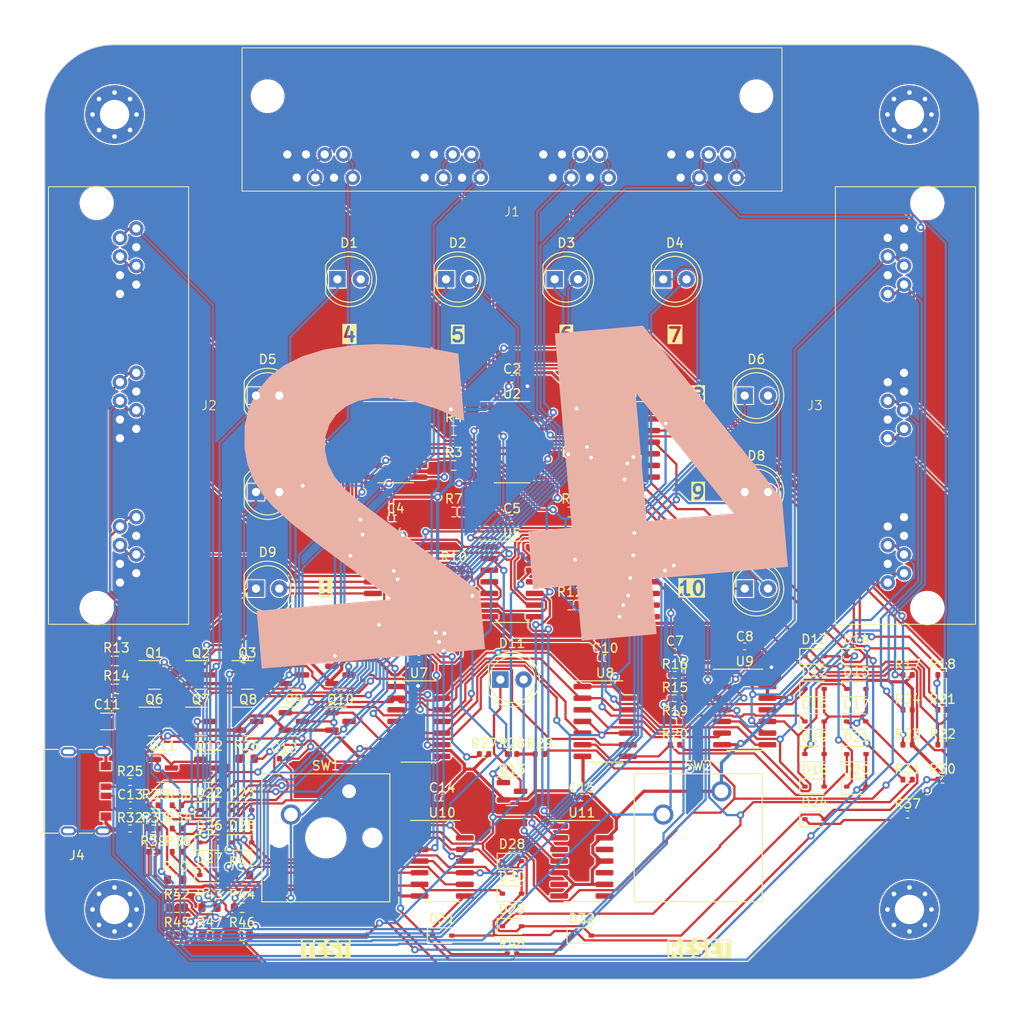
<source format=kicad_pcb>
(kicad_pcb (version 20221018) (generator pcbnew)
  (layers (0 "F.Cu" signal) (31 "B.Cu" signal) (34 "B.Paste" user) (35 "F.Paste" user) (36 "B.SilkS" user "B.Silkscreen") (37 "F.SilkS" user "F.Silkscreen") (38 "B.Mask" user) (39 "F.Mask" user) (44 "Edge.Cuts" user))
  (net 0 "")
  (net 1 "+5V")
  (net 2 "GND")
  (net 3 "Net-(Q12-C)")
  (net 4 "/flip_flops/test_mode")
  (net 5 "Net-(Q11-D)")
  (net 6 "Net-(C12-Pad2)")
  (net 7 "Net-(D1-K)")
  (net 8 "Net-(D1-A)")
  (net 9 "Net-(D2-K)")
  (net 10 "Net-(D2-A)")
  (net 11 "Net-(D3-K)")
  (net 12 "Net-(D4-K)")
  (net 13 "/data")
  (net 14 "Net-(D5-K)")
  (net 15 "Net-(D6-K)")
  (net 16 "Net-(D7-K)")
  (net 17 "Net-(D8-K)")
  (net 18 "Net-(D9-K)")
  (net 19 "Net-(D10-K)")
  (net 20 "Net-(D11-K)")
  (net 21 "Net-(D12-K)")
  (net 22 "Net-(D13-K)")
  (net 23 "Net-(D14-K)")
  (net 24 "Net-(D15-K)")
  (net 25 "Net-(D16-K)")
  (net 26 "Net-(D17-K)")
  (net 27 "Net-(D18-K)")
  (net 28 "Net-(D19-K)")
  (net 29 "Net-(D20-K)")
  (net 30 "Net-(D21-K)")
  (net 31 "Net-(D22-K)")
  (net 32 "Net-(D23-K)")
  (net 33 "Net-(D3-A)")
  (net 34 "Net-(D24-K)")
  (net 35 "Net-(D4-A)")
  (net 36 "Net-(D25-K)")
  (net 37 "Net-(D5-A)")
  (net 38 "Net-(D26-K)")
  (net 39 "Net-(D6-A)")
  (net 40 "Net-(D27-K)")
  (net 41 "Net-(D7-A)")
  (net 42 "Net-(D28-K)")
  (net 43 "Net-(D8-A)")
  (net 44 "Net-(D29-K)")
  (net 45 "Net-(D9-A)")
  (net 46 "Net-(D30-K)")
  (net 47 "Net-(D10-A)")
  (net 48 "Net-(D31-K)")
  (net 49 "Net-(D11-A)")
  (net 50 "Net-(D32-K)")
  (net 51 "Net-(D22-A)")
  (net 52 "Net-(J1-Pad4)")
  (net 53 "Net-(J1-Pad7)")
  (net 54 "Net-(J2-Pad4)")
  (net 55 "Net-(J2-Pad7)")
  (net 56 "Net-(J2-Pad12)")
  (net 57 "Net-(J2-Pad15)")
  (net 58 "Net-(J2-Pad20)")
  (net 59 "Net-(J2-Pad23)")
  (net 60 "Net-(J3-Pad4)")
  (net 61 "Net-(J3-Pad7)")
  (net 62 "Net-(J3-Pad12)")
  (net 63 "Net-(J3-Pad15)")
  (net 64 "Net-(J3-Pad20)")
  (net 65 "Net-(J3-Pad23)")
  (net 66 "Net-(J1-Pad12)")
  (net 67 "Net-(J1-Pad15)")
  (net 68 "Net-(J1-Pad20)")
  (net 69 "Net-(J1-Pad23)")
  (net 70 "Net-(J1-Pad28)")
  (net 71 "Net-(J1-Pad31)")
  (net 72 "Net-(J4-CC1)")
  (net 73 "Net-(J4-CC2)")
  (net 74 "Net-(Q1-G)")
  (net 75 "Net-(Q3-G)")
  (net 76 "Net-(Q4-G)")
  (net 77 "Net-(Q5-G)")
  (net 78 "Net-(Q6-G)")
  (net 79 "Net-(Q7-G)")
  (net 80 "Net-(Q8-G)")
  (net 81 "Net-(Q9-G)")
  (net 82 "Net-(Q10-G)")
  (net 83 "Net-(Q11-G)")
  (net 84 "Net-(Q2-G)")
  (net 85 "Net-(R39-Pad1)")
  (net 86 "/reset")
  (net 87 "Net-(U1A-C)")
  (net 88 "/flip_flops/set")
  (net 89 "Net-(U1B-C)")
  (net 90 "Net-(U7B-C)")
  (net 91 "Net-(U4-Pad3)")
  (net 92 "Net-(U3A-C)")
  (net 93 "Net-(U3B-C)")
  (net 94 "Net-(U10A-C)")
  (net 95 "Net-(U10B-C)")
  (net 96 "Net-(U7A-C)")
  (net 97 "Net-(U5-Pad3)")
  (net 98 "Net-(U5-Pad6)")
  (net 99 "/test_trig")
  (net 100 "Net-(U8A-C)")
  (net 101 "/flip_flops/sr_flip_flop/R")
  (net 103 "Net-(U8B-C)")
  (net 104 "Net-(U11-Pad1)")
  (net 105 "Net-(U11-Pad4)")
  (net 106 "Net-(U11-Pad3)")
  (footprint "Resistor_SMD:R_0402_1005Metric" (layer "F.Cu") (at 146.05 111.4182 180)
    (fp_text reference "R16")
    (fp_text value "10k")
  )
  (footprint "Resistor_SMD:R_0603_1608Metric" (layer "F.Cu") (at 95.25 136.8182)
    (fp_text reference "R43")
    (fp_text value "150")
  )
  (footprint "Resistor_SMD:R_0402_1005Metric" (layer "F.Cu") (at 89.124 128.1822)
    (fp_text reference "R33")
    (fp_text value "10k")
  )
  (footprint "rj45:rj45_quad_RC01406" (layer "F.Cu") (at 128.27 45.6184)
    (fp_text reference "J1")
    (fp_text value "rj45_quad")
  )
  (footprint "Resistor_SMD:R_0603_1608Metric" (layer "F.Cu") (at 98.806 133.2622)
    (fp_text reference "R41")
    (fp_text value "150")
  )
  (footprint "Resistor_SMD:R_0402_1005Metric" (layer "F.Cu") (at 125.222 120.0542)
    (fp_text reference "R27")
    (fp_text value "10k")
  )
  (footprint "Diode_SMD:D_SOD-323" (layer "F.Cu") (at 95.25 126.1502)
    (fp_text reference "D22")
    (fp_text value "1N4148WS")
  )
  (footprint "Diode_SMD:D_SOD-323" (layer "F.Cu") (at 161.29 120.0542)
    (fp_text reference "D19")
    (fp_text value "1N4148WS")
  )
  (footprint "Resistor_SMD:R_0402_1005Metric" (layer "F.Cu") (at 146.05 119.0382)
    (fp_text reference "R20")
    (fp_text value "10k")
  )
  (footprint "Diode_SMD:D_SOD-323" (layer "F.Cu") (at 95.25 133.2622)
    (fp_text reference "D27")
    (fp_text value "1N4148WS")
  )
  (footprint "Diode_SMD:D_SOD-323" (layer "F.Cu") (at 165.828 116.4982)
    (fp_text reference "D17")
    (fp_text value "1N4148WS")
  )
  (footprint "Resistor_SMD:R_0603_1608Metric" (layer "F.Cu") (at 121.92 103.7982)
    (fp_text reference "R9")
    (fp_text value "150")
  )
  (footprint "Resistor_SMD:R_0402_1005Metric" (layer "F.Cu") (at 146.05 116.4982)
    (fp_text reference "R19")
    (fp_text value "10k")
  )
  (footprint "Button_Switch_Keyboard:SW_Cherry_MX_1.00u_PCB" (layer "F.Cu") (at 110.49 124.1182)
    (fp_text reference "SW1")
    (fp_text value "SW_Push" hide)
  )
  (footprint "LED_THT:LED_D5.0mm" (layer "F.Cu") (at 100.33 80.9382)
    (fp_text reference "D5")
    (fp_text value "LED" hide)
  )
  (footprint "Package_SO:SOIC-14_3.9x8.7mm_P1.27mm" (layer "F.Cu") (at 135.89 131.7382)
    (fp_text reference "U11")
    (fp_text value "74HC14")
  )
  (footprint "Capacitor_SMD:C_0402_1005Metric" (layer "F.Cu") (at 140.9177 94.3382 180)
    (fp_text reference "C6")
    (fp_text value "100n")
  )
  (footprint "Resistor_SMD:R_0603_1608Metric" (layer "F.Cu") (at 134.62 103.7982)
    (fp_text reference "R12")
    (fp_text value "150")
  )
  (footprint "Resistor_SMD:R_0603_1608Metric" (layer "F.Cu") (at 134.62 88.5582)
    (fp_text reference "R5")
    (fp_text value "150")
  )
  (footprint "Package_TO_SOT_SMD:SOT-23" (layer "F.Cu") (at 104.4725 111.4182)
    (fp_text reference "Q4")
    (fp_text value "2N7002")
  )
  (footprint "Capacitor_SMD:C_0402_1005Metric" (layer "F.Cu") (at 115.57 94.3382 180)
    (fp_text reference "C4")
    (fp_text value "100n")
  )
  (footprint "Package_TO_SOT_SMD:SOT-23" (layer "F.Cu") (at 104.4725 116.4982)
    (fp_text reference "Q9")
    (fp_text value "2N7002")
  )
  (footprint "Diode_SMD:D_SOD-323" (layer "F.Cu") (at 161.29 112.9422)
    (fp_text reference "D12")
    (fp_text value "1N4148WS")
  )
  (footprint "Capacitor_SMD:C_1206_3216Metric" (layer "F.Cu") (at 84.074 116.4982)
    (fp_text reference "C11")
    (fp_text value "100u")
  )
  (footprint "Package_SO:SOIC-14_3.9x8.7mm_P1.27mm" (layer "F.Cu") (at 138.43 116.4982)
    (fp_text reference "U8")
    (fp_text value "74HC74")
  )
  (footprint "Diode_SMD:D_SOD-323" (layer "F.Cu") (at 95.25 129.7062)
    (fp_text reference "D26")
    (fp_text value "1N4148WS")
  )
  (footprint "Package_TO_SOT_SMD:SOT-23" (layer "F.Cu") (at 99.4722 116.4982)
    (fp_text reference "Q8")
    (fp_text value "2N7002")
  )
  (footprint "Resistor_SMD:R_0603_1608Metric" (layer "F.Cu") (at 91.694 139.8662)
    (fp_text reference "R45")
    (fp_text value "150")
  )
  (footprint "Resistor_SMD:R_0402_1005Metric" (layer "F.Cu") (at 171.45 119.0382)
    (fp_text reference "R23")
    (fp_text value "10k")
  )
  (footprint "Package_SO:SOIC-14_3.9x8.7mm_P1.27mm" (layer "F.Cu") (at 118.11 116.4982)
    (fp_text reference "U7")
    (fp_text value "74HC74")
  )
  (footprint "Capacitor_SMD:C_0402_1005Metric" (layer "F.Cu") (at 120.65 124.8182 180)
    (fp_text reference "C14")
    (fp_text value "100n")
  )
  (footprint "Diode_SMD:D_SOD-323" (layer "F.Cu") (at 165.862 109.3862)
    (fp_text reference "D14")
    (fp_text value "1N4148WS")
  )
  (footprint "Resistor_SMD:R_0603_1608Metric" (layer "F.Cu") (at 134.62 93.6382)
    (fp_text reference "R8")
    (fp_text value "150")
  )
  (footprint "Resistor_SMD:R_0402_1005Metric" (layer "F.Cu") (at 91.692 125.6422)
    (fp_text reference "R36")
    (fp_text value "10k")
  )
  (footprint "Resistor_SMD:R_0603_1608Metric" (layer "F.Cu") (at 121.92 88.5582)
    (fp_text reference "R3")
    (fp_text value "150")
  )
  (footprint "Capacitor_SMD:C_0402_1005Metric" (layer "F.Cu") (at 86.614 125.6422)
    (fp_text reference "C13")
    (fp_text value "10u")
  )
  (footprint "Package_TO_SOT_SMD:SOT-23" (layer "F.Cu") (at 109.5525 116.4982)
    (fp_text reference "Q10")
    (fp_text value "2N7002")
  )
  (footprint "MountingHole:MountingHole_3.2mm_M3_Pad_Via" (layer "F.Cu") (at 171.65 137.0184)
    (fp_text reference "H4" hide)
    (fp_text value "MountingHole_Pad")
  )
  (footprint "Resistor_SMD:R_0603_1608Metric" (layer "F.Cu") (at 85.09 109.8942)
    (fp_text reference "R13")
    (fp_text value "150")
  )
  (footprint "Resistor_SMD:R_0603_1608Metric" (layer "F.Cu") (at 98.806 139.8662)
    (fp_text reference "R46")
    (fp_text value "150")
  )
  (footprint "Resistor_SMD:R_0402_1005Metric" (layer "F.Cu") (at 134.62 80.9382)
    (fp_text reference "R2")
    (fp_text value "10k")
  )
  (footprint "Package_TO_SOT_SMD:SOT-23" (layer "F.Cu") (at 89.2325 116.4982)
    (fp_text reference "Q6")
    (fp_text value "2N7002")
  )
  (footprint "Diode_SMD:D_SOD-323" (layer "F.Cu") (at 128.27 131.7382)
    (fp_text reference "D28")
    (fp_text value "1N4148WS")
  )
  (footprint "Resistor_SMD:R_0402_1005Metric" (layer "F.Cu") (at 171.45 111.4182)
    (fp_text reference "R17")
    (fp_text value "10k")
  )
  (footprint "Resistor_SMD:R_0402_1005Metric" (layer "F.Cu") (at 171.45 126.6582)
    (fp_text reference "R37")
    (fp_text value "10k")
  )
  (footprint "Resistor_SMD:R_0603_1608Metric" (layer "F.Cu") (at 99.314 120.5622 180)
    (fp_text reference "R26")
    (fp_text value "150")
  )
  (footprint "Resistor_SMD:R_0402_1005Metric" (layer "F.Cu") (at 175.26 122.8482)
    (fp_text reference "R30")
    (fp_text value "10k")
  )
  (footprint "Package_TO_SOT_SMD:SOT-23" (layer "F.Cu") (at 99.3925 111.4182)
    (fp_text reference "Q3")
    (fp_text value "2N7002")
  )
  (footprint "LED_THT:LED_D5.0mm" (layer "F.Cu") (at 121.0733 68.2382)
    (fp_text reference "D2")
    (fp_text value "LED" hide)
  )
  (footprint "LED_THT:LED_D5.0mm" (layer "F.Cu") (at 109.22 68.2382)
    (fp_text reference "D1")
    (fp_text value "LED" hide)
  )
  (footprint "Capacitor_SMD:C_0402_1005Metric" (layer "F.Cu") (at 103.378 120.5622)
    (fp_text reference "C12")
    (fp_text value "100n")
  )
  (footprint "Diode_SMD:D_SOD-323" (layer "F.Cu") (at 120.65 139.8662)
    (fp_text reference "D31")
    (fp_text value "1N4148WS")
  )
  (footprint "Diode_SMD:D_SOD-323" (layer "F.Cu") (at 135.89 139.8662)
    (fp_text reference "D32")
    (fp_text value "1N4148WS")
  )
  (footprint "Package_TO_SOT_SMD:SOT-23" (layer "F.Cu") (at 94.3125 111.4182)
    (fp_text reference "Q2")
    (fp_text value "2N7002")
  )
  (footprint "Resistor_SMD:R_0402_1005Metric" (layer "F.Cu") (at 91.696 128.1822)
    (fp_text reference "R34")
    (fp_text value "10k")
  )
  (footprint "Package_TO_SOT_SMD:SOT-23" (layer "F.Cu") (at 94.3125 116.4982)
    (fp_text reference "Q7")
    (fp_text value "2N7002")
  )
  (footprint "Package_SO:SOIC-14_3.9x8.7mm_P1.27mm" (layer "F.Cu") (at 115.57 101.2582)
    (fp_text reference "U4")
    (fp_text value "74HC08")
  )
  (footprint "Resistor_SMD:R_0402_1005Metric" (layer "F.Cu") (at 171.45 122.8482)
    (fp_text reference "R31")
    (fp_text value "10k")
  )
  (footprint "Resistor_SMD:R_0402_1005Metric" (layer "F.Cu") (at 121.92 80.9382 180)
    (fp_text reference "R1")
    (fp_text value "10k")
  )
  (footprint "Capacitor_SMD:C_0402_1005Metric" (layer "F.Cu") (at 135.89 124.8182 180)
    (fp_text reference "C15")
    (fp_text value "100n")
  )
  (footprint "Diode_SMD:D_SOD-323" (layer "F.Cu") (at 165.862 123.6102)
    (fp_text reference "D20")
    (fp_text value "1N4148WS")
  )
  (footprint "MountingHole:MountingHole_3.2mm_M3_Pad_Via" (layer "F.Cu") (at 84.89 50.2584)
    (fp_text reference "H1" hide)
    (fp_text value "MountingHole_Pad")
  )
  (footprint "Diode_SMD:D_SOD-323" (layer "F.Cu") (at 161.29 109.3862)
    (fp_text reference "D13")
    (fp_text value "1N4148WS")
  )
  (footprint "Package_SO:SOIC-14_3.9x8.7mm_P1.27mm" (layer "F.Cu") (at 140.97 86.0182)
    (fp_text reference "U3")
    (fp_text value "74HC74")
  )
  (footprint "Package_SO:SOIC-14_3.9x8.7mm_P1.27mm" (layer "F.Cu") (at 128.27 101.2582)
    (fp_text reference "U5")
    (fp_text value "74HC08")
  )
  (footprint "Capacitor_SMD:C_0402_1005Metric" (layer "F.Cu") (at 146.05 108.8782)
    (fp_text reference "C7")
    (fp_text value "100n")
  )
  (footprint "Resistor_SMD:R_0603_1608Metric" (layer "F.Cu") (at 95.25 139.8662)
    (fp_text reference "R47")
    (fp_text value "150")
  )
  (footprint "Diode_SMD:D_SOD-323" (layer "F.Cu") (at 161.29 123.6102)
    (fp_text reference "D18")
    (fp_text value "1N4148WS")
  )
  (footprint "Package_TO_SOT_SMD:SOT-23" (layer "F.Cu") (at 90.17 121.5782)
    (fp_text reference "Q11")
    (fp_text value "BSS84")
  )
  (footprint "Resistor_SMD:R_0402_1005Metric" (layer "F.Cu") (at 128.27 120.0542)
    (fp_text reference "R28")
    (fp_text value "10k")
  )
  (footprint "Capacitor_SMD:C_0402_1005Metric" (layer "F.Cu") (at 140.97 79.0982 180)
    (fp_text reference "C3")
    (fp_text value "100n")
  )
  (footprint "Diode_SMD:D_SOD-323" (layer "F.Cu") (at 98.806 126.1502)
    (fp_text reference "D23")
    (fp_text value "1N4148WS")
  )
  (footprint "Capacitor_SMD:C_0402_1005Metric" (layer "F.Cu") (at 138.43 109.5782 180)
    (fp_text reference "C10")
    (fp_text value "100n")
  )
  (footprint "Resistor_SMD:R_0603_1608Metric" (layer "F.Cu") (at 134.62 99.9882)
    (fp_text reference "R11")
    (fp_text value "150")
  )
  (footprint "LED_THT:LED_D5.0mm" (layer "F.Cu") (at 100.33 101.996)
    (fp_text reference "D9")
    (fp_text value "LED" hide)
  )
  (footprint "Resistor_SMD:R_0402_1005Metric" (layer "F.Cu") (at 175.26 111.4182)
    (fp_text reference "R18")
    (fp_text value "10k")
  )
  (footprint "usb:USB-TYPE-C-009" (layer "F.Cu") (at 80.78 124.1182 -90)
    (fp_text reference "J4")
    (fp_text value "USB_C_Receptacle_PowerOnly_6P")
  )
  (footprint "Package_SO:SOIC-14_3.9x8.7mm_P1.27mm" (layer "F.Cu") (at 153.67 115.2282)
    (fp_text reference "U9")
    (fp_text value "74HC08")
  )
  (footprint "Button_Switch_Keyboard:SW_Cherry_MX_1.00u_PCB" (layer "F.Cu") (at 151.13 124.1182)
    (fp_text reference "SW2")
    (fp_text value "SW_Push" hide)
  )
  (footprint "Resistor_SMD:R_0402_1005Metric" (layer "F.Cu") (at 171.45 115.2282)
    (fp_text reference "R24")
    (fp_text value "10k")
  )
  (footprint "Package_SO:SOIC-14_3.9x8.7mm_P1.27mm" (layer "F.Cu") (at 115.57 86.0182)
    (fp_text reference "U1")
    (fp_text value "74HC74")
  )
  (footprint "LED_THT:LED_D5.0mm" (layer "F.Cu") (at 132.9267 68.2382)
    (fp_text reference "D3")
    (fp_text value "LED" hide)
  )
  (footprint "Package_TO_SOT_SMD:SOT-23" (layer "F.Cu") (at 95.25 121.5782)
    (fp_text reference "Q12")
    (fp_text value "S9015")
  )
  (footprint "LED_THT:LED_D5.0mm" (layer "F.Cu") (at 153.67 91.462)
    (fp_text reference "D8")
    (fp_text value "LED" hide)
  )
  (footprint "Resistor_SMD:R_0402_1005Metric" (layer "F.Cu") (at 146.05 113.9582)
    (fp_text reference "R15")
    (fp_text value "10k")
  )
  (footprint "LED_THT:LED_D5.0mm" (layer "F.Cu") (at 144.78 68.2382)
    (fp_text reference "D4")
    (fp_text value "LED" hide)
  )
  (footprint "Capacitor_SMD:C_0402_1005Metric" (layer "F.Cu") (at 115.57 79.0982 180)
    (fp_text reference "C1")
    (fp_text value "100n")
  )
  (footprint "Resistor_SMD:R_0402_1005Metric" (layer "F.Cu") (at 89.124 130.7222)
    (fp_text reference "R39")
    (fp_text value "10k")
  )
  (footprint "LED_THT:LED_D5.0mm" (layer "F.Cu") (at 153.67 101.996)
    (fp_text reference "D10")
    (fp_text value "LED" hide)
  )
  (footprint "Package_SO:SOIC-14_3.9x8.7mm_P1.27mm" (layer "F.Cu") (at 120.65 131.7382)
    (fp_text reference "U10")
    (fp_text value "74HC74")
  )
  (footprint "Diode_SMD:D_SOD-323" (layer "F.Cu") (at 128.27 135.2942)
    (fp_text reference "D30")
    (fp_text value "1N4148WS")
  )
  (footprint "Package_SO:SOIC-14_3.9x8.7mm_P1.27mm" (layer "F.Cu") (at 140.97 101.2582)
    (fp_text reference "U6")
    (fp_text value "74HC14")
  )
  (footprint "Resistor_SMD:R_0402_1005Metric" (layer "F.Cu") (at 175.26 115.2282)
    (fp_text reference "R21")
    (fp_text value "10k")
  )
  (footprint "Resistor_SMD:R_0402_1005Metric" (layer "F.Cu") (at 128.27 141.8982)
    (fp_text reference "R48")
    (fp_text value "10k")
  )
  (footprint "Capacitor_SMD:C_0402_1005Metric" (layer "F.Cu") (at 128.27 94.3382 180)
    (fp_text reference "C5")
    (fp_text value "100n")
  )
  (footprint "LED_THT:LED_D5.0mm" (layer "F.Cu") (at 100.33 91.462)
    (fp_text reference "D7")
    (fp_text value "LED" hide)
  )
  (footprint "Resistor_SMD:R_0402_1005Metric" (layer "F.Cu") (at 86.584 128.1822 180)
    (fp_text reference "R32")
    (fp_text value "5k1")
  )
  (footprint "Resistor_SMD:R_0402_1005Metric" (layer "F.Cu") (at 89.124 125.6422 180)
    (fp_text reference "R35")
    (fp_text value "100k")
  )
  (footprint "Resistor_SMD:R_0603_1608Metric" (layer "F.Cu") (at 121.92 93.6382)
    (fp_text reference "R7")
    (fp_text value "150")
  )
  (footprint "Resistor_SMD:R_0603_1608Metric" (layer "F.Cu") (at 134.62 84.7482)
    (fp_text reference "R6")
    (fp_text value "150")
  )
  (footprint "LED_THT:LED_D5.0mm" (layer "F.Cu") (at 153.67 80.9382)
    (fp_text reference "D6")
    (fp_text value "LED" hide)
  )
  (footprint "Package_SO:SOIC-14_3.9x8.7mm_P1.27mm" (layer "F.Cu") (at 128.27 86.0182)
    (fp_text reference "U2")
    (fp_text value "74HC08")
  )
  (footprint "Diode_SMD:D_SOD-323" (layer "F.Cu") (at 165.862 120.0542)
    (fp_text reference "D21")
    (fp_text value "1N4148WS")
  )
  (footprint "Resistor_SMD:R_0402_1005Metric" (layer "F.Cu") (at 86.584 123.1022)
    (fp_text reference "R25")
    (fp_text value "5k1")
  )
  (footprint "Package_TO_SOT_SMD:SOT-23" (layer "F.Cu") (at 89.2325 111.4182)
    (fp_text reference "Q1")
    (fp_text value "2N7002")
  )
  (footprint "Resistor_SMD:R_0603_1608Metric" (layer "F.Cu") (at 91.694 136.8182)
    (fp_text reference "R42")
    (fp_text value "150")
  )
  (footprint "Resistor_SMD:R_0402_1005Metric" (layer "F.Cu") (at 175.26 119.0382)
    (fp_text reference "R22")
    (fp_text value "10k")
  )
  (footprint "Package_TO_SOT_SMD:SOT-23" (layer "F.Cu") (at 109.5525 111.4182)
    (fp_text reference "Q5")
    (fp_text value "2N7002")
  )
  (footprint "Diode_SMD:D_SOD-323" (layer "F.Cu") (at 98.806 129.7062)
    (fp_text reference "D25")
    (fp_text value "1N4148WS")
  )
  (footprint "Diode_SMD:D_SOD-323" (layer "F.Cu") (at 161.29 127.1662)
    (fp_text reference "D24")
    (fp_text value "1N4148WS")
  )
  (footprint "Resistor_SMD:R_0402_1005Metric" (layer "F.Cu") (at 91.694 130.7222)
    (fp_text reference "R38")
    (fp_text value "10k")
  )
  (footprint "rj45:rj45_triple_41207-06G051" (layer "F.Cu") (at 83.77 82.0184 90)
    (fp_text reference "J2")
    (fp_text value "RJ45_triple")
  )
  (footprint "Capacitor_SMD:C_0402_1005Metric" (layer "F.Cu") (at 128.27 79.0982 180)
    (fp_text reference "C2")
    (fp_text value "100n")
  )
  (footprint "MountingHole:MountingHole_3.2mm_M3_Pad_Via" (layer "F.Cu") (at 171.65 50.2584)
    (fp_text reference "H2" hide)
    (fp_text value "MountingHole_Pad")
  )
  (footprint "Resistor_SMD:R_0603_1608Metric" (layer "F.Cu") (at 85.09 112.9422)
    (fp_text reference "R14")
    (fp_text value "150")
  )
  (footprint "Resistor_SMD:R_0603_1608Metric" (layer "F.Cu") (at 121.92 99.9882)
    (fp_text reference "R10")
    (fp_text value "150")
  )
  (footprint "Capacitor_SMD:C_0402_1005Metric" (layer "F.Cu") (at 118.11 109.645 180)
    (fp_text reference "C9")
    (fp_text value "100n")
  )
  (footprint "Capacitor_SMD:C_0402_1005Metric" (layer "F.Cu") (at 153.67 108.3082 180)
    (fp_text reference "C8")
    (fp_text value "100n")
  )
  (footprint "Resistor_SMD:R_0402_1005Metric" (layer "F.Cu") (at 131.318 120.0542 180)
    (fp_text reference "R29")
    (fp_text value "10k")
  )
  (footprint "Diode_SMD:D_SOD-323" (layer "F.Cu") (at 165.862 112.9422)
    (fp_text reference "D15")
    (fp_text value "1N4148WS")
  )
  (footprint "LED_THT:LED_D5.0mm" (layer "F.Cu") (at 127 111.9262)
    (fp_text reference "D11")
    (fp_text value "LED" hide)
  )
  (footprint "Diode_SMD:D_SOD-323" (layer "F.Cu") (at 128.27 138.8502)
    (fp_text reference "D29")
    (fp_text value "1N4148WS")
  )
  (footprint "MountingHole:MountingHole_3.2mm_M3_Pad_Via" (layer "F.Cu") (at 84.89 137.0184)
    (fp_text reference "H3" hide)
    (fp_text value "MountingHole_Pad")
  )
  (footprint "Package_TO_SOT_SMD:SOT-23" (layer "F.Cu") (at 128.27 124.1182)
    (fp_text reference "Q13")
    (fp_text value "2N7002")
  )
  (footprint "Diode_SMD:D_SOD-323" (layer "F.Cu") (at 161.29 116.4982)
    (fp_text reference "D16")
    (fp_text value "1N4148WS")
  )
  (footprint "Resistor_SMD:R_0603_1608Metric" (layer "F.Cu") (at 121.92 84.7482)
    (fp_text reference "R4")
    (fp_text value "150")
  )
  (footprint "Resistor_SMD:R_0603_1608Metric" (layer "F.Cu") (at 91.503 133.7702)
    (fp_text reference "R40")
    (fp_text value "150")
  )
  (footprint "rj45:rj45_triple_41207-06G051" (layer "F.Cu") (at 172.7695 82.0184 -90)
    (fp_text reference "J3")
    (fp_text value "RJ45_triple")
  )
  (footprint "Resistor_SMD:R_0603_1608Metric" (layer "F.Cu") (at 98.806 136.8182)
    (fp_text reference "R44")
    (fp_text value "150")
  )
  (gr_arc (start 179.27 137.0184) (mid 177.038154 142.406554) (end 171.65 144.6384) (stroke (width 0.1)) (layer "Edge.Cuts"))
  (gr_line (start 84.89 42.6384) (end 171.65 42.6384) (stroke (width 0.1)) (layer "Edge.Cuts"))
  (gr_line (start 179.27 50.2584) (end 179.27 137.0184) (stroke (width 0.1)) (layer "Edge.Cuts"))
  (gr_arc (start 171.65 42.6384) (mid 177.038154 44.870246) (end 179.27 50.2584) (stroke (width 0.1)) (layer "Edge.Cuts"))
  (gr_arc (start 84.89 144.6384) (mid 79.501846 142.406554) (end 77.27 137.0184) (stroke (width 0.1)) (layer "Edge.Cuts"))
  (gr_arc (start 77.27 50.2584) (mid 79.501846 44.870246) (end 84.89 42.6384) (stroke (width 0.1)) (layer "Edge.Cuts"))
  (gr_line (start 171.65 144.6384) (end 84.89 144.6384) (stroke (width 0.1)) (layer "Edge.Cuts"))
  (gr_line (start 77.27 137.0184) (end 77.27 50.2584) (stroke (width 0.1)) (layer "Edge.Cuts"))
  (gr_text "42" (at 127.77 94.6382 5) (layer "B.SilkS") (effects (font (size 33 33) (thickness 5.6) bold) (justify mirror)))
  (gr_text locked "8" (at 148.59 80.9382) (layer "F.SilkS" knockout) (effects (font (size 1.5 1.5) (thickness 0.3) bold)))
  (gr_text locked "5" (at 122.348333 74.3182) (layer "F.SilkS" knockout) (effects (font (size 1.5 1.5) (thickness 0.3) bold)))
  (gr_text locked "TEST" (at 107.95 141.3582) (layer "F.SilkS" knockout) (effects (font (size 1.5 1.5) (thickness 0.3) bold)))
  (gr_text locked "2" (at 107.95 91.462) (layer "F.SilkS" knockout) (effects (font (size 1.5 1.5) (thickness 0.3) bold)))
  (gr_text locked "RESET" (at 148.59 141.3582) (layer "F.SilkS" knockout) (effects (font (size 1.5 1.5) (thickness 0.3) bold)))
  (gr_text locked "7" (at 146.055 74.3182) (layer "F.SilkS" knockout) (effects (font (size 1.5 1.5) (thickness 0.3) bold)))
  (gr_text locked "4" (at 110.495 74.3182) (layer "F.SilkS" knockout) (effects (font (size 1.5 1.5) (thickness 0.3) bold)))
  (gr_text locked "6" (at 134.201666 74.3182) (layer "F.SilkS" knockout) (effects (font (size 1.5 1.5) (thickness 0.3) bold)))
  (gr_text locked "3" (at 107.95 80.9382) (layer "F.SilkS" knockout) (effects (font (size 1.5 1.5) (thickness 0.3) bold)))
  (gr_text locked "9" (at 148.59 91.462) (layer "F.SilkS" knockout) (effects (font (size 1.5 1.5) (thickness 0.3) bold)))
  (gr_text locked "1" (at 107.95 101.996) (layer "F.SilkS" knockout) (effects (font (size 1.5 1.5) (thickness 0.3) bold)))
  (gr_text locked "10" (at 147.875715 101.996) (layer "F.SilkS" knockout) (effects (font (size 1.5 1.5) (thickness 0.3) bold)))
  (segment (start 129.4597 107.1177) (end 132.5587 107.1177) (width 0.35) (layer "F.Cu") (net 1))
  (segment (start 158.439 64.834) (end 150.755 57.15) (width 0.35) (layer "F.Cu") (net 1))
  (segment (start 136.6172 92.8518) (end 133.9726 92.8518) (width 0.35) (layer "F.Cu") (net 1))
  (segment (start 141.649 94.9696) (end 141.3977 94.9696) (width 0.35) (layer "F.Cu") (net 1))
  (segment (start 147.695 54.61) (end 148.8159 55.7309) (width 0.35) (layer "F.Cu") (net 1))
  (segment (start 128.17782 108.1256) (end 128.16842 108.1162) (width 0.35) (layer "F.Cu") (net 1))
  (segment (start 116.05 94.3382) (end 116.75 93.6382) (width 0.35) (layer "F.Cu") (net 1))
  (segment (start 131.255 97.4482) (end 133.795 99.9882) (width 0.35) (layer "F.Cu") (net 1))
  (segment (start 136.37 125.4994) (end 131.2414 125.4994) (width 0.35) (layer "F.Cu") (net 1))
  (segment (start 116.75 93.6382) (end 121.095 93.6382) (width 0.35) (layer "F.Cu") (net 1))
  (segment (start 133.0737 82.0628) (end 130.8904 82.0628) (width 0.35) (layer "F.Cu") (net 1))
  (segment (start 89.3462 139.5855) (end 90.8753 141.1146) (width 0.35) (layer "F.Cu") (net 1))
  (segment (start 96.7326 141.1146) (end 97.981 139.8662) (width 0.35) (layer "F.Cu") (net 1))
  (segment (start 138.5815 80.3922) (end 141.45 80.3922) (width 0.35) (layer "F.Cu") (net 1))
  (segment (start 126.7752 104.4332) (end 129.4597 107.1177) (width 0.35) (layer "F.Cu") (net 1))
  (segment (start 119.755 54.61) (end 120.8572 55.7122) (width 0.35) (layer "F.Cu") (net 1))
  (segment (start 146.7543 107.6939) (end 145.57 108.8782) (width 0.35) (layer "F.Cu") (net 1))
  (segment (start 82.4935 116.6037) (end 82.4935 122.0388) (width 0.35) (layer "F.Cu") (net 1))
  (segment (start 83.0529 122.5982) (end 83.0529 125.6382) (width 0.35) (layer "F.Cu") (net 1))
  (segment (start 141.745 112.7032) (end 145.54 116.4982) (width 0.35) (layer "F.Cu") (net 1))
  (segment (start 124.2529 55.7121) (end 122.815 57.15) (width 0.35) (layer "F.Cu") (net 1))
  (segment (start 114.5048 79.4895) (end 114.193 79.4895) (width 0.35) (layer "F.Cu") (net 1))
  (segment (start 125.0869 125.9663) (end 123.125 127.9282) (width 0.35) (layer "F.Cu") (net 1))
  (segment (start 136.37 125.9332) (end 138.365 127.9282) (width 0.35) (layer "F.Cu") (net 1))
  (segment (start 118.045 82.2082) (end 118.555 82.2082) (width 0.35) (layer "F.Cu") (net 1))
  (segment (start 85.0095 122.4458) (end 87.642 122.4458) (width 0.35) (layer "F.Cu") (net 1))
  (segment (start 121.9023 92.8309) (end 121.095 93.6382) (width 0.35) (layer "F.Cu") (net 1))
  (segment (start 120.6291 125.4323) (end 120.6291 125.3191) (width 0.35) (layer "F.Cu") (net 1))
  (segment (start 82.4935 122.0388) (end 83.0529 122.5982) (width 0.35) (layer "F.Cu") (net 1))
  (segment (start 153.5357 107.6939) (end 146.7543 107.6939) (width 0.35) (layer "F.Cu") (net 1))
  (segment (start 121.3772 55.7122) (end 122.815 57.15) (width 0.35) (layer "F.Cu") (net 1))
  (segment (start 87.7244 124.0518) (end 86.134 125.6422) (width 0.35) (layer "F.Cu") (net 1))
  (segment (start 120.6291 125.3191) (end 121.13 124.8182) (width 0.35) (layer "F.Cu") (net 1))
  (segment (start 110.4064 83.2761) (end 110.4064 96.4134) (width 0.35) (layer "F.Cu") (net 1))
  (segment (start 84.8571 122.5982) (end 85.0095 122.4458) (width 0.35) (layer "F.Cu") (net 1))
  (segment (start 128.16842 108.1162) (end 124.4809 108.1162) (width 0.35) (layer "F.Cu") (net 1))
  (segment (start 138.8735 109.6147) (end 138.8735 109.789) (width 0.35) (layer "F.Cu") (net 1))
  (segment (start 133.9726 88.7358) (end 133.795 88.5582) (width 0.35) (layer "F.Cu") (net 1))
  (segment (start 141.3977 94.9696) (end 138.735 94.9696) (width 0.35) (layer "F.Cu") (net 1))
  (segment (start 133.9726 92.8518) (end 133.9726 88.7358) (width 0.35) (layer "F.Cu") (net 1))
  (segment (start 130.745 97.4482) (end 131.255 97.4482) (width 0.35) (layer "F.Cu") (net 1))
  (segment (start 119.0499 111.586) (end 120.1521 112.6882) (width 0.35) (layer "F.Cu") (net 1))
  (segment (start 141.45 80.3922) (end 141.629 80.3922) (width 0.35) (layer "F.Cu") (net 1))
  (segment (start 143.445 96.7656) (end 141.649 94.9696) (width 0.35) (layer "F.Cu") (net 1))
  (segment (start 82.599 116.4982) (end 82.4935 116.6037) (width 0.35) (layer "F.Cu") (net 1))
  (segment (start 90.8753 141.1146) (end 96.7326 141.1146) (width 0.35) (layer "F.Cu") (net 1))
  (segment (start 118.59 109.645) (end 119.0499 110.1049) (width 0.35) (layer "F.Cu") (net 1))
  (segment (start 130.5829 54.61) (end 129.4808 55.7121) (width 0.35) (layer "F.Cu") (net 1))
  (segment (start 149.3359 55.7309) (end 150.755 57.15) (width 0.35) (layer "F.Cu") (net 1))
  (segment (start 135.1628 56.0478) (end 133.725 54.61) (width 0.35) (layer "F.Cu") (net 1))
  (segment (start 129.9577 79.9041) (end 129.5559 79.9041) (width 0.35) (layer "F.Cu") (net 1))
  (segment (start 124.5902 104.4567) (end 123.1489 103.0154) (width 0.35) (layer "F.Cu") (net 1))
  (segment (start 115.6221 97.0749) (end 115.6221 94.7661) (width 0.35) (layer "F.Cu") (net 1))
  (segment (start 120.8572 55.7122) (end 121.3772 55.7122) (width 0.35) (layer "F.Cu") (net 1))
  (segment (start 85.4257 107.4104) (end 82.599 110.2371) (width 0.35) (layer "F.Cu") (net 1))
  (segment (start 129.9577 79.9041) (end 129.9577 81.1301) (width 0.35) (layer "F.Cu") (net 1))
  (segment (start 119.0499 111.586) (end 118.0223 112.6136) (width 0.35) (layer "F.Cu") (net 1))
  (segment (start 82.478 129.5017) (end 89.3462 136.3699) (width 0.35) (layer "F.Cu") (net 1))
  (segment (start 115.6221 97.0749) (end 115.9954 97.4482) (width 0.35) (layer "F.Cu") (net 1))
  (segment (start 124.4721 109.1201) (end 120.904 112.6882) (width 0.35) (layer "F.Cu") (net 1))
  (segment (start 156.145 111.4182) (end 156.145 111.0175) (width 0.35) (layer "F.Cu") (net 1))
  (segment (start 140.905 112.6882) (end 140.905 112.0282) (width 0.35) (layer "F.Cu") (net 1))
  (segment (start 156.5022 110.6603) (end 154.15 108.3082) (width 0.35) (layer "F.Cu") (net 1))
  (segment (start 138.735 94.9696) (end 136.6172 92.8518) (width 0.35) (layer "F.Cu") (net 1))
  (segment (start 83.955 125.6382) (end 83.0529 125.6382) (width 0.35) (layer "F.Cu") (net 1))
  (segment (start 124.4809 109.1201) (end 124.4721 109.1201) (width 0.35) (layer "F.Cu") (net 1))
  (segment (start 83.955 122.5982) (end 84.8571 122.5982) (width 0.35) (layer "F.Cu") (net 1))
  (segment (start 136.37 125.4994) (end 136.37 125.9332) (width 0.35) (layer "F.Cu") (net 1))
  (segment (start 118.555 82.2082) (end 121.095 84.7482) (width 0.35) (layer "F.Cu") (net 1))
  (segment (start 100.5391 61.3759) (end 100.5391 64.5088) (width 0.35) (layer "F.Cu") (net 1))
  (segment (start 104.765 57.15) (end 100.5391 61.3759) (width 0.35) (layer "F.Cu") (net 1))
  (segment (start 141.745 112.7032) (end 140.92 112.7032) (width 0.35) (layer "F.Cu") (net 1))
  (segment (start 121.7917 92.7203) (end 121.9023 92.8309) (width 0.35) (layer "F.Cu") (net 1))
  (segment (start 130.8904 82.0628) (end 130.745 82.2082) (width 0.35) (layer "F.Cu") (net 1))
  (segment (start 89.2325 122.5282) (end 87.7244 122.5282) (width 0.35) (layer "F.Cu") (net 1))
  (segment (start 136.785 57.15) (end 135.6828 56.0478) (width 0.35) (layer "F.Cu") (net 1))
  (segment (start 133.795 103.7982) (end 133.795 99.9882) (width 0.35) (layer "F.Cu") (net 1))
  (segment (start 144.5529 54.61) (end 143.4508 55.7121) (width 0.35) (layer "F.Cu") (net 1))
  (segment (start 114.6138 98.0832) (end 115.6221 97.0749) (width 0.35) (layer "F.Cu") (net 1))
  (segment (start 133.795 82.7841) (end 133.0737 82.0628) (width 0.35) (layer "F.Cu") (net 1))
  (segment (start 115.4263 78.4745) (end 114.5048 78.4745) (width 0.35) (layer "F.Cu") (net 1))
  (segment (start 125.7155 94.9509) (end 123.5955 92.8309) (width 0.35) (layer "F.Cu") (net 1))
  (segment (start 89.3462 136.3699) (end 89.3462 139.5855) (width 0.35) (layer "F.Cu") (net 1))
  (segment (start 141.3977 94.9696) (end 141.3977 94.3382) (width 0.35) (layer "F.Cu") (net 1))
  (segment (start 136.37 124.8182) (end 136.37 125.4994) (width 0.35) (layer "F.Cu") (net 1))
  (segment (start 121.095 102.2326) (end 121.8778 103.0154) (width 0.35) (layer "F.Cu") (net 1))
  (segment (start 100.5391 64.5088) (end 114.5048 78.4745) (width 0.35) (layer "F.Cu") (net 1))
  (segment (start 121.7917 89.2549) (end 121.7917 92.7203) (width 0.35) (layer "F.Cu") (net 1))
  (segment (start 123.5955 92.8309) (end 121.9023 92.8309) (width 0.35) (layer "F.Cu") (net 1))
  (segment (start 168.1614 64.834) (end 158.439 64.834) (width 0.35) (layer "F.Cu") (net 1))
  (segment (start 168.1614 66.6828) (end 168.1614 64.834) (width 0.35) (layer "F.Cu") (net 1))
  (segment (start 131.685 54.61) (end 130.5829 54.61) (width 0.35) (layer "F.Cu") (net 1))
  (segment (start 124.5902 104.4655) (end 124.5902 104.4567) (width 0.35) (layer "F.Cu") (net 1))
  (segment (start 120.6291 125.4323) (end 123.125 127.9282) (width 0.35) (layer "F.Cu") (net 1))
  (segment (start 145.57 108.8782) (end 141.745 112.7032) (width 0.35) (layer "F.Cu") (net 1))
  (segment (start 143.445 97.4482) (end 143.445 96.7656) (width 0.35) (layer "F.Cu") (net 1))
  (segment (start 117.715 54.61) (end 116.6129 54.61) (width 0.35) (layer "F.Cu") (net 1))
  (segment (start 133.795 93.6382) (end 133.9726 93.4606) (width 0.35) (layer "F.Cu") (net 1))
  (segment (start 110.49 124.1182) (end 111.8041 125.4323) (width 0.35) (layer "F.Cu") (net 1))
  (segment (start 133.9726 93.4606) (end 133.9726 92.8518) (width 0.35) (layer "F.Cu") (net 1))
  (segment (start 135.6828 56.0478) (end 135.1628 56.0478) (width 0.35) (layer "F.Cu") (net 1))
  (segment (start 114.5048 79.4895) (end 117.2235 82.2082) (width 0.35) (layer "F.Cu") (net 1))
  (segment (start 156.5022 110.6603) (end 156.5884 110.5741) (width 0.35) (layer "F.Cu") (net 1))
  (segment (start 87.7244 122.5282) (end 87.7244 124.0518) (width 0.35) (layer "F.Cu") (net 1))
  (segment (start 131.2414 125.4994) (end 130.7745 125.9663) (width 0.35) (layer "F.Cu") (net 1))
  (segment (start 154.15 108.3082) (end 153.5357 107.6939) (width 0.35) (layer "F.Cu") (net 1))
  (segment (start 138.91 109.5782) (end 138.8735 109.6147) (width 0.35) (layer "F.Cu") (net 1))
  (segment (start 138.8735 109.789) (end 138.7697 109.8928) (width 0.35) (layer "F.Cu") (net 1))
  (segment (start 169.277 67.7984) (end 168.1614 66.6828) (width 0.35) (layer "F.Cu") (net 1))
  (segment (start 135.562318 108.1256) (end 128.17782 108.1256) (width 0.35) (layer "F.Cu") (net 1))
  (segment (start 168.1614 64.834) (end 169.277 63.7184) (width 0.35) (layer "F.Cu") (net 1))
  (segment (start 133.795 105.8814) (end 133.795 103.7982) (width 0.35) (layer "F.Cu") (net 1))
  (segment (start 82.478 126.2131) (end 82.478 129.5017) (width 0.35) (layer "F.Cu") (net 1))
  (segment (start 114.5048 78.4745) (end 114.5048 79.4895) (width 0.35) (layer "F.Cu") (net 1))
  (segment (start 124.4809 109.1201) (end 124.4809 104.5748) (width 0.35) (layer "F.Cu") (net 1))
  (segment (start 141.629 80.3922) (end 143.445 82.2082) (width 0.35) (layer "F.Cu") (net 1))
  (segment (start 111.8041 125.4323) (end 120.6291 125.4323) (width 0.35) (layer "F.Cu") (net 1))
  (segment (start 121.8778 103.0154) (end 121.095 103.7982) (width 0.35) (layer "F.Cu") (net 1))
  (segment (start 112.0762 98.0832) (end 114.6138 98.0832) (width 0.35) (layer "F.Cu") (net 1))
  (segment (start 156.145 111.0175) (end 156.5022 110.6603) (width 0.35) (layer "F.Cu") (net 1))
  (segment (start 135.9305 83.0432) (end 138.5815 80.3922) (width 0.35) (layer "F.Cu") (net 1))
  (segment (start 130.7745 125.9663) (end 125.0869 125.9663) (width 0.35) (layer "F.Cu") (net 1))
  (segment (start 145.655 54.61) (end 144.5529 54.61) (width 0.35) (layer "F.Cu") (net 1))
  (segment (start 83.0529 125.6382) (end 82.478 126.2131) (width 0.35) (layer "F.Cu") (net 1))
  (segment (start 128.1373 94.9509) (end 125.7155 94.9509) (width 0.35) (layer "F.Cu") (net 1))
  (segment (start 110.2829 55.7121) (end 108.845 57.15) (width 0.35) (layer "F.Cu") (net 1))
  (segment (start 100.5391 64.5088) (end 87.4921 64.5088) (width 0.35) (layer "F.Cu") (net 1))
  (segment (start 119.0499 110.1049) (end 119.0499 111.586) (width 0.35) (layer "F.Cu") (net 1))
  (segment (start 87.4921 64.5088) (end 87.2625 64.7384) (width 0.35) (layer "F.Cu") (net 1))
  (segment (start 148.8159 55.7309) (end 149.3359 55.7309) (width 0.35) (layer "F.Cu") (net 1))
  (segment (start 128.75 94.3382) (end 128.1373 94.9509) (width 0.35) (layer "F.Cu") (net 1))
  (segment (start 121.095 99.9882) (end 121.095 102.2326) (width 0.35) (layer "F.Cu") (net 1))
  (segment (start 138.4723 110.1902) (end 137.626918 110.1902) (width 0.35) (layer "F.Cu") (net 1))
  (segment (start 140.905 112.0282) (end 138.7697 109.8928) (width 0.35) (layer "F.Cu") (net 1))
  (segment (start 123.1489 103.0154) (end 121.8778 103.0154) (width 0.35) (layer "F.Cu") (net 1))
  (segment (start 121.095 88.5582) (end 121.7917 89.2549) (width 0.35) (layer "F.Cu") (net 1))
  (segment (start 110.4064 96.4134) (end 112.0762 98.0832) (width 0.35) (layer "F.Cu") (net 1))
  (segment (start 128.75 94.3382) (end 133.095 94.3382) (width 0.35) (layer "F.Cu") (net 1))
  (segment (start 129.4808 55.7121) (end 124.2529 55.7121) (width 0.35) (layer "F.Cu") (net 1))
  (segment (start 138.7697 109.8928) (end 138.4723 110.1902) (width 0.35) (layer "F.Cu") (net 1))
  (segment (start 124.6225 104.4332) (end 126.7752 104.4332) (width 0.35) (layer "F.Cu") (net 1))
  (segment (start 116.6129 54.61) (end 115.5108 55.7121) (width 0.35) (layer "F.Cu") (net 1))
  (segment (start 116.05 79.0982) (end 115.4263 78.4745) (width 0.35) (layer "F.Cu") (net 1))
  (segment (start 133.795 83.0432) (end 135.9305 83.0432) (width 0.35) (layer "F.Cu") (net 1))
  (segment (start 137.626918 110.1902) (end 135.562318 108.1256) (width 0.35) (layer "F.Cu") (net 1))
  (segment (start 133.795 83.0432) (end 133.795 82.7841) (width 0.35) (layer "F.Cu") (net 1))
  (segment (start 141.45 80.3922) (end 141.45 79.0982) (width 0.35) (layer "F.Cu") (net 1))
  (segment (start 129.9577 81.1301) (end 130.8904 82.0628) (width 0.35) (layer "F.Cu") (net 1))
  (segment (start 117.2235 82.2082) (end 118.045 82.2082) (width 0.35) (layer "F.Cu") (net 1))
  (segment (start 87.642 122.4458) (end 87.7244 122.5282) (width 0.35) (layer "F.Cu") (net 1))
  (segment (start 138.2229 55.7121) (end 136.785 57.15) (width 0.35) (layer "F.Cu") (net 1))
  (segment (start 140.92 112.7032) (end 140.905 112.6882) (width 0.35) (layer "F.Cu") (net 1))
  (segment (start 89.2325 122.5282) (end 94.3125 122.5282) (width 0.35) (layer "F.Cu") (net 1))
  (segment (start 133.795 84.7482) (end 133.795 83.0432) (width 0.35) (layer "F.Cu") (net 1))
  (segment (start 129.5559 79.9041) (end 128.75 79.0982) (width 0.35) (layer "F.Cu") (net 1))
  (segment (start 124.4809 104.5748) (end 124.5902 104.4655) (width 0.35) (layer "F.Cu") (net 1))
  (segment (start 114.193 79.4895) (end 110.4064 83.2761) (width 0.35) (layer "F.Cu") (net 1))
  (segment (start 82.599 110.2371) (end 82.599 116.4982) (width 0.35) (layer "F.Cu") (net 1))
  (segment (start 115.5108 55.7121) (end 110.2829 55.7121) (width 0.35) (layer "F.Cu") (net 1))
  (segment (start 143.4508 55.7121) (end 138.2229 55.7121) (width 0.35) (layer "F.Cu") (net 1))
  (segment (start 133.095 94.3382) (end 133.795 93.6382) (width 0.35) (layer "F.Cu") (net 1))
  (segment (start 83.955 122.5982) (end 83.0529 122.5982) (width 0.35) (layer "F.Cu") (net 1))
  (segment (start 124.5902 104.4655) (end 124.6225 104.4332) (width 0.35) (layer "F.Cu") (net 1))
  (segment (start 115.9954 97.4482) (end 118.045 97.4482) (width 0.35) (layer "F.Cu") (net 1))
  (segment (start 115.6221 94.7661) (end 116.05 94.3382) (width 0.35) (layer "F.Cu") (net 1))
  (segment (start 132.5587 107.1177) (end 133.795 105.8814) (width 0.35) (layer "F.Cu") (net 1))
  (via (at 129.9577 79.9041) (size 0.8) (drill 0.4) (layers "F.Cu" "B.Cu") (net 1))
  (via (at 85.4257 107.4104) (size 0.8) (drill 0.4) (layers "F.Cu" "B.Cu") (net 1))
  (via (at 156.5884 110.5741) (size 0.8) (drill 0.4) (layers "F.Cu" "B.Cu") (net 1))
  (via (at 118.0223 112.6136) (size 0.8) (drill 0.4) (layers "F.Cu" "B.Cu") (net 1))
  (segment (start 88.3647 79.3862) (end 88.3647 69.9206) (width 0.35) (layer "B.Cu") (net 1))
  (segment (start 88.3647 83.0529) (end 87.4003 84.0173) (width 0.35) (layer "B.Cu") (net 1))
  (segment (start 170.6201 95.8015) (end 170.6201 95.7374) (width 0.35) (layer "B.Cu") (net 1))
  (segment (start 87.2625 84.0173) (end 85.9514 84.0173) (width 0.35) (layer "B.Cu") (net 1))
  (segment (start 85.4825 85.5884) (end 85.4825 84.4863) (width 0.35) (layer "B.Cu") (net 1))
  (segment (start 171.057 63.8005) (end 171.057 64.7384) (width 0.35) (layer "B.Cu") (net 1))
  (segment (start 168.1745 99.2979) (end 168.1745 96.7582) (width 0.35) (layer "B.Cu") (net 1))
  (segment (start 104.765 55.63) (end 104.765 57.15) (width 0.35) (layer "B.Cu") (net 1))
  (segment (start 132.705 55.7121) (end 132.705 57.15) (width 0.35) (layer "B.Cu") (net 1))
  (segment (start 145.655 54.61) (end 146.675 55.63) (width 0.35) (layer "B.Cu") (net 1))
  (segment (start 168.1745 96.7582) (end 169.1312 95.8015) (width 0.35) (layer "B.Cu") (net 1))
  (segment (start 87.4031 99.7559) (end 87.2625 99.7559) (width 0.35) (layer "B.Cu") (net 1))
  (segment (start 85.4825 69.8384) (end 85.4825 68.7363) (width 0.35) (layer "B.Cu") (net 1))
  (segment (start 87.2625 64.7384) (end 88.3647 65.8406) (width 0.35) (layer "B.Cu") (net 1))
  (segment (start 171.057 77.3463) (end 168.1454 74.4347) (width 0.35) (layer "B.Cu") (net 1))
  (segment (start 118.735 56.39) (end 118.735 55.63) (width 0.35) (layer "B.Cu") (net 1))
  (segment (start 169.277 83.5484) (end 168.1748 82.4462) (width 0.35) (layer "B.Cu") (net 1))
  (segment (start 107.7428 56.0478) (end 107.2228 56.0478) (width 0.35) (layer "B.Cu") (net 1))
  (segment (start 156.8983 110.5741) (end 156.5884 110.5741) (width 0.35) (layer "B.Cu") (net 1))
  (segment (start 85.4825 101.3384) (end 85.4825 100.2363) (width 0.35) (layer "B.Cu") (net 1))
  (segment (start 85.94 99.7788) (end 85.4825 100.2363) (width 0.35) (layer "B.Cu") (net 1))
  (segment (start 107.2228 56.0478) (end 105.785 54.61) (width 0.35) (layer "B.Cu") (net 1))
  (segment (start 88.3874 98.7716) (end 87.4031 99.7559) (width 0.35) (layer "B.Cu") (net 1))
  (segment (start 171.057 94.1984) (end 171.057 93.0963) (width 0.35) (layer "B.Cu") (net 1))
  (segment (start 168.1454 74.4347) (end 168.1454 68.93) (width 0.35) (layer "B.Cu") (net 1))
  (segment (start 108.845 57.15) (end 107.7428 56.0478) (width 0.35) (layer "B.Cu") (net 1))
  (segment (start 118.735 55.63) (end 119.755 54.61) (width 0.35) (layer "B.Cu") (net 1))
  (segment (start 170.6201 95.8015) (end 171.057 96.2384) (width 0.35) (layer "B.Cu") (net 1))
  (segment (start 168.1454 68.93) (end 169.277 67.7984) (width 0.35) (layer "B.Cu") (net 1))
  (segment (start 169.277 80.0195) (end 170.5881 80.0195) (width 0.35) (layer "B.Cu") (net 1))
  (segment (start 170.5881 80.0195) (end 171.057 80.4884) (width 0.35) (layer "B.Cu") (net 1))
  (segment (start 171.057 93.0963) (end 168.1406 90.1799) (width 0.35) (layer "B.Cu") (net 1))
  (segment (start 85.4825 85.5884) (end 85.4825 86.6905) (width 0.35) (layer "B.Cu") (net 1))
  (segment (start 87.2625 80.4884) (end 88.3647 81.5906) (width 0.35) (layer "B.Cu") (net 1))
  (segment (start 88.3647 65.8406) (end 88.3647 67.7162) (width 0.35) (layer "B.Cu") (net 1))
  (segment (start 87.2625 80.4884) (end 88.3647 79.3862) (width 0.35) (layer "B.Cu") (net 1))
  (segment (start 87.2625 99.7559) (end 87.2625 100.3184) (width 0.35) (layer "B.Cu") (net 1))
  (segment (start 87.2625 99.7559) (end 85.94 99.7559) (width 0.35) (layer "B.Cu") (net 1))
  (segment (start 85.94 99.7559) (end 85.94 99.7788) (width 0.35) (layer "B.Cu") (net 1))
  (segment (start 131.685 54.61) (end 132.705 55.63) (width 0.35) (layer "B.Cu") (net 1))
  (segment (start 88.3673 95.1336) (end 87.2625 96.2384) (width 0.35) (layer "B.Cu") (net 1))
  (segment (start 169.277 80.0195) (end 169.277 79.4684) (width 0.35) (layer "B.Cu") (net 1))
  (segment (start 146.675 57.15) (end 146.675 55.7121) (width 0.35) (layer "B.Cu") (net 1))
  (segment (start 132.705 57.15) (end 129.9577 59.8973) (width 0.35) (layer "B.Cu") (net 1))
  (segment (start 103.745 54.61) (end 104.8471 54.61) (width 0.35) (layer "B.Cu") (net 1))
  (segment (start 129.9577 59.8973) (end 129.9577 79.9041) (width 0.35) (layer "B.Cu") (net 1))
  (segment (start 146.675 55.7121) (end 146.675 55.63) (width 0.35) (layer "B.Cu") (net 1))
  (segment (start 171.057 78.4484) (end 171.057 77.3463) (width 0.35) (layer "B.Cu") (net 1))
  (segment (start 105.3161 55.0789) (end 104.8471 54.61) (width 0.35) (layer "B.Cu") (net 1))
  (segment (start 169.1312 95.8015) (end 169.277 95.8015) (width 0.35) (layer "B.Cu") (net 1))
  (segment (start 105.785 54.61) (end 105.3161 55.0789) (width 0.35) (layer "B.Cu") (net 1))
  (segment (start 87.2625 96.2384) (end 88.3874 97.3633) (width 0.35) (layer "B.Cu") (net 1))
  (segment (start 85.9514 84.0174) (end 85.4825 84.4863) (width 0.35) (layer "B.Cu") (net 1))
  (segment (start 85.4825 101.3384) (end 85.516501 101.372401) (width 0.35) (layer "B.Cu") (net 1))
  (segment (start 168.1406 84.6848) (end 169.277 83.5484) (width 0.35) (layer "B.Cu") (net 1))
  (segment (start 117.3753 113.2606) (end 117.3753 117.2329) (width 0.35) (layer "B.Cu") (net 1))
  (segment (start 105.3161 55.0789) (end 104.765 55.63) (width 0.35) (layer "B.Cu") (net 1))
  (segment (start 168.1748 82.4462) (end 168.1748 80.9839) (width 0.35) (layer "B.Cu") (net 1))
  (segment (start 170.5881 80.0194) (end 171.057 79.5505) (width 0.35) (layer "B.Cu") (net 1))
  (segment (start 118.0223 112.6136) (end 117.3753 113.2606) (width 0.35) (layer "B.Cu") (net 1))
  (segment (start 168.1748 80.9839) (end 169.1392 80.0195) (width 0.35) (layer "B.Cu") (net 1))
  (segment (start 88.3647 67.7162) (end 87.2625 68.8184) (width 0.35) (layer "B.Cu") (net 1))
  (segment (start 85.4825 86.6905) (end 88.3673 89.5753) (width 0.35) (layer "B.Cu") (net 1))
  (segment (start 85.9514 84.0173) (end 85.9514 84.0174) (width 0.35) (layer "B.Cu") (net 1))
  (segment (start 85.4825 68.7363) (end 85.4825 67.7984) (width 0.35) (layer "B.Cu") (net 1))
  (segment (start 88.3647 69.9206) (end 87.2625 68.8184) (width 0.35) (layer "B.Cu") (net 1))
  (segment (start 87.2625 84.0173) (end 87.2625 84.5684) (width 0.35) (layer "B.Cu") (net 1))
  (segment (start 170.6201 95.7374) (end 171.057 95.3005) (width 0.35) (layer "B.Cu") (net 1))
  (segment (start 85.9514 84.0173) (end 85.4825 83.5484) (width 0.35) (layer "B.Cu") (net 1))
  (segment (start 168.1406 90.1799) (end 168.1406 84.6848) (width 0.35) (layer "B.Cu") (net 1))
  (segment (start 132.705 55.63) (end 133.725 54.61) (width 0.35) (layer "B.Cu") (net 1))
  (segment (start 88.3874 97.3633) (end 88.3874 98.7716) (width 0.35) (layer "B.Cu") (net 1))
  (segment (start 87.1804 68.7363) (end 85.4825 68.7363) (width 0.35) (layer "B.Cu") (net 1))
  (segment (start 87.4003 84.0173) (end 87.2625 84.0173) (width 0.35) (layer "B.Cu") (net 1))
  (segment (start 118.735 57.15) (end 118.735 56.39) (width 0.35) (layer "B.Cu") (net 1))
  (segment (start 169.3591 63.8005) (end 171.057 63.8005) (width 0.35) (layer "B.Cu") (net 1))
  (segment (start 88.3673 89.5753) (end 88.3673 95.1336) (width 0.35) (layer "B.Cu") (net 1))
  (segment (start 169.1392 80.0195) (end 169.277 80.0195) (width 0.35) (layer "B.Cu") (net 1))
  (segment (start 171.057 94.1984) (end 171.057 95.3005) (width 0.35) (layer "B.Cu") (net 1))
  (segment (start 85.94 99.7559) (end 85.4825 99.2984) (width 0.35) (layer "B.Cu") (net 1))
  (segment (start 87.2625 68.8184) (end 87.1804 68.7363) (width 0.35) (layer "B.Cu") (net 1))
  (segment (start 117.715 54.61) (end 118.735 55.63) (width 0.35) (layer "B.Cu") (net 1))
  (segment (start 132.705 55.7121) (end 132.705 55.63) (width 0.35) (layer "B.Cu") (net 1))
  (segment (start 171.057 62.6984) (end 171.057 63.8005) (width 0.35) (layer "B.Cu") (net 1))
  (segment (start 88.3647 81.5906) (end 88.3647 83.0529) (width 0.35) (layer "B.Cu") (net 1))
  (segment (start 169.277 95.8015) (end 170.6201 95.8015) (width 0.35) (layer "B.Cu") (net 1))
  (segment (start 169.277 63.7184) (end 169.3591 63.8005) (width 0.35) (layer "B.Cu") (net 1))
  (segment (start 170.5881 80.0195) (end 170.5881 80.0194) (width 0.35) (layer "B.Cu") (net 1))
  (segment (start 168.1745 99.2979) (end 156.8983 110.5741) (width 0.35) (layer "B.Cu") (net 1))
  (segment (start 146.675 55.63) (end 147.695 54.61) (width 0.35) (layer "B.Cu") (net 1))
  (segment (start 85.516501 101.372401) (end 85.516501 107.319599) (width 0.35) (layer "B.Cu") (net 1))
  (segment (start 171.057 78.4484) (end 171.057 79.5505) (width 0.35) (layer "B.Cu") (net 1))
  (segment (start 169.277 99.2984) (end 168.175 99.2984) (width 0.35) (layer "B.Cu") (net 1))
  (segment (start 117.3753 117.2329) (end 110.49 124.1182) (width 0.35) (layer "B.Cu") (net 1))
  (segment (start 85.516501 107.319599) (end 85.4257 107.4104) (width 0.35) (layer "B.Cu") (net 1))
  (segment (start 169.277 95.8015) (end 169.277 95.2184) (width 0.35) (layer "B.Cu") (net 1))
  (segment (start 168.175 99.2984) (end 168.1745 99.2979) (width 0.35) (layer "B.Cu") (net 1))
  (segment (start 142.661 124.1182) (end 139.6572 127.122) (width 0.35) (layer "F.Cu") (net 2))
  (segment (start 121.5976 82.4502) (end 121.41 82.2626) (width 0.35) (layer "F.Cu") (net 2))
  (segment (start 136.7407 124.2055) (end 139.6572 127.122) (width 0.35) (layer "F.Cu") (net 2))
  (segment (start 117.63 109.645) (end 117.2371 109.645) (width 0.35) (layer "F.Cu") (net 2))
  (segment (start 124.6331 90.9901) (end 124.6331 91.1813) (width 0.35) (layer "F.Cu") (net 2))
  (segment (start 83.955 126.8682) (end 83.955 127.6203) (width 0.35) (layer "F.Cu") (net 2))
  (segment (start 137.0347 134.281) (end 135.0502 134.281) (width 0.35) (layer "F.Cu") (net 2))
  (segment (start 141.0909 93.685) (end 140.4377 94.3382) (width 0.35) (layer "F.Cu") (net 2))
  (segment (start 156.5114 112.6882) (end 157.4563 111.7433) (width 0.35) (layer "F.Cu") (net 2))
  (segment (start 89.3183 131.0379) (end 89.634 130.7222) (width 0.35) (layer "F.Cu") (net 2))
  (segment (start 93.375 112.3682) (end 98.455 112.3682) (width 0.35) (layer "F.Cu") (net 2))
  (segment (start 115.09 92.0078) (end 115.09 94.3382) (width 0.35) (layer "F.Cu") (net 2))
  (segment (start 138.7222 129.1982) (end 138.365 129.1982) (width 0.35) (layer "F.Cu") (net 2))
  (segment (start 87.6388 129.0331) (end 88.6702 130.0645) (width 0.35) (layer "F.Cu") (net 2))
  (segment (start 116.93 80.9382) (end 121.41 80.9382) (width 0.35) (layer "F.Cu") (net 2))
  (segment (start 95.5311 134.4478) (end 94.6372 134.4478) (width 0.35) (layer "F.Cu") (net 2))
  (segment (start 158.5984 113.6658) (end 160.2574 112.0068) (width 0.35) (layer "F.Cu") (net 2))
  (segment (start 156.145 112.6882) (end 156.145 113.9582) (width 0.35) (layer "F.Cu") (net 2))
  (segment (start 106.1095 109.8627) (end 108.615 112.3682) (width 0.35) (layer "F.Cu") (net 2))
  (segment (start 115.635 120.3082) (end 118.8284 120.3082) (width 0.35) (layer "F.Cu") (net 2))
  (segment (start 127.79 79.0982) (end 128.4419 78.4463) (width 0.35) (layer "F.Cu") (net 2))
  (segment (start 102.4817 111.8518) (end 103.0186 111.8518) (width 0.35) (layer "F.Cu") (net 2))
  (segment (start 115.4465 134.8459) (end 95.9292 134.8459) (width 0.35) (layer "F.Cu") (net 2))
  (segment (start 121.41 82.2626) (end 121.41 80.9382) (width 0.35) (layer "F.Cu") (net 2))
  (segment (start 125.795 105.0682) (end 128.3754 107.6486) (width 0.35) (layer "F.Cu") (net 2))
  (segment (start 146.3633 110.5949) (end 145.54 111.4182) (width 0.35) (layer "F.Cu") (net 2))
  (segment (start 118.8284 120.3082) (end 119.4634 119.6732) (width 0.35) (layer "F.Cu") (net 2))
  (segment (start 111.475 120.3082) (end 115.635 120.3082) (width 0.35) (layer "F.Cu") (net 2))
  (segment (start 156.2139 113.8893) (end 156.145 113.9582) (width 0.35) (layer "F.Cu") (net 2))
  (segment (start 85.8348 126.3188) (end 85.5453 126.0293) (width 0.35) (layer "F.Cu") (net 2))
  (segment (start 115.09 92.0078) (end 120.1508 92.0078) (width 0.35) (layer "F.Cu") (net 2))
  (segment (start 138.365 134.2782) (end 137.0375 134.2782) (width 0.35) (layer "F.Cu") (net 2))
  (segment (start 108.615 117.4482) (end 111.475 120.3082) (width 0.35) (layer "F.Cu") (net 2))
  (segment (start 169.5268 112.176) (end 171.2022 112.176) (width 0.35) (layer "F.Cu") (net 2))
  (segment (start 136.0227 124.2055) (end 136.7407 124.2055) (width 0.35) (layer "F.Cu") (net 2))
  (segment (start 113.095 89.8282) (end 115.09 91.8232) (width 0.35) (layer "F.Cu") (net 2))
  (segment (start 158.5984 113.8893) (end 158.5984 113.6658) (width 0.35) (layer "F.Cu") (net 2))
  (segment (start 157.4563 110.3789) (end 152.8617 105.7843) (width 0.35) (layer "F.Cu") (net 2))
  (segment (start 109.6875 110.2574) (end 110.1425 109.8024) (width 0.35) (layer "F.Cu") (net 2))
  (segment (start 171.96 115.2282) (end 171.96 112.9338) (width 0.35) (layer "F.Cu") (net 2))
  (segment (start 89.1275 130.0645) (end 89.1275 130.2157) (width 0.35) (layer "F.Cu") (net 2))
  (segment (start 95.9292 134.8459) (end 95.5311 134.4478) (width 0.35) (layer "F.Cu") (net 2))
  (segment (start 115.2117 111.4158) (end 115.7932 111.4158) (width 0.35) (layer "F.Cu") (net 2))
  (segment (start 133.7774 133.0082) (end 133.415 133.0082) (width 0.35) (layer "F.Cu") (net 2))
  (segment (start 123.0788 121.7064) (end 124.0798 121.7064) (width 0.35) (layer "F.Cu") (net 2))
  (segment (start 157.4563 111.7433) (end 157.4563 110.3789) (width 0.35) (layer "F.Cu") (net 2))
  (segment (start 110.1425 109.8024) (end 113.5983 109.8024) (width 0.35) (layer "F.Cu") (net 2))
  (segment (start 136.97 79.0982) (end 135.13 80.9382) (width 0.35) (layer "F.Cu") (net 2))
  (segment (start 98.455 112.3682) (end 101.9653 112.3682) (width 0.35) (layer "F.Cu") (net 2))
  (segment (start 103.535 117.4482) (end 108.615 117.4482) (width 0.35) (layer "F.Cu") (net 2))
  (segment (start 87.094 126.3188) (end 87.094 127.1519) (width 0.35) (layer "F.Cu") (net 2))
  (segment (start 155.7909 112.6882) (end 153.19 110.0873) (width 0.35) (layer "F.Cu") (net 2))
  (segment (start 83.955 121.3682) (end 83.955 120.6161) (width 0.35) (layer "F.Cu") (net 2))
  (segment (start 127.3325 125.0682) (end 127.3325 124.959) (width 0.35) (layer "F.Cu") (net 2))
  (segment (start 171.96 126.6582) (end 175.77 122.8482) (width 0.35) (layer "F.Cu") (net 2))
  (segment (start 113.5983 109.8024) (end 115.2117 111.4158) (width 0.35) (layer "F.Cu") (net 2))
  (segment (start 137.9796 131.7382) (end 137.0375 132.6803) (width 0.35) (layer "F.Cu") (net 2))
  (segment (start 138.9585 105.5317) (end 138.495 105.0682) (width 0.35) (layer "F.Cu") (net 2))
  (segment (start 124.0799 121.7063) (end 125.732 120.0542) (width 0.35) (layer "F.Cu") (net 2))
  (segment (start 98.5347 116.9607) (end 99.6001 115.8953) (width 0.35) (layer "F.Cu") (net 2))
  (segment (start 109.6875 110.8332) (end 109.6875 110.2574) (width 0.35) (layer "F.Cu") (net 2))
  (segment (start 87.6388 128.8103) (end 87.6388 129.0331) (width 0.35) (layer "F.Cu") (net 2))
  (segment (start 144.7495 98.7182) (end 146.177 98.7182) (width 0.35) (layer "F.Cu") (net 2))
  (segment (start 93.375 117.4482) (end 98.5347 117.4482) (width 0.35) (layer "F.Cu") (net 2))
  (segment (start 87.6388 128.8103) (end 86.7021 128.8103) (width 0.35) (layer "F.Cu") (net 2))
  (segment (start 85.5453 126.0293) (end 85.5453 124.6509) (width 0.35) (layer "F.Cu") (net 2))
  (segment (start 89.1275 130.2157) (end 89.634 130.7222) (width 0.35) (layer "F.Cu") (net 2))
  (segment (start 139.6572 128.2632) (end 138.7222 129.1982) (width 0.35) (layer "F.Cu") (net 2))
  (segment (start 137.95 108.757) (end 137.95 109.5782) (width 0.35) (layer "F.Cu") (net 2))
  (segment (start 137.0872 130.8458) (end 137.9796 131.7382) (width 0.35) (layer "F.Cu") (net 2))
  (segment (start 85.5453 124.6509) (end 87.094 123.1022) (width 0.35) (layer "F.Cu") (net 2))
  (segment (start 93.375 112.3682) (end 93.2983 112.4449) (width 0.35) (layer "F.Cu") (net 2))
  (segment (start 87.094 126.3188) (end 85.8348 126.3188) (width 0.35) (layer "F.Cu") (net 2))
  (segment (start 124.6331 91.1813) (end 127.79 94.3382) (width 0.35) (layer "F.Cu") (net 2))
  (segment (start 117.2371 109.9719) (end 117.2371 109.645) (width 0.35) (layer "F.Cu") (net 2))
  (segment (start 101.9653 112.3682) (end 102.4817 111.8518) (width 0.35) (layer "F.Cu") (net 2))
  (segment (start 119.4634 119.6732) (end 121.5716 119.6732) (width 0.35) (layer "F.Cu") (net 2))
  (segment (start 125.795 89.8282) (end 124.6331 90.9901) (width 0.35) (layer "F.Cu") (net 2))
  (segment (start 94.5234 134.5616) (end 90.283 134.5616) (width 0.35) (layer "F.Cu") (net 2))
  (segment (start 123.0788 121.9094) (end 120.17 124.8182) (width 0.35) (layer "F.Cu") (net 2))
  (segment (start 144.7495 96.7538) (end 141.6807 93.685) (width 0.35) (layer "F.Cu") (net 2))
  (segment (start 83.9465 119.7982) (end 83.955 119.8067) (width 0.35) (layer "F.Cu") (net 2))
  (segment (start 88.295 113.5811) (end 88.295 112.4449) (width 0.35) (layer "F.Cu") (net 2))
  (segment (start 135.0502 134.281) (end 133.7774 133.0082) (width 0.35) (layer "F.Cu") (net 2))
  (segment (start 147.7718 110.0873) (end 147.2642 110.5949) (width 0.35) (layer "F.Cu") (net 2))
  (segment (start 108.615 111.9057) (end 109.6875 110.8332) (width 0.35) (layer "F.Cu") (net 2))
  (segment (start 101.9821 115.8953) (end 103.535 117.4482) (width 0.35) (layer "F.Cu") (net 2))
  (segment (start 122.4938 90.5166) (end 124.1596 90.5166) (width 0.35) (layer "F.Cu") (net 2))
  (segment (start 124.1596 90.5166) (end 124.6331 90.9901) (width 0.35) (layer "F.Cu") (net 2))
  (segment (start 171.2022 112.176) (end 171.96 111.4182) (width 0.35) (layer "F.Cu") (net 2))
  (segment (start 136.8416 107.6486) (end 138.9585 105.5317) (width 0.35) (layer "F.Cu") (net 2))
  (segment (start 115.7932 111.4158) (end 117.2371 109.9719) (width 0.35) (layer "F.Cu") (net 2))
  (segment (start 146.685 99.2262) (end 146.685 105.7843) (width 0.35) (layer "F.Cu") (net 2))
  (segment (start 137.0375 134.2782) (end 137.0347 134.281) (width 0.35) (layer "F.Cu") (net 2))
  (segment (start 137.0375 132.6803) (end 137.0375 134.2782) (width 0.35) (layer "F.Cu") (net 2))
  (segment (start 123.0788 121.1804) (end 123.0788 121.7064) (width 0.35) (layer "F.Cu") (net 2))
  (segment (start 171.96 119.0382) (end 171.96 115.2282) (width 0.35) (layer "F.Cu") (net 2))
  (segment (start 89.3353 115.8954) (end 91.8222 115.8954) (width 0.35) (layer "F.Cu") (net 2))
  (segment (start 84.8071 128.4382) (end 85.0631 128.1822) (width 0.35) (layer "F.Cu") (net 2))
  (segment (start 117.2371 109.4326) (end 113.7496 105.9451) (width 0.35) (layer "F.Cu") (net 2))
  (segment (start 108.615 112.3682) (end 108.615 111.9057) (width 0.35) (layer "F.Cu") (net 2))
  (segment (start 94.6372 134.4478) (end 94.5234 134.5616) (width 0.35) (layer "F.Cu") (net 2))
  (segment (start 152.8617 105.7843) (end 139.2111 105.7843) (width 0.35) (layer "F.Cu") (net 2))
  (segment (start 88.295 112.4449) (end 88.295 112.3682) (width 0.35) (layer "F.Cu") (net 2))
  (segment (start 136.8416 107.6486) (end 137.95 108.757) (width 0.35) (layer "F.Cu") (net 2))
  (segment (start 127.8953 79.9367) (end 127.8953 79.2035) (width 0.35) (layer "F.Cu") (net 2))
  (segment (start 88.295 117.4482) (end 88.295 116.9357) (width 0.35) (layer "F.Cu") (net 2))
  (segment (start 139.2111 105.7843) (end 138.9585 105.5317) (width 0.35) (layer "F.Cu") (net 2))
  (segment (start 115.09 79.0982) (end 116.93 80.9382) (width 0.35) (layer "F.Cu") (net 2))
  (segment (start 89.634 129.558) (end 89.634 128.1822) (width 0.35) (layer "F.Cu") (net 2))
  (segment (start 87.6674 127.7253) (end 87.6674 128.7817) (width 0.35) (layer "F.Cu") (net 2))
  (segment (start 129.92 124.959) (end 130.808 124.071) (width 0.35) (layer "F.Cu") (net 2))
  (segment (start 103.0186 111.8518) (end 103.535 112.3682) (width 0.35) (layer "F.Cu") (net 2))
  (segment (start 124.0798 121.7064) (end 124.0799 121.7063) (width 0.35) (layer "F.Cu") (net 2))
  (segment (start 88.295 116.9357) (end 89.3353 115.8954) (width 0.35) (layer "F.Cu") (net 2))
  (segment (start 133.783 135.5482) (end 133.415 135.5482) (width 0.35) (layer "F.Cu") (net 2))
  (segment (start 147.2642 110.5949) (end 146.3633 110.5949) (width 0.35) (layer "F.Cu") (net 2))
  (segment (start 83.955 127.6203) (end 83.9892 127.6203) (width 0.35) (layer "F.Cu") (net 2))
  (segment (start 85.0631 128.1822) (end 86.074 128.1822) (width 0.35) (layer "F.Cu") (net 2))
  (segment (start 88.6702 130.0645) (end 89.1275 130.0645) (width 0.35) (layer "F.Cu") (net 2))
  (segment (start 146.177 98.7182) (end 146.685 99.2262) (width 0.35) (layer "F.Cu") (net 2))
  (segment (start 123.0788 121.7064) (end 123.0788 121.9094) (width 0.35) (layer "F.Cu") (net 2))
  (segment (start 171.96 112.9338) (end 171.2022 112.176) (width 0.35) (layer "F.Cu") (net 2))
  (segment (start 99.6001 115.8953) (end 101.9821 115.8953) (width 0.35) (layer "F.Cu") (net 2))
  (segment (start 134.6628 124.071) (end 135.41 124.8182) (width 0.35) (layer "F.Cu") (net 2))
  (segment (start 128.4419 78.4463) (end 132.6381 78.4463) (width 0.35) (layer "F.Cu") (net 2))
  (segment (start 156.145 112.6882) (end 156.5114 112.6882) (width 0.35) (layer "F.Cu") (net 2))
  (segment (start 127.3325 124.959) (end 129.92 124.959) (width 0.35) (layer "F.Cu") (net 2))
  (segment (start 130.808 124.071) (end 130.808 120.0542) (width 0.35) (layer "F.Cu") (net 2))
  (segment (start 136.0227 124.2055) (end 135.41 124.8182) (width 0.35) (layer "F.Cu") (net 2))
  (segment (start 83.955 119.8067) (end 83.955 120.6161) (width 0.35) (layer "F.Cu") (net 2))
  (segment (start 83.9892 127.6203) (end 84.8071 128.4382) (width 0.35) (layer "F.Cu") (net 2))
  (segment (start 153.19 110.0873) (end 153.19 108.3082) (width 0.35) (layer "F.Cu") (net 2))
  (segment (start 116.1488 135.5482) (end 115.4465 134.8459) (width 0.35) (layer "F.Cu") (net 2))
  (segment (start 127.8953 79.2035) (end 127.79 79.0982) (width 0.35) (layer "F.Cu") (net 2))
  (segment (start 143.445 98.7182) (end 144.7495 98.7182) (width 0.35) (layer "F.Cu") (net 2))
  (segment (start 89.3183 133.5969) (end 89.3183 131.0379) (width 0.35) (layer "F.Cu") (net 2))
  (segment (start 138.365 129.1982) (end 137.9677 129.1982) (width 0.35) (layer "F.Cu") (net 2))
  (segment (start 83.8008 119.7982) (end 83.8008 116.4638) (width 0.35) (layer "F.Cu") (net 2))
  (segment (start 137.0872 130.0787) (end 137.0872 130.8458) (width 0.35) (layer "F.Cu") (net 2))
  (segment (start 130.808 124.071) (end 134.6628 124.071) (width 0.35) (layer "F.Cu") (net 2))
  (segment (start 135.955 120.3082) (end 136.0227 120.3759) (width 0.35) (layer "F.Cu") (net 2))
  (segment (start 144.7495 98.7182) (end 144.7495 96.7538) (width 0.35) (layer "F.Cu") (net 2))
  (segment (start 135.0502 134.281) (end 133.783 135.5482) (width 0.35) (layer "F.Cu") (net 2))
  (segment (start 151.195 119.0382) (end 153.0978 119.0382) (width 0.35) (layer "F.Cu") (net 2))
  (segment (start 117.2371 109.645) (end 117.2371 109.4326) (width 0.35) (layer "F.Cu") (net 2))
  (segment (start 113.7496 105.7228) (end 113.095 105.0682) (width 0.35) (layer "F.Cu") (net 2))
  (segment (start 141.0909 93.685) (end 138.495 91.0891) (width 0.35) (layer "F.Cu") (net 2))
  (segment (start 139.6572 127.122) (end 139.6572 128.2632) (width 0.35) (layer "F.Cu") (net 2))
  (segment (start 86.6177 115.2584) (end 88.295 113.5811) (width 0.35) (layer "F.Cu") (net 2))
  (segment (start 137.9796 131.7382) (end 138.365 131.7382) (width 0.35) (layer "F.Cu") (net 2))
  (segment (start 128.78 120.0542) (end 130.808 120.0542) (width 0.35) (layer "F.Cu") (net 2))
  (segment (start 140.49 79.0982) (end 136.97 79.0982) (width 0.35) (layer "F.Cu") (net 2))
  (segment (start 87.094 127.1519) (end 87.6674 127.7253) (width 0.35) (layer "F.Cu") (net 2))
  (segment (start 83.8008 119.7982) (end 83.9465 119.7982) (width 0.35) (layer "F.Cu") (net 2))
  (segment (start 87.094 125.6422) (end 87.094 126.3188) (width 0.35) (layer "F.Cu") (net 2))
  (segment (start 113.7496 105.9451) (end 113.7496 105.7228) (width 0.35) (layer "F.Cu") (net 2))
  (segment (start 169.3576 112.0068) (end 169.5268 112.176) (width 0.35) (layer "F.Cu") (net 2))
  (segment (start 85.0062 115.2584) (end 86.6177 115.2584) (width 0.35) (layer "F.Cu") (net 2))
  (segment (start 98.5347 117.4482) (end 98.5347 116.9607) (width 0.35) (layer "F.Cu") (net 2))
  (segment (start 83.8008 116.4638) (end 85.0062 115.2584) (width 0.35) (layer "F.Cu") (net 2))
  (segment (start 83.655 128.4382) (end 84.8071 128.4382) (width 0.35) (layer "F.Cu") (net 2))
  (segment (start 151.13 124.1182) (end 142.661 124.1182) (width 0.35) (layer "F.Cu") (net 2))
  (segment (start 153.0978 119.0382) (end 153.2342 118.9018) (width 0.35) (layer "F.Cu") (net 2))
  (segment (start 91.8222 115.8954) (end 93.375 117.4482) (width 0.35) (layer "F.Cu") (net 2))
  (segment (start 132.6381 78.4463) (end 135.13 80.9382) (width 0.35) (layer "F.Cu") (net 2))
  (segment (start 171.96 119.0382) (end 175.77 122.8482) (width 0.35) (layer "F.Cu") (net 2))
  (segment (start 93.2983 112.4449) (end 88.295 112.4449) (width 0.35) (layer "F.Cu") (net 2))
  (segment (start 102.7071 109.8627) (end 106.1095 109.8627) (width 0.35) (layer "F.Cu") (net 2))
  (segment (start 136.0227 120.3759) (end 136.0227 124.2055) (width 0.35) (layer "F.Cu") (net 2))
  (segment (start 153.19 110.0873) (end 147.7718 110.0873) (width 0.35) (layer "F.Cu") (net 2))
  (segment (start 102.4817 111.8518) (end 102.4817 110.0881) (width 0.35) (layer "F.Cu") (net 2))
  (segment (start 156.145 112.6882) (end 155.7909 112.6882) (width 0.35) (layer "F.Cu") (net 2))
  (segment (start 158.5984 113.8893) (end 156.2139 113.8893) (width 0.35) (layer "F.Cu") (net 2))
  (segment (start 89.1275 130.0645) (end 89.634 129.558) (width 0.35) (layer "F.Cu") (net 2))
  (segment (start 141.6807 93.685) (end 141.0909 93.685) (width 0.35) (layer "F.Cu") (net 2))
  (segment (start 121.5716 119.6732) (end 123.0788 121.1804) (width 0.35) (layer "F.Cu") (net 2))
  (segment (start 160.2574 112.0068) (end 169.3576 112.0068) (width 0.35) (layer "F.Cu") (net 2))
  (segment (start 137.9677 129.1982) (end 137.0872 130.0787) (width 0.35) (layer "F.Cu") (net 2))
  (segment (start 115.09 91.8232) (end 115.09 92.0078) (width 0.35) (layer "F.Cu") (net 2))
  (segment (start 102.4817 110.0881) (end 102.7071 109.8627) (width 0.35) (layer "F.Cu") (net 2))
  (segment (start 86.6177 115.2584) (end 88.295 116.9357) (width 0.35) (layer "F.Cu") (net 2))
  (segment (start 118.175 135.5482) (end 116.1488 135.5482) (width 0.35) (layer "F.Cu") (net 2))
  (segment (start 127.3325 124.959) (end 124.0799 121.7063) (width 0.35) (layer "F.Cu") (net 2))
  (segment (start 138.495 91.0891) (end 138.495 89.8282) (width 0.35) (layer "F.Cu") (net 2))
  (segment (start 87.6674 128.7817) (end 87.6388 128.8103) (width 0.35) (layer "F.Cu") (net 2))
  (segment (start 86.7021 128.8103) (end 86.074 128.1822) (width 0.35) (layer "F.Cu") (net 2))
  (segment (start 83.655 119.7982) (end 83.8008 119.7982) (width 0.35) (layer "F.Cu") (net 2))
  (segment (start 128.3754 107.6486) (end 136.8416 107.6486) (width 0.35) (layer "F.Cu") (net 2))
  (segment (start 90.283 134.5616) (end 89.3183 133.5969) (width 0.35) (layer "F.Cu") (net 2))
  (via (at 122.4938 90.5166) (size 0.8) (drill 0.4) (layers "F.Cu" "B.Cu") (net 2))
  (via (at 153.2342 118.9018) (size 0.8) (drill 0.4) (layers "F.Cu" "B.Cu") (net 2))
  (via (at 121.5976 82.4502) (size 0.8) (drill 0.4) (layers "F.Cu" "B.Cu") (net 2))
  (via (at 127.8953 79.9367) (size 0.8) (drill 0.4) (layers "F.Cu" "B.Cu") (net 2))
  (via (at 120.1508 92.0078) (size 0.8) (drill 0.4) (layers "F.Cu" "B.Cu") (net 2))
  (via (at 113.7496 105.9451) (size 0.8) (drill 0.4) (layers "F.Cu" "B.Cu") (net 2))
  (via (at 158.5984 113.8893) (size 0.8) (drill 0.4) (layers "F.Cu" "B.Cu") (net 2))
  (segment (start 153.5859 118.9018) (end 158.5984 113.8893) (width 0.35) (layer "B.Cu") (net 2))
  (segment (start 80.4311 119.7982) (end 81.0071 119.7982) (width 0.35) (layer "B.Cu") (net 2))
  (segment (start 151.13 121.006) (end 153.2342 118.9018) (width 0.35) (layer "B.Cu") (net 2))
  (segment (start 120.1508 92.0078) (end 121.5976 90.561) (width 0.35) (layer "B.Cu") (net 2))
  (segment (start 121.5976 90.561) (end 121.5976 90.5166) (width 0.35) (layer "B.Cu") (net 2))
  (segment (start 81.0071 128.4382) (end 81.0071 119.7982) (width 0.35) (layer "B.Cu") (net 2))
  (segment (start 151.13 124.1182) (end 151.13 121.006) (width 0.35) (layer "B.Cu") (net 2))
  (segment (start 121.5976 82.4502) (end 125.3818 82.4502) (width 0.35) (layer "B.Cu") (net 2))
  (segment (start 81.0071 119.7982) (end 83.655 119.7982) (width 0.35) (layer "B.Cu") (net 2))
  (segment (start 121.5976 90.5166) (end 122.4938 90.5166) (width 0.35) (layer "B.Cu") (net 2))
  (segment (start 79.855 119.7982) (end 80.4311 119.7982) (width 0.35) (layer "B.Cu") (net 2))
  (segment (start 81.0071 128.4382) (end 83.655 128.4382) (width 0.35) (layer "B.Cu") (net 2))
  (segment (start 79.855 128.4382) (end 80.4311 128.4382) (width 0.35) (layer "B.Cu") (net 2))
  (segment (start 113.7496 105.9451) (end 120.1508 99.5439) (width 0.35) (layer "B.Cu") (net 2))
  (segment (start 125.3818 82.4502) (end 127.8953 79.9367) (width 0.35) (layer "B.Cu") (net 2))
  (segment (start 120.1508 99.5439) (end 120.1508 92.0078) (width 0.35) (layer "B.Cu") (net 2))
  (segment (start 153.2342 118.9018) (end 153.5859 118.9018) (width 0.35) (layer "B.Cu") (net 2))
  (segment (start 80.4311 128.4382) (end 81.0071 128.4382) (width 0.35) (layer "B.Cu") (net 2))
  (segment (start 121.5976 90.5166) (end 121.5976 82.4502) (width 0.35) (layer "B.Cu") (net 2))
  (segment (start 87.7184 125.6695) (end 87.7184 127.1723) (width 0.25) (layer "F.Cu") (net 3))
  (segment (start 88.614 128.1822) (end 88.614 129.0154) (width 0.25) (layer "F.Cu") (net 3))
  (segment (start 143.445 101.2582) (end 144.107423 101.2582) (width 0.25) (layer "F.Cu") (net 3))
  (segment (start 96.1875 121.9707) (end 95.0772 123.081) (width 0.25) (layer "F.Cu") (net 3))
  (segment (start 145.6087 102.759477) (end 145.6087 104.6872) (width 0.25) (layer "F.Cu") (net 3))
  (segment (start 146.53 108.8782) (end 146.53 109.2689) (width 0.25) (layer "F.Cu") (net 3))
  (segment (start 90.3069 123.081) (end 87.7184 125.6695) (width 0.25) (layer "F.Cu") (net 3))
  (segment (start 87.7184 127.1723) (end 88.614 128.0679) (width 0.25) (layer "F.Cu") (net 3))
  (segment (start 146.53 109.2689) (end 146.9913 109.7302) (width 0.25) (layer "F.Cu") (net 3))
  (segment (start 95.0772 123.081) (end 90.3069 123.081) (width 0.25) (layer "F.Cu") (net 3))
  (segment (start 88.614 129.0154) (end 88.8945 129.2959) (width 0.25) (layer "F.Cu") (net 3))
  (segment (start 88.614 128.0679) (end 88.614 128.1822) (width 0.25) (layer "F.Cu") (net 3))
  (segment (start 144.107423 101.2582) (end 145.6087 102.759477) (width 0.25) (layer "F.Cu") (net 3))
  (segment (start 96.1875 121.5782) (end 96.1875 121.9707) (width 0.25) (layer "F.Cu") (net 3))
  (via (at 146.9913 109.7302) (size 0.8) (drill 0.4) (layers "F.Cu" "B.Cu") (net 3))
  (via (at 88.8945 129.2959) (size 0.8) (drill 0.4) (layers "F.Cu" "B.Cu") (net 3))
  (via (at 145.6087 104.6872) (size 0.8) (drill 0.4) (layers "F.Cu" "B.Cu") (net 3))
  (segment (start 92.6426 140.8782) (end 115.7938 140.8782) (width 0.25) (layer "B.Cu") (net 3))
  (segment (start 144.803 128.7242) (end 146.9913 126.5359) (width 0.25) (layer "B.Cu") (net 3))
  (segment (start 90.5237 134.8791) (end 90.5237 138.7593) (width 0.25) (layer "B.Cu") (net 3))
  (segment (start 146.9913 126.5359) (end 146.9913 109.7302) (width 0.25) (layer "B.Cu") (net 3))
  (segment (start 88.8945 133.2499) (end 90.5237 134.8791) (width 0.25) (layer "B.Cu") (net 3))
  (segment (start 88.8945 129.2959) (end 88.8945 133.2499) (width 0.25) (layer "B.Cu") (net 3))
  (segment (start 133.70315 140.759) (end 144.803 129.65915) (width 0.25) (layer "B.Cu") (net 3))
  (segment (start 146.9913 109.7302) (end 145.6087 108.3476) (width 0.25) (layer "B.Cu") (net 3))
  (segment (start 115.7938 140.8782) (end 115.913 140.759) (width 0.25) (layer "B.Cu") (net 3))
  (segment (start 90.5237 138.7593) (end 92.6426 140.8782) (width 0.25) (layer "B.Cu") (net 3))
  (segment (start 145.6087 108.3476) (end 145.6087 104.6872) (width 0.25) (layer "B.Cu") (net 3))
  (segment (start 144.803 129.65915) (end 144.803 128.7242) (width 0.25) (layer "B.Cu") (net 3))
  (segment (start 115.913 140.759) (end 133.70315 140.759) (width 0.25) (layer "B.Cu") (net 3))
  (segment (start 125.106 130.4557) (end 126.8969 132.2466) (width 0.25) (layer "F.Cu") (net 4))
  (segment (start 129.2391 101.1769) (end 130.4278 99.9882) (width 0.25) (layer "F.Cu") (net 4))
  (segment (start 95.9688 129.1891) (end 95.6913 129.4666) (width 0.25) (layer "F.Cu") (net 4))
  (segment (start 99.7333 125.4471) (end 98.8852 126.2952) (width 0.25) (layer "F.Cu") (net 4))
  (segment (start 98.8852 126.4413) (end 96.1374 129.1891) (width 0.25) (layer "F.Cu") (net 4))
  (segment (start 162.34 116.4982) (end 162.34 120.0542) (width 0.25) (layer "F.Cu") (net 4))
  (segment (start 127.9768 137.4785) (end 127.7502 137.4785) (width 0.25) (layer "F.Cu") (net 4))
  (segment (start 126.8969 132.2466) (end 127.9701 132.2466) (width 0.25) (layer "F.Cu") (net 4))
  (segment (start 130.7448 126.9) (end 133.043 129.1982) (width 0.25) (layer "F.Cu") (net 4))
  (segment (start 102.898 120.5622) (end 104.1797 121.8439) (width 0.25) (layer "F.Cu") (net 4))
  (segment (start 162.7841 115.9652) (end 162.34 115.5211) (width 0.25) (layer "F.Cu") (net 4))
  (segment (start 162.34 123.6102) (end 162.34 120.0542) (width 0.25) (layer "F.Cu") (net 4))
  (segment (start 130.4278 99.9882) (end 130.745 99.9882) (width 0.25) (layer "F.Cu") (net 4))
  (segment (start 95.6913 132.6535) (end 96.3 133.2622) (width 0.25) (layer "F.Cu") (net 4))
  (segment (start 129.8726 131.4638) (end 129.8726 135.5827) (width 0.25) (layer "F.Cu") (net 4))
  (segment (start 126.663 139.1168) (end 126.9238 139.3776) (width 0.25) (layer "F.Cu") (net 4))
  (segment (start 98.8852 126.2952) (end 98.8852 126.4413) (width 0.25) (layer "F.Cu") (net 4))
  (segment (start 172.5019 123.1889) (end 169.5406 126.1502) (width 0.25) (layer "F.Cu") (net 4))
  (segment (start 127.9701 132.2466) (end 128.963 131.2537) (width 0.25) (layer "F.Cu") (net 4))
  (segment (start 125.0266 129.8332) (end 125.106 129.7538) (width 0.25) (layer "F.Cu") (net 4))
  (segment (start 163.356 126.1502) (end 162.34 127.1662) (width 0.25) (layer "F.Cu") (net 4))
  (segment (start 159.932519 126.6582) (end 161.832 126.6582) (width 0.25) (layer "F.Cu") (net 4))
  (segment (start 136.94 139.8662) (end 146.724519 139.8662) (width 0.25) (layer "F.Cu") (net 4))
  (segment (start 126.663 138.5657) (end 126.663 139.1168) (width 0.25) (layer "F.Cu") (net 4))
  (segment (start 166.912 112.9422) (end 166.912 115.3982) (width 0.25) (layer "F.Cu") (net 4))
  (segment (start 121.7427 129.8332) (end 125.0266 129.8332) (width 0.25) (layer "F.Cu") (net 4))
  (segment (start 162.34 115.5211) (end 162.34 112.9422) (width 0.25) (layer "F.Cu") (net 4))
  (segment (start 162.7841 115.9652) (end 166.345 115.9652) (width 0.25) (layer "F.Cu") (net 4))
  (segment (start 112.7136 126.946) (end 114.3308 128.5632) (width 0.25) (layer "F.Cu") (net 4))
  (segment (start 162.7841 116.0541) (end 162.34 116.4982) (width 0.25) (layer "F.Cu") (net 4))
  (segment (start 126.9238 139.3776) (end 128.7926 139.3776) (width 0.25) (layer "F.Cu") (net 4))
  (segment (start 136.94 139.8662) (end 135.924 138.8502) (width 0.25) (layer "F.Cu") (net 4))
  (segment (start 120.4727 128.5632) (end 121.7427 129.8332) (width 0.25) (layer "F.Cu") (net 4))
  (segment (start 126.3803 122.216) (end 126.1919 122.216) (width 0.25) (layer "F.Cu") (net 4))
  (segment (start 129.8726 135.5827) (end 127.9768 137.4785) (width 0.25) (layer "F.Cu") (net 4))
  (segment (start 126.2526 126.9) (end 130.7448 126.9) (width 0.25) (layer "F.Cu") (net 4))
  (segment (start 104.1797 121.8439) (end 104.1797 125.1074) (width 0.25) (layer "F.Cu") (net 4))
  (segment (start 172.5019 122.1221) (end 172.5019 123.1889) (width 0.25) (layer "F.Cu") (net 4))
  (segment (start 126.1919 128.6679) (end 126.1919 126.9607) (width 0.25) (layer "F.Cu") (net 4))
  (segment (start 127.3325 123.1682) (end 126.3803 122.216) (width 0.25) (layer "F.Cu") (net 4))
  (segment (start 108.9392 125.1074) (end 110.7778 126.946) (width 0.25) (layer "F.Cu") (net 4))
  (segment (start 103.5849 125.1074) (end 103.2452 125.4471) (width 0.25) (layer "F.Cu") (net 4))
  (segment (start 135.924 138.8502) (end 129.32 138.8502) (width 0.25) (layer "F.Cu") (net 4))
  (segment (start 128.7926 139.3776) (end 129.32 138.8502) (width 0.25) (layer "F.Cu") (net 4))
  (segment (start 114.3308 128.5632) (end 120.4727 128.5632) (width 0.25) (layer "F.Cu") (net 4))
  (segment (start 133.043 129.1982) (end 133.415 129.1982) (width 0.25) (layer "F.Cu") (net 4))
  (segment (start 110.7778 126.946) (end 112.7136 126.946) (width 0.25) (layer "F.Cu") (net 4))
  (segment (start 104.1797 125.1074) (end 108.9392 125.1074) (width 0.25) (layer "F.Cu") (net 4))
  (segment (start 126.1919 126.9607) (end 126.2526 126.9) (width 0.25) (layer "F.Cu") (net 4))
  (segment (start 146.724519 139.8662) (end 159.932519 126.6582) (width 0.25) (layer "F.Cu") (net 4))
  (segment (start 169.5406 126.1502) (end 163.356 126.1502) (width 0.25) (layer "F.Cu") (net 4))
  (segment (start 103.2452 125.4471) (end 99.7333 125.4471) (width 0.25) (layer "F.Cu") (net 4))
  (segment (start 162.7841 115.9652) (end 162.7841 116.0541) (width 0.25) (layer "F.Cu") (net 4))
  (segment (start 125.106 129.7538) (end 126.1919 128.6679) (width 0.25) (layer "F.Cu") (net 4))
  (segment (start 166.345 115.9652) (end 166.878 116.4982) (width 0.25) (layer "F.Cu") (net 4))
  (segment (start 128.963 131.2537) (end 129.6625 131.2537) (width 0.25) (layer "F.Cu") (net 4))
  (segment (start 166.912 115.3982) (end 166.345 115.9652) (width 0.25) (layer "F.Cu") (net 4))
  (segment (start 127.7502 137.4785) (end 126.663 138.5657) (width 0.25) (layer "F.Cu") (net 4))
  (segment (start 125.106 129.7538) (end 125.106 130.4557) (width 0.25) (layer "F.Cu") (net 4))
  (segment (start 95.6913 129.4666) (end 95.6913 132.6535) (width 0.25) (layer "F.Cu") (net 4))
  (segment (start 129.6625 131.2537) (end 129.8726 131.4638) (width 0.25) (layer "F.Cu") (net 4))
  (segment (start 161.832 126.6582) (end 162.34 127.1662) (width 0.25) (layer "F.Cu") (net 4))
  (segment (start 104.1797 125.1074) (end 103.5849 125.1074) (width 0.25) (layer "F.Cu") (net 4))
  (segment (start 129.2391 101.529) (end 129.2391 101.1769) (width 0.25) (layer "F.Cu") (net 4))
  (segment (start 166.878 116.4982) (end 172.5019 122.1221) (width 0.25) (layer "F.Cu") (net 4))
  (segment (start 96.1374 129.1891) (end 95.9688 129.1891) (width 0.25) (layer "F.Cu") (net 4))
  (via (at 126.1919 126.9607) (size 0.8) (drill 0.4) (layers "F.Cu" "B.Cu") (net 4))
  (via (at 126.1919 122.216) (size 0.8) (drill 0.4) (layers "F.Cu" "B.Cu") (net 4))
  (via (at 129.2391 101.529) (size 0.8) (drill 0.4) (layers "F.Cu" "B.Cu") (net 4))
  (segment (start 129.2391 101.529) (end 128.1522 102.6159) (width 0.25) (layer "B.Cu") (net 4))
  (segment (start 128.1522 102.6159) (end 128.1522 120.2557) (width 0.25) (layer "B.Cu") (net 4))
  (segment (start 128.1522 120.2557) (end 126.1919 122.216) (width 0.25) (layer "B.Cu") (net 4))
  (segment (start 126.1919 122.216) (end 126.1919 126.9607) (width 0.25) (layer "B.Cu") (net 4))
  (segment (start 94.3125 120.6282) (end 94.3125 120.9034) (width 0.25) (layer "F.Cu") (net 5))
  (segment (start 91.1075 121.1928) (end 91.1075 121.5782) (width 0.25) (layer "F.Cu") (net 5))
  (segment (start 89.1259 120.0751) (end 89.9898 120.0751) (width 0.25) (layer "F.Cu") (net 5))
  (segment (start 97.2043 121.268) (end 97.2043 121.9135) (width 0.25) (layer "F.Cu") (net 5))
  (segment (start 89.9898 120.0751) (end 91.1075 121.1928) (width 0.25) (layer "F.Cu") (net 5))
  (segment (start 94.3125 120.9034) (end 96.8397 120.9034) (width 0.25) (layer "F.Cu") (net 5))
  (segment (start 94.3125 120.9034) (end 91.3969 120.9034) (width 0.25) (layer "F.Cu") (net 5))
  (segment (start 97.2043 121.9135) (end 94.4095 124.7083) (width 0.25) (layer "F.Cu") (net 5))
  (segment (start 94.4095 124.7083) (end 89.5479 124.7083) (width 0.25) (layer "F.Cu") (net 5))
  (segment (start 96.8397 120.9034) (end 97.2043 121.268) (width 0.25) (layer "F.Cu") (net 5))
  (segment (start 89.5479 124.7083) (end 88.614 125.6422) (width 0.25) (layer "F.Cu") (net 5))
  (segment (start 91.3969 120.9034) (end 91.1075 121.1928) (width 0.25) (layer "F.Cu") (net 5))
  (segment (start 85.549 116.4982) (end 89.1259 120.0751) (width 0.25) (layer "F.Cu") (net 5))
  (segment (start 103.858 120.5622) (end 104.9781 120.5622) (width 0.25) (layer "F.Cu") (net 6))
  (segment (start 134.11 81.1428) (end 134.11 80.9382) (width 0.25) (layer "F.Cu") (net 6))
  (segment (start 143.445 103.7982) (end 140.4163 103.7982) (width 0.25) (layer "F.Cu") (net 6))
  (segment (start 104.9781 120.5622) (end 106.2881 119.2522) (width 0.25) (layer "F.Cu") (net 6))
  (segment (start 135.3083 82.3411) (end 134.11 81.1428) (width 0.25) (layer "F.Cu") (net 6))
  (via (at 135.3083 82.3411) (size 0.8) (drill 0.4) (layers "F.Cu" "B.Cu") (net 6))
  (via (at 140.4163 103.7982) (size 0.8) (drill 0.4) (layers "F.Cu" "B.Cu") (net 6))
  (via (at 106.2881 119.2522) (size 0.8) (drill 0.4) (layers "F.Cu" "B.Cu") (net 6))
  (segment (start 112.7106 109.5392) (end 112.7106 110.7495) (width 0.25) (layer "B.Cu") (net 6))
  (segment (start 111.7965 111.6636) (end 111.7965 112.1968) (width 0.25) (layer "B.Cu") (net 6))
  (segment (start 106.2882 119.2522) (end 106.2881 119.2522) (width 0.25) (layer "B.Cu") (net 6))
  (segment (start 106.2882 117.7051) (end 106.2882 119.2522) (width 0.25) (layer "B.Cu") (net 6))
  (segment (start 134.2545 87.9953) (end 112.7106 109.5392) (width 0.25) (layer "B.Cu") (net 6))
  (segment (start 136.1544 85.8975) (end 135.2218 86.8301) (width 0.25) (layer "B.Cu") (net 6))
  (segment (start 112.7106 110.7495) (end 111.7965 111.6636) (width 0.25) (layer "B.Cu") (net 6))
  (segment (start 134.6935 87.9953) (end 134.2545 87.9953) (width 0.25) (layer "B.Cu") (net 6))
  (segment (start 136.1544 83.1872) (end 136.1544 85.8975) (width 0.25) (layer "B.Cu") (net 6))
  (segment (start 111.7965 112.1968) (end 106.2882 117.7051) (width 0.25) (layer "B.Cu") (net 6))
  (segment (start 135.2218 86.8301) (end 135.2218 87.467) (width 0.25) (layer "B.Cu") (net 6))
  (segment (start 140.7309 85.8975) (end 136.1544 85.8975) (width 0.25) (layer "B.Cu") (net 6))
  (segment (start 135.2218 87.467) (end 134.6935 87.9953) (width 0.25) (layer "B.Cu") (net 6))
  (segment (start 139.194 103.7982) (end 134.4971 99.1013) (width 0.25) (layer "B.Cu") (net 6))
  (segment (start 134.4971 98.2139) (end 142.1692 90.5418) (width 0.25) (layer "B.Cu") (net 6))
  (segment (start 142.1692 90.5418) (end 142.1692 87.3358) (width 0.25) (layer "B.Cu") (net 6))
  (segment (start 140.4163 103.7982) (end 139.194 103.7982) (width 0.25) (layer "B.Cu") (net 6))
  (segment (start 142.1692 87.3358) (end 140.7309 85.8975) (width 0.25) (layer "B.Cu") (net 6))
  (segment (start 135.3083 82.3411) (end 136.1544 83.1872) (width 0.25) (layer "B.Cu") (net 6))
  (segment (start 134.4971 99.1013) (end 134.4971 98.2139) (width 0.25) (layer "B.Cu") (net 6))
  (segment (start 97.3403 132.3518) (end 97.3403 132.6215) (width 0.25) (layer "F.Cu") (net 7))
  (segment (start 105.41 111.4182) (end 103.9457 111.4182) (width 0.25) (layer "F.Cu") (net 7))
  (segment (start 97.3403 132.6215) (end 97.981 133.2622) (width 0.25) (layer "F.Cu") (net 7))
  (via (at 103.9457 111.4182) (size 0.8) (drill 0.4) (layers "F.Cu" "B.Cu") (net 7))
  (via (at 97.3403 132.3518) (size 0.8) (drill 0.4) (layers "F.Cu" "B.Cu") (net 7))
  (segment (start 97.9365 130.0692) (end 97.9365 117.4274) (width 0.25) (layer "B.Cu") (net 7))
  (segment (start 104.0628 111.3011) (end 103.9457 111.4182) (width 0.25) (layer "B.Cu") (net 7))
  (segment (start 98.0808 130.2135) (end 97.9365 130.0692) (width 0.25) (layer "B.Cu") (net 7))
  (segment (start 109.22 69.3903) (end 104.0628 74.5475) (width 0.25) (layer "B.Cu") (net 7))
  (segment (start 109.22 68.2382) (end 109.22 69.3903) (width 0.25) (layer "B.Cu") (net 7))
  (segment (start 97.9365 117.4274) (end 103.9457 111.4182) (width 0.25) (layer "B.Cu") (net 7))
  (segment (start 98.0808 131.6113) (end 98.0808 130.2135) (width 0.25) (layer "B.Cu") (net 7))
  (segment (start 97.3403 132.3518) (end 98.0808 131.6113) (width 0.25) (layer "B.Cu") (net 7))
  (segment (start 104.0628 74.5475) (end 104.0628 111.3011) (width 0.25) (layer "B.Cu") (net 7))
  (segment (start 111.76 68.2382) (end 122.9632 79.4414) (width 0.25) (layer "F.Cu") (net 8))
  (segment (start 122.9632 84.53) (end 122.745 84.7482) (width 0.25) (layer "F.Cu") (net 8))
  (segment (start 122.9632 79.4414) (end 122.9632 84.53) (width 0.25) (layer "F.Cu") (net 8))
  (segment (start 110.49 110.5613) (end 110.4332 110.5045) (width 0.25) (layer "F.Cu") (net 9))
  (segment (start 101.0626 120.5622) (end 100.139 120.5622) (width 0.25) (layer "F.Cu") (net 9))
  (segment (start 110.49 111.4182) (end 110.49 110.5613) (width 0.25) (layer "F.Cu") (net 9))
  (segment (start 101.8372 119.7876) (end 101.0626 120.5622) (width 0.25) (layer "F.Cu") (net 9))
  (via (at 110.4332 110.5045) (size 0.8) (drill 0.4) (layers "F.Cu" "B.Cu") (net 9))
  (via (at 101.8372 119.7876) (size 0.8) (drill 0.4) (layers "F.Cu" "B.Cu") (net 9))
  (segment (start 119.4987 91.7378) (end 119.4987 98.8429) (width 0.25) (layer "B.Cu") (net 9))
  (segment (start 120.2392 90.9973) (end 119.4987 91.7378) (width 0.25) (layer "B.Cu") (net 9))
  (segment (start 120.2392 70.2244) (end 120.2392 90.9973) (width 0.25) (layer "B.Cu") (net 9))
  (segment (start 110.4332 107.9084) (end 110.4332 110.5045) (width 0.25) (layer "B.Cu") (net 9))
  (segment (start 119.4987 98.8429) (end 110.4332 107.9084) (width 0.25) (layer "B.Cu") (net 9))
  (segment (start 110.2881 110.6496) (end 110.2881 111.4004) (width 0.25) (layer "B.Cu") (net 9))
  (segment (start 121.0733 68.2382) (end 121.0733 69.3903) (width 0.25) (layer "B.Cu") (net 9))
  (segment (start 121.0733 69.3903) (end 120.2392 70.2244) (width 0.25) (layer "B.Cu") (net 9))
  (segment (start 110.2881 111.4004) (end 101.9009 119.7876) (width 0.25) (layer "B.Cu") (net 9))
  (segment (start 101.9009 119.7876) (end 101.8372 119.7876) (width 0.25) (layer "B.Cu") (net 9))
  (segment (start 110.4332 110.5045) (end 110.2881 110.6496) (width 0.25) (layer "B.Cu") (net 9))
  (segment (start 135.445 84.7482) (end 134.7055 85.4877) (width 0.25) (layer "F.Cu") (net 10))
  (segment (start 134.7055 85.4877) (end 132.6956 85.4877) (width 0.25) (layer "F.Cu") (net 10))
  (segment (start 132.6956 85.4877) (end 132.4417 85.2338) (width 0.25) (layer "F.Cu") (net 10))
  (via (at 132.4417 85.2338) (size 0.8) (drill 0.4) (layers "F.Cu" "B.Cu") (net 10))
  (segment (start 128.9161 73.541) (end 128.9161 81.7082) (width 0.25) (layer "B.Cu") (net 10))
  (segment (start 123.6133 68.2382) (end 128.9161 73.541) (width 0.25) (layer "B.Cu") (net 10))
  (segment (start 128.9161 81.7082) (end 132.4417 85.2338) (width 0.25) (layer "B.Cu") (net 10))
  (segment (start 93.6461 139.8836) (end 92.8889 140.6408) (width 0.25) (layer "F.Cu") (net 11))
  (segment (start 99.2003 118.7233) (end 99.5641 118.3595) (width 0.25) (layer "F.Cu") (net 11))
  (segment (start 92.8889 140.6408) (end 91.6436 140.6408) (width 0.25) (layer "F.Cu") (net 11))
  (segment (start 90.3957 118.7233) (end 99.2003 118.7233) (width 0.25) (layer "F.Cu") (net 11))
  (segment (start 90.17 116.4982) (end 89.976 116.6922) (width 0.25) (layer "F.Cu") (net 11))
  (segment (start 99.5641 118.3595) (end 105.3363 118.3595) (width 0.25) (layer "F.Cu") (net 11))
  (segment (start 91.6436 140.6408) (end 90.869 139.8662) (width 0.25) (layer "F.Cu") (net 11))
  (segment (start 89.976 116.6922) (end 89.976 118.3036) (width 0.25) (layer "F.Cu") (net 11))
  (segment (start 94.1886 138.605) (end 93.6461 139.1475) (width 0.25) (layer "F.Cu") (net 11))
  (segment (start 89.976 118.3036) (end 90.3957 118.7233) (width 0.25) (layer "F.Cu") (net 11))
  (segment (start 93.6461 139.1475) (end 93.6461 139.8836) (width 0.25) (layer "F.Cu") (net 11))
  (via (at 94.1886 138.605) (size 0.8) (drill 0.4) (layers "F.Cu" "B.Cu") (net 11))
  (via (at 105.3363 118.3595) (size 0.8) (drill 0.4) (layers "F.Cu" "B.Cu") (net 11))
  (segment (start 133.7701 87.0732) (end 133.7701 87.9134) (width 0.25) (layer "B.Cu") (net 11))
  (segment (start 101.0078 123.611095) (end 101.0078 123.6094) (width 0.25) (layer "B.Cu") (net 11))
  (segment (start 112.3335 110.5933) (end 111.4194 111.5074) (width 0.25) (layer "B.Cu") (net 11))
  (segment (start 101.0078 123.6094) (end 105.3363 119.2809) (width 0.25) (layer "B.Cu") (net 11))
  (segment (start 105.3363 118.1237) (end 105.3363 118.3595) (width 0.25) (layer "B.Cu") (net 11))
  (segment (start 100.846998 131.946602) (end 100.846998 123.771897) (width 0.25) (layer "B.Cu") (net 11))
  (segment (start 133.8481 70.3117) (end 133.8481 86.9952) (width 0.25) (layer "B.Cu") (net 11))
  (segment (start 111.4194 111.5074) (end 111.4194 112.0406) (width 0.25) (layer "B.Cu") (net 11))
  (segment (start 94.1886 138.605) (end 100.846998 131.946602) (width 0.25) (layer "B.Cu") (net 11))
  (segment (start 133.8481 86.9952) (end 133.7701 87.0732) (width 0.25) (layer "B.Cu") (net 11))
  (segment (start 112.3335 109.35) (end 112.3335 110.5933) (width 0.25) (layer "B.Cu") (net 11))
  (segment (start 132.9267 69.3903) (end 133.8481 70.3117) (width 0.25) (layer "B.Cu") (net 11))
  (segment (start 132.9267 68.2382) (end 132.9267 69.3903) (width 0.25) (layer "B.Cu") (net 11))
  (segment (start 100.846998 123.771897) (end 101.0078 123.611095) (width 0.25) (layer "B.Cu") (net 11))
  (segment (start 105.3363 119.2809) (end 105.3363 118.3595) (width 0.25) (layer "B.Cu") (net 11))
  (segment (start 133.7701 87.9134) (end 112.3335 109.35) (width 0.25) (layer "B.Cu") (net 11))
  (segment (start 111.4194 112.0406) (end 105.3363 118.1237) (width 0.25) (layer "B.Cu") (net 11))
  (segment (start 96.5154 138.6962) (end 100.0786 138.6962) (width 0.25) (layer "F.Cu") (net 12))
  (segment (start 94.425 139.8662) (end 95.4149 138.8763) (width 0.25) (layer "F.Cu") (net 12))
  (segment (start 100.0786 138.6962) (end 100.2639 138.8815) (width 0.25) (layer "F.Cu") (net 12))
  (segment (start 96.3353 138.8763) (end 96.5154 138.6962) (width 0.25) (layer "F.Cu") (net 12))
  (segment (start 95.25 116.4982) (end 93.9209 116.4982) (width 0.25) (layer "F.Cu") (net 12))
  (segment (start 95.4149 138.8763) (end 96.3353 138.8763) (width 0.25) (layer "F.Cu") (net 12))
  (via (at 100.2639 138.8815) (size 0.8) (drill 0.4) (layers "F.Cu" "B.Cu") (net 12))
  (via (at 93.9209 116.4982) (size 0.8) (drill 0.4) (layers "F.Cu" "B.Cu") (net 12))
  (segment (start 148.4993 67.7781) (end 148.4993 87.581) (width 0.25) (layer "B.Cu") (net 12))
  (segment (start 120.3231 139.1578) (end 100.5402 139.1578) (width 0.25) (layer "B.Cu") (net 12))
  (segment (start 145.9321 68.2382) (end 145.9321 67.9501) (width 0.25) (layer "B.Cu") (net 12))
  (segment (start 93.9209 116.4982) (end 93.9814 116.5587) (width 0.25) (layer "B.Cu") (net 12))
  (segment (start 148.4993 87.581) (end 140.4882 95.5921) (width 0.25) (layer "B.Cu") (net 12))
  (segment (start 140.4882 101.0663) (end 141.6331 102.2112) (width 0.25) (layer "B.Cu") (net 12))
  (segment (start 100.5402 139.1578) (end 100.2639 138.8815) (width 0.25) (layer "B.Cu") (net 12))
  (segment (start 93.1789 139.27) (end 99.8754 139.27) (width 0.25) (layer "B.Cu") (net 12))
  (segment (start 92.5385 138.6296) (end 93.1789 139.27) (width 0.25) (layer "B.Cu") (net 12))
  (segment (start 146.7961 67.0861) (end 147.8073 67.0861) (width 0.25) (layer "B.Cu") (net 12))
  (segment (start 141.6331 117.8478) (end 120.3231 139.1578) (width 0.25) (layer "B.Cu") (net 12))
  (segment (start 145.9321 67.9501) (end 146.7961 67.0861) (width 0.25) (layer "B.Cu") (net 12))
  (segment (start 99.8754 139.27) (end 100.2639 138.8815) (width 0.25) (layer "B.Cu") (net 12))
  (segment (start 93.9814 116.5587) (end 93.9814 126.4373) (width 0.25) (layer "B.Cu") (net 12))
  (segment (start 140.4882 95.5921) (end 140.4882 101.0663) (width 0.25) (layer "B.Cu") (net 12))
  (segment (start 144.78 68.2382) (end 145.9321 68.2382) (width 0.25) (layer "B.Cu") (net 12))
  (segment (start 93.9814 126.4373) (end 92.5385 127.8802) (width 0.25) (layer "B.Cu") (net 12))
  (segment (start 141.6331 102.2112) (end 141.6331 117.8478) (width 0.25) (layer "B.Cu") (net 12))
  (segment (start 147.8073 67.0861) (end 148.4993 67.7781) (width 0.25) (layer "B.Cu") (net 12))
  (segment (start 92.5385 127.8802) (end 92.5385 138.6296) (width 0.25) (layer "B.Cu") (net 12))
  (segment (start 136.1989 140.3904) (end 135.1818 139.3733) (width 0.25) (layer "F.Cu") (net 13))
  (segment (start 167.2169 109.3862) (end 167.6868 109.8561) (width 0.25) (layer "F.Cu") (net 13))
  (segment (start 143.445 84.7482) (end 149.1431 84.7482) (width 0.25) (layer "F.Cu") (net 13))
  (segment (start 97.3071 128.6991) (end 96.3 129.7062) (width 0.25) (layer "F.Cu") (net 13))
  (segment (start 122.189 112.851725) (end 125.397524 109.6432) (width 0.25) (layer "F.Cu") (net 13))
  (segment (start 164.5938 109.9997) (end 166.2985 109.9997) (width 0.25) (layer "F.Cu") (net 13))
  (segment (start 101.723 131.5732) (end 99.856 129.7062) (width 0.25) (layer "F.Cu") (net 13))
  (segment (start 165.9141 123.9683) (end 166.5539 123.9683) (width 0.25) (layer "F.Cu") (net 13))
  (segment (start 118.045 84.7482) (end 117.3278 84.031) (width 0.25) (layer "F.Cu") (net 13))
  (segment (start 110.8336 94.9679) (end 111.9572 96.0915) (width 0.25) (layer "F.Cu") (net 13))
  (segment (start 128.9334 132.4503) (end 128.9334 132.1248) (width 0.25) (layer "F.Cu") (net 13))
  (segment (start 121.7 139.8662) (end 126.2197 139.8662) (width 0.25) (layer "F.Cu") (net 13))
  (segment (start 126.7406 132.6238) (end 124.585 130.4682) (width 0.25) (layer "F.Cu") (net 13))
  (segment (start 112.788 83.4782) (end 110.8336 85.4326) (width 0.25) (layer "F.Cu") (net 13))
  (segment (start 163.9803 109.3862) (end 164.5938 109.9997) (width 0.25) (layer "F.Cu") (net 13))
  (segment (start 139.4031 115.2282) (end 140.905 115.2282) (width 0.25) (layer "F.Cu") (net 13))
  (segment (start 166.2985 109.9997) (end 166.912 109.3862) (width 0.25) (layer "F.Cu") (net 13))
  (segment (start 149.1431 84.7482) (end 154.8221 90.4272) (width 0.25) (layer "F.Cu") (net 13))
  (segment (start 154.8221 97.6628) (end 165.7995 108.6402) (width 0.25) (layer "F.Cu") (net 13))
  (segment (start 128.2198 132.6238) (end 126.7406 132.6238) (width 0.25) (layer "F.Cu") (net 13))
  (segment (start 113.095 83.4782) (end 112.788 83.4782) (width 0.25) (layer "F.Cu") (net 13))
  (segment (start 114.719 129.1982) (end 114.255 129.6622) (width 0.25) (layer "F.Cu") (net 13))
  (segment (start 149.4921 140.3904) (end 136.1989 140.3904) (width 0.25) (layer "F.Cu") (net 13))
  (segment (start 125.795 97.4482) (end 123.0351 97.4482) (width 0.25) (layer "F.Cu") (net 13))
  (segment (start 143.445 84.7482) (end 141.478 84.7482) (width 0.25) (layer "F.Cu") (net 13))
  (segment (start 99.856 126.8959) (end 99.8115 126.9404) (width 0.25) (layer "F.Cu") (net 13))
  (segment (start 115.2173 114.3759) (end 106.3902 114.3759) (width 0.25) (layer "F.Cu") (net 13))
  (segment (start 140.208 83.4782) (end 138.495 83.4782) (width 0.25) (layer "F.Cu") (net 13))
  (segment (start 123.0351 97.4482) (end 122.2575 96.6706) (width 0.25) (layer "F.Cu") (net 13))
  (segment (start 128.9334 132.1248) (end 129.32 131.7382) (width 0.25) (layer "F.Cu") (net 13))
  (segment (start 120.585 115.2282) (end 120.858514 115.2282) (width 0.25) (layer "F.Cu") (net 13))
  (segment (start 154.8221 90.4272) (end 154.8221 97.6628) (width 0.25) (layer "F.Cu") (net 13))
  (segment (start 128.3933 132.4503) (end 128.2198 132.6238) (width 0.25) (layer "F.Cu") (net 13))
  (segment (start 99.856 129.7062) (end 99.856 128.7436) (width 0.25) (layer "F.Cu") (net 13))
  (segment (start 129.32 135.2942) (end 129.32 132.8369) (width 0.25) (layer "F.Cu") (net 13))
  (segment (start 99.856 128.7436) (end 99.8115 128.6991) (width 0.25) (layer "F.Cu") (net 13))
  (segment (start 124.585 130.4682) (end 123.125 130.4682) (width 0.25) (layer "F.Cu") (net 13))
  (segment (start 166.912 109.3862) (end 167.2169 109.3862) (width 0.25) (layer "F.Cu") (net 13))
  (segment (start 131.366486 109.6432) (end 135.681486 113.9582) (width 0.25) (layer "F.Cu") (net 13))
  (segment (start 114.255 129.705612) (end 112.387412 131.5732) (width 0.25) (layer "F.Cu") (net 13))
  (segment (start 112.387412 131.5732) (end 101.723 131.5732) (width 0.25) (layer "F.Cu") (net 13))
  (segment (start 162.34 109.3862) (end 163.9803 109.3862) (width 0.25) (layer "F.Cu") (net 13))
  (segment (start 116.8765 96.6706) (end 116.3515 96.1456) (width 0.25) (layer "F.Cu") (net 13))
  (segment (start 120.858514 115.2282) (end 122.189 113.897714) (width 0.25) (layer "F.Cu") (net 13))
  (segment (start 166.5539 123.9683) (end 166.912 123.6102) (width 0.25) (layer "F.Cu") (net 13))
  (segment (start 138.1331 113.9582) (end 139.4031 115.2282) (width 0.25) (layer "F.Cu") (net 13))
  (segment (start 129.32 132.8369) (end 128.9334 132.4503) (width 0.25) (layer "F.Cu") (net 13))
  (segment (start 117.3278 84.031) (end 113.6478 84.031) (width 0.25) (layer "F.Cu") (net 13))
  (segment (start 99.8115 128.6991) (end 99.8115 126.9404) (width 0.25) (layer "F.Cu") (net 13))
  (segment (start 116.0746 114.3978) (end 118.4262 114.3978) (width 0.25) (layer "F.Cu") (net 13))
  (segment (start 111.9572 96.0915) (end 111.9572 96.3104) (width 0.25) (layer "F.Cu") (net 13))
  (segment (start 135.955 113.9582) (end 138.1331 113.9582) (width 0.25) (layer "F.Cu") (net 13))
  (segment (start 110.8336 85.4326) (end 110.8336 94.9679) (width 0.25) (layer "F.Cu") (net 13))
  (segment (start 121.5778 130.4682) (end 123.125 130.4682) (width 0.25) (layer "F.Cu") (net 13))
  (segment (start 122.2575 96.6706) (end 116.8765 96.6706) (width 0.25) (layer "F.Cu") (net 13))
  (segment (start 126.2813 139.8046) (end 126.2813 138.3329) (width 0.25) (layer "F.Cu") (net 13))
  (segment (start 115.635 113.9582) (end 116.0746 114.3978) (width 0.25) (layer "F.Cu") (net 13))
  (segment (start 118.175 129.1982) (end 114.719 129.1982) (width 0.25) (layer "F.Cu") (net 13))
  (segment (start 135.1818 139.3733) (end 132.8958 139.3733) (width 0.25) (layer "F.Cu") (net 13))
  (segment (start 122.189 113.897714) (end 122.189 112.851725) (width 0.25) (layer "F.Cu") (net 13))
  (segment (start 128.9334 132.4503) (end 128.3933 132.4503) (width 0.25) (layer "F.Cu") (net 13))
  (segment (start 119.2566 115.2282) (end 120.585 115.2282) (width 0.25) (layer "F.Cu") (net 13))
  (segment (start 125.397524 109.6432) (end 131.366486 109.6432) (width 0.25) (layer "F.Cu") (net 13))
  (segment (start 111.9572 96.3104) (end 113.095 97.4482) (width 0.25) (layer "F.Cu") (net 13))
  (segment (start 113.6478 84.031) (end 113.095 83.4782) (width 0.25) (layer "F.Cu") (net 13))
  (segment (start 141.478 84.7482) (end 140.208 83.4782) (width 0.25) (layer "F.Cu") (net 13))
  (segment (start 126.2813 138.3329) (end 129.32 135.2942) (width 0.25) (layer "F.Cu") (net 13))
  (segment (start 99.856 126.1502) (end 99.856 126.8959) (width 0.25) (layer "F.Cu") (net 13))
  (segment (start 114.255 129.6622) (end 114.255 129.705612) (width 0.25) (layer "F.Cu") (net 13))
  (segment (start 118.4262 114.3978) (end 119.2566 115.2282) (width 0.25) (layer "F.Cu") (net 13))
  (segment (start 120.3078 129.1982) (end 121.5778 130.4682) (width 0.25) (layer "F.Cu") (net 13))
  (segment (start 126.2197 139.8662) (end 126.2813 139.8046) (width 0.25) (layer "F.Cu") (net 13))
  (segment (start 118.175 129.1982) (end 120.3078 129.1982) (width 0.25) (layer "F.Cu") (net 13))
  (segment (start 166.166 108.6402) (end 166.912 109.3862) (width 0.25) (layer "F.Cu") (net 13))
  (segment (start 160.901819 128.980681) (end 149.4921 140.3904) (width 0.25) (layer "F.Cu") (net 13))
  (segment (start 165.7995 108.6402) (end 166.166 108.6402) (width 0.25) (layer "F.Cu") (net 13))
  (segment (start 132.4645 139.8046) (end 126.2813 139.8046) (width 0.25) (layer "F.Cu") (net 13))
  (segment (start 115.635 113.9582) (end 115.2173 114.3759) (width 0.25) (layer "F.Cu") (net 13))
  (segment (start 165.9141 123.9684) (end 165.9141 123.9683) (width 0.25) (layer "F.Cu") (net 13))
  (segment (start 132.8958 139.3733) (end 132.4645 139.8046) (width 0.25) (layer "F.Cu") (net 13))
  (segment (start 135.681486 113.9582) (end 135.955 113.9582) (width 0.25) (layer "F.Cu") (net 13))
  (segment (start 166.912 123.6102) (end 166.912 120.0542) (width 0.25) (layer "F.Cu") (net 13))
  (segment (start 99.8115 128.6991) (end 97.3071 128.6991) (width 0.25) (layer "F.Cu") (net 13))
  (via (at 165.9141 123.9684) (size 0.8) (drill 0.4) (layers "F.Cu" "B.Cu") (net 13))
  (via (at 111.9572 96.0915) (size 0.8) (drill 0.4) (layers "F.Cu" "B.Cu") (net 13))
  (via (at 160.901819 128.980681) (size 0.8) (drill 0.4) (layers "F.Cu" "B.Cu") (net 13))
  (via (at 116.3515 96.1456) (size 0.8) (drill 0.4) (layers "F.Cu" "B.Cu") (net 13))
  (via (at 99.8115 126.9404) (size 0.8) (drill 0.4) (layers "F.Cu" "B.Cu") (net 13))
  (via (at 167.6868 109.8561) (size 0.8) (drill 0.4) (layers "F.Cu" "B.Cu") (net 13))
  (via (at 106.3902 114.3759) (size 0.8) (drill 0.4) (layers "F.Cu" "B.Cu") (net 13))
  (segment (start 111.9572 96.0915) (end 116.2974 96.0915) (width 0.25) (layer "B.Cu") (net 13))
  (segment (start 160.901819 128.980681) (end 165.9141 123.9684) (width 0.25) (layer "B.Cu") (net 13))
  (segment (start 99.8115 120.8803) (end 99.8115 126.9404) (width 0.25) (layer "B.Cu") (net 13))
  (segment (start 165.9141 123.9684) (end 167.6868 122.1957) (width 0.25) (layer "B.Cu") (net 13))
  (segment (start 109.9752 109.7682) (end 109.9752 98.0735) (width 0.25) (layer "B.Cu") (net 13))
  (segment (start 106.3902 114.3759) (end 106.3902 113.3532) (width 0.25) (layer "B.Cu") (net 13))
  (segment (start 106.3902 113.3532) (end 109.9752 109.7682) (width 0.25) (layer "B.Cu") (net 13))
  (segment (start 167.6868 122.1957) (end 167.6868 109.8561) (width 0.25) (layer "B.Cu") (net 13))
  (segment (start 109.9752 98.0735) (end 111.9572 96.0915) (width 0.25) (layer "B.Cu") (net 13))
  (segment (start 116.2974 96.0915) (end 116.3515 96.1456) (width 0.25) (layer "B.Cu") (net 13))
  (segment (start 106.3159 114.3759) (end 99.8115 120.8803) (width 0.25) (layer "B.Cu") (net 13))
  (segment (start 106.3902 114.3759) (end 106.3159 114.3759) (width 0.25) (layer "B.Cu") (net 13))
  (segment (start 95.25 111.4182) (end 95.25 111.2214) (width 0.25) (layer "F.Cu") (net 14))
  (segment (start 95.25 111.2214) (end 95.9909 110.4805) (width 0.25) (layer "F.Cu") (net 14))
  (segment (start 94.425 136.1205) (end 94.425 136.8182) (width 0.25) (layer "F.Cu") (net 14))
  (segment (start 94.094 135.7895) (end 94.425 136.1205) (width 0.25) (layer "F.Cu") (net 14))
  (via (at 95.9909 110.4805) (size 0.8) (drill 0.4) (layers "F.Cu" "B.Cu") (net 14))
  (via (at 94.094 135.7895) (size 0.8) (drill 0.4) (layers "F.Cu" "B.Cu") (net 14))
  (segment (start 95.9909 110.4805) (end 95.9909 135.5717) (width 0.25) (layer "B.Cu") (net 14))
  (segment (start 94.5346 136.2301) (end 94.094 135.7895) (width 0.25) (layer "B.Cu") (net 14))
  (segment (start 96.3473 86.073) (end 96.3473 110.1241) (width 0.25) (layer "B.Cu") (net 14))
  (segment (start 96.3473 110.1241) (end 95.9909 110.4805) (width 0.25) (layer "B.Cu") (net 14))
  (segment (start 100.33 82.0903) (end 96.3473 86.073) (width 0.25) (layer "B.Cu") (net 14))
  (segment (start 95.3325 136.2301) (end 94.5346 136.2301) (width 0.25) (layer "B.Cu") (net 14))
  (segment (start 95.9909 135.5717) (end 95.3325 136.2301) (width 0.25) (layer "B.Cu") (net 14))
  (segment (start 100.33 80.9382) (end 100.33 82.0903) (width 0.25) (layer "B.Cu") (net 14))
  (segment (start 90.678 133.5253) (end 90.678 133.7702) (width 0.25) (layer "F.Cu") (net 15))
  (segment (start 100.4097 116.9015) (end 99.24 118.0712) (width 0.25) (layer "F.Cu") (net 15))
  (segment (start 100.4097 116.4982) (end 100.4097 116.9015) (width 0.25) (layer "F.Cu") (net 15))
  (segment (start 99.24 118.0712) (end 90.7083 118.0712) (width 0.25) (layer "F.Cu") (net 15))
  (segment (start 90.0204 132.8677) (end 90.678 133.5253) (width 0.25) (layer "F.Cu") (net 15))
  (via (at 90.0204 132.8677) (size 0.8) (drill 0.4) (layers "F.Cu" "B.Cu") (net 15))
  (via (at 90.7083 118.0712) (size 0.8) (drill 0.4) (layers "F.Cu" "B.Cu") (net 15))
  (segment (start 153.67 80.9382) (end 153.67 82.0903) (width 0.25) (layer "B.Cu") (net 15))
  (segment (start 92.9465 140.1045) (end 91.2779 138.4359) (width 0.25) (layer "B.Cu") (net 15))
  (segment (start 140.8653 98.64) (end 142.4158 100.1905) (width 0.25) (layer "B.Cu") (net 15))
  (segment (start 90.0204 123.2379) (end 90.0204 132.8677) (width 0.25) (layer "B.Cu") (net 15))
  (segment (start 88.9312 122.1487) (end 90.0204 123.2379) (width 0.25) (layer "B.Cu") (net 15))
  (segment (start 153.67 82.9436) (end 140.8653 95.7483) (width 0.25) (layer "B.Cu") (net 15))
  (segment (start 142.4158 118.1317) (end 120.5427 140.0048) (width 0.25) (layer "B.Cu") (net 15))
  (segment (start 91.2779 138.4359) (end 91.2779 134.1252) (width 0.25) (layer "B.Cu") (net 15))
  (segment (start 90.7083 118.0712) (end 88.9312 119.8483) (width 0.25) (layer "B.Cu") (net 15))
  (segment (start 112.4296 140.1045) (end 92.9465 140.1045) (width 0.25) (layer "B.Cu") (net 15))
  (segment (start 153.67 82.0903) (end 153.67 82.9436) (width 0.25) (layer "B.Cu") (net 15))
  (segment (start 112.5293 140.0048) (end 112.4296 140.1045) (width 0.25) (layer "B.Cu") (net 15))
  (segment (start 88.9312 119.8483) (end 88.9312 122.1487) (width 0.25) (layer "B.Cu") (net 15))
  (segment (start 120.5427 140.0048) (end 112.5293 140.0048) (width 0.25) (layer "B.Cu") (net 15))
  (segment (start 140.8653 95.7483) (end 140.8653 98.64) (width 0.25) (layer "B.Cu") (net 15))
  (segment (start 142.4158 100.1905) (end 142.4158 118.1317) (width 0.25) (layer "B.Cu") (net 15))
  (segment (start 91.2779 134.1252) (end 90.0204 132.8677) (width 0.25) (layer "B.Cu") (net 15))
  (segment (start 95.4683 109.8124) (end 93.996 111.2847) (width 0.25) (layer "F.Cu") (net 16))
  (segment (start 100.33 111.0234) (end 99.119 109.8124) (width 0.25) (layer "F.Cu") (net 16))
  (segment (start 87.3048 112.0512) (end 87.3048 113.2806) (width 0.25) (layer "F.Cu") (net 16))
  (segment (start 92.4395 111.2847) (end 91.7065 112.0177) (width 0.25) (layer "F.Cu") (net 16))
  (segment (start 84.2688 114.067) (end 83.5904 113.3886) (width 0.25) (layer "F.Cu") (net 16))
  (segment (start 83.5904 113.3886) (end 83.5904 110.5688) (width 0.25) (layer "F.Cu") (net 16))
  (segment (start 87.3048 113.2806) (end 86.5184 114.067) (width 0.25) (layer "F.Cu") (net 16))
  (segment (start 83.5904 110.5688) (end 84.265 109.8942) (width 0.25) (layer "F.Cu") (net 16))
  (segment (start 99.0277 109.6287) (end 99.0277 109.8124) (width 0.25) (layer "F.Cu") (net 16))
  (segment (start 86.5184 114.067) (end 84.2688 114.067) (width 0.25) (layer "F.Cu") (net 16))
  (segment (start 99.119 109.8124) (end 99.0277 109.8124) (width 0.25) (layer "F.Cu") (net 16))
  (segment (start 99.0277 109.8124) (end 95.4683 109.8124) (width 0.25) (layer "F.Cu") (net 16))
  (segment (start 93.996 111.2847) (end 92.4395 111.2847) (width 0.25) (layer "F.Cu") (net 16))
  (segment (start 89.382 112.0177) (end 89.1736 111.8093) (width 0.25) (layer "F.Cu") (net 16))
  (segment (start 100.33 111.4182) (end 100.33 111.0234) (width 0.25) (layer "F.Cu") (net 16))
  (segment (start 89.1736 111.8093) (end 87.5467 111.8093) (width 0.25) (layer "F.Cu") (net 16))
  (segment (start 91.7065 112.0177) (end 89.382 112.0177) (width 0.25) (layer "F.Cu") (net 16))
  (segment (start 87.5467 111.8093) (end 87.3048 112.0512) (width 0.25) (layer "F.Cu") (net 16))
  (via (at 99.0277 109.6287) (size 0.8) (drill 0.4) (layers "F.Cu" "B.Cu") (net 16))
  (segment (start 100.33 91.462) (end 100.33 92.6141) (width 0.25) (layer "B.Cu") (net 16))
  (segment (start 99.0277 93.9164) (end 99.0277 109.6287) (width 0.25) (layer "B.Cu") (net 16))
  (segment (start 100.33 92.6141) (end 99.0277 93.9164) (width 0.25) (layer "B.Cu") (net 16))
  (segment (start 152.5179 91.462) (end 153.67 91.462) (width 0.25) (layer "F.Cu") (net 17))
  (segment (start 137.4861 85.3832) (end 146.4391 85.3832) (width 0.25) (layer "F.Cu") (net 17))
  (segment (start 146.4391 85.3832) (end 152.5179 91.462) (width 0.25) (layer "F.Cu") (net 17))
  (segment (start 136.4491 86.4202) (end 137.4861 85.3832) (width 0.25) (layer "F.Cu") (net 17))
  (segment (start 136.4491 86.5556) (end 136.4491 86.4202) (width 0.25) (layer "F.Cu") (net 17))
  (segment (start 105.41 116.4982) (end 108.7214 116.4982) (width 0.25) (layer "F.Cu") (net 17))
  (segment (start 108.7214 116.4982) (end 108.8361 116.6129) (width 0.25) (layer "F.Cu") (net 17))
  (segment (start 97.981 136.8182) (end 97.981 135.8442) (width 0.25) (layer "F.Cu") (net 17))
  (segment (start 97.981 135.8442) (end 98.0425 135.7827) (width 0.25) (layer "F.Cu") (net 17))
  (via (at 98.0425 135.7827) (size 0.8) (drill 0.4) (layers "F.Cu" "B.Cu") (net 17))
  (via (at 136.4491 86.5556) (size 0.8) (drill 0.4) (layers "F.Cu" "B.Cu") (net 17))
  (via (at 108.8361 116.6129) (size 0.8) (drill 0.4) (layers "F.Cu" "B.Cu") (net 17))
  (segment (start 101.3907 123.7598) (end 101.3907 123.760647) (width 0.25) (layer "B.Cu") (net 17))
  (segment (start 108.8361 116.6129) (end 108.8361 117.6894) (width 0.25) (layer "B.Cu") (net 17))
  (segment (start 112.1736 111.8198) (end 112.1736 112.353) (width 0.25) (layer "B.Cu") (net 17))
  (segment (start 108.8361 117.6894) (end 104.4324 122.0931) (width 0.25) (layer "B.Cu") (net 17))
  (segment (start 108.8361 115.6905) (end 108.8361 116.6129) (width 0.25) (layer "B.Cu") (net 17))
  (segment (start 101.223499 132.601701) (end 98.0425 135.7827) (width 0.25) (layer "B.Cu") (net 17))
  (segment (start 113.0877 109.6954) (end 113.0877 110.9057) (width 0.25) (layer "B.Cu") (net 17))
  (segment (start 101.3907 123.760647) (end 101.223499 123.927849) (width 0.25) (layer "B.Cu") (net 17))
  (segment (start 113.0877 110.9057) (end 112.1736 111.8198) (width 0.25) (layer "B.Cu") (net 17))
  (segment (start 134.7156 88.5619) (end 134.2212 88.5619) (width 0.25) (layer "B.Cu") (net 17))
  (segment (start 112.1736 112.353) (end 108.8361 115.6905) (width 0.25) (layer "B.Cu") (net 17))
  (segment (start 103.0574 122.0931) (end 101.3907 123.7598) (width 0.25) (layer "B.Cu") (net 17))
  (segment (start 136.4491 86.5556) (end 136.4491 86.8284) (width 0.25) (layer "B.Cu") (net 17))
  (segment (start 134.2212 88.5619) (end 113.0877 109.6954) (width 0.25) (layer "B.Cu") (net 17))
  (segment (start 101.223499 123.927849) (end 101.223499 132.601701) (width 0.25) (layer "B.Cu") (net 17))
  (segment (start 104.4324 122.0931) (end 103.0574 122.0931) (width 0.25) (layer "B.Cu") (net 17))
  (segment (start 136.4491 86.8284) (end 134.7156 88.5619) (width 0.25) (layer "B.Cu") (net 17))
  (segment (start 90.17 111.4182) (end 87.3545 111.4182) (width 0.25) (layer "F.Cu") (net 18))
  (segment (start 86.3031 113.6806) (end 85.0034 113.6806) (width 0.25) (layer "F.Cu") (net 18))
  (segment (start 86.7638 112.0089) (end 86.7638 113.2199) (width 0.25) (layer "F.Cu") (net 18))
  (segment (start 100.33 101.996) (end 99.5922 101.996) (width 0.25) (layer "F.Cu") (net 18))
  (segment (start 99.5922 101.996) (end 90.17 111.4182) (width 0.25) (layer "F.Cu") (net 18))
  (segment (start 87.3545 111.4182) (end 86.7638 112.0089) (width 0.25) (layer "F.Cu") (net 18))
  (segment (start 85.0034 113.6806) (end 84.265 112.9422) (width 0.25) (layer "F.Cu") (net 18))
  (segment (start 86.7638 113.2199) (end 86.3031 113.6806) (width 0.25) (layer "F.Cu") (net 18))
  (segment (start 92.9086 136.0554) (end 91.6318 136.0554) (width 0.25) (layer "F.Cu") (net 19))
  (segment (start 140.6132 90.0913) (end 140.5427 90.0913) (width 0.25) (layer "F.Cu") (net 19))
  (segment (start 152.5179 101.996) (end 140.6132 90.0913) (width 0.25) (layer "F.Cu") (net 19))
  (segment (start 95.608 137.5461) (end 94.0288 137.5461) (width 0.25) (layer "F.Cu") (net 19))
  (segment (start 94.0288 137.5461) (end 93.3417 136.859) (width 0.25) (layer "F.Cu") (net 19))
  (segment (start 91.6318 136.0554) (end 90.869 136.8182) (width 0.25) (layer "F.Cu") (net 19))
  (segment (start 93.3417 136.4885) (end 92.9086 136.0554) (width 0.25) (layer "F.Cu") (net 19))
  (segment (start 95.909 137.8471) (end 95.608 137.5461) (width 0.25) (layer "F.Cu") (net 19))
  (segment (start 110.49 116.4982) (end 109.8928 117.0954) (width 0.25) (layer "F.Cu") (net 19))
  (segment (start 109.8928 117.0954) (end 109.8928 117.3319) (width 0.25) (layer "F.Cu") (net 19))
  (segment (start 153.67 101.996) (end 152.5179 101.996) (width 0.25) (layer "F.Cu") (net 19))
  (segment (start 93.3417 136.859) (end 93.3417 136.4885) (width 0.25) (layer "F.Cu") (net 19))
  (via (at 140.5427 90.0913) (size 0.8) (drill 0.4) (layers "F.Cu" "B.Cu") (net 19))
  (via (at 95.909 137.8471) (size 0.8) (drill 0.4) (layers "F.Cu" "B.Cu") (net 19))
  (via (at 109.8928 117.3319) (size 0.8) (drill 0.4) (layers "F.Cu" "B.Cu") (net 19))
  (segment (start 109.8928 117.3319) (end 114.2462 112.9785) (width 0.25) (layer "B.Cu") (net 19))
  (segment (start 95.909 137.8471) (end 96.9603 137.8471) (width 0.25) (layer "B.Cu") (net 19))
  (segment (start 96.9603 137.8471) (end 101.6 133.2074) (width 0.25) (layer "B.Cu") (net 19))
  (segment (start 114.2462 112.9785) (end 114.2462 110.1527) (width 0.25) (layer "B.Cu") (net 19))
  (segment (start 101.6 133.2074) (end 101.6 124.0838) (width 0.25) (layer "B.Cu") (net 19))
  (segment (start 102.8465 122.8373) (end 104.3874 122.8373) (width 0.25) (layer "B.Cu") (net 19))
  (segment (start 114.2462 110.1527) (end 134.3076 90.0913) (width 0.25) (layer "B.Cu") (net 19))
  (segment (start 104.3874 122.8373) (end 109.8928 117.3319) (width 0.25) (layer "B.Cu") (net 19))
  (segment (start 101.6 124.0838) (end 102.8465 122.8373) (width 0.25) (layer "B.Cu") (net 19))
  (segment (start 134.3076 90.0913) (end 140.5427 90.0913) (width 0.25) (layer "B.Cu") (net 19))
  (segment (start 127 115.1103) (end 126.3038 115.8065) (width 0.25) (layer "F.Cu") (net 20))
  (segment (start 126.3038 115.8065) (end 126.3038 120.0268) (width 0.25) (layer "F.Cu") (net 20))
  (segment (start 126.3038 120.0268) (end 129.2075 122.9305) (width 0.25) (layer "F.Cu") (net 20))
  (segment (start 127 115.1103) (end 127 111.9262) (width 0.25) (layer "F.Cu") (net 20))
  (segment (start 129.2075 122.9305) (end 129.2075 124.1182) (width 0.25) (layer "F.Cu") (net 20))
  (segment (start 147.1217 114.612) (end 158.7979 114.612) (width 0.25) (layer "F.Cu") (net 21))
  (segment (start 144.3084 117.0759) (end 141.8246 114.5921) (width 0.25) (layer "F.Cu") (net 21))
  (segment (start 158.7979 114.612) (end 160.24 113.1699) (width 0.25) (layer "F.Cu") (net 21))
  (segment (start 129.4308 89.1932) (end 131.7231 89.1932) (width 0.25) (layer "F.Cu") (net 21))
  (segment (start 146.56 113.9582) (end 147.1217 114.5199) (width 0.25) (layer "F.Cu") (net 21))
  (segment (start 131.7231 89.1932) (end 133.239 90.7091) (width 0.25) (layer "F.Cu") (net 21))
  (segment (start 133.239 90.7091) (end 133.239 92.106) (width 0.25) (layer "F.Cu") (net 21))
  (segment (start 146.8942 117.0759) (end 144.3084 117.0759) (width 0.25) (layer "F.Cu") (net 21))
  (segment (start 147.1217 114.612) (end 147.1217 116.8484) (width 0.25) (layer "F.Cu") (net 21))
  (segment (start 141.8246 114.5921) (end 139.9223 114.5921) (width 0.25) (layer "F.Cu") (net 21))
  (segment (start 147.1217 114.5199) (end 147.1217 114.612) (width 0.25) (layer "F.Cu") (net 21))
  (segment (start 160.24 113.1699) (end 160.24 112.9422) (width 0.25) (layer "F.Cu") (net 21))
  (segment (start 127.5258 87.2882) (end 129.4308 89.1932) (width 0.25) (layer "F.Cu") (net 21))
  (segment (start 139.9223 114.5921) (end 139.3848 114.0546) (width 0.25) (layer "F.Cu") (net 21))
  (segment (start 125.795 87.2882) (end 127.5258 87.2882) (width 0.25) (layer "F.Cu") (net 21))
  (segment (start 147.1217 116.8484) (end 146.8942 117.0759) (width 0.25) (layer "F.Cu") (net 21))
  (via (at 133.239 92.106) (size 0.8) (drill 0.4) (layers "F.Cu" "B.Cu") (net 21))
  (via (at 139.3848 114.0546) (size 0.8) (drill 0.4) (layers "F.Cu" "B.Cu") (net 21))
  (segment (start 133.239 92.106) (end 133.1166 92.106) (width 0.25) (layer "B.Cu") (net 21))
  (segment (start 132.0616 93.161) (end 132.0616 98.956) (width 0.25) (layer "B.Cu") (net 21))
  (segment (start 133.1166 92.106) (end 132.0616 93.161) (width 0.25) (layer "B.Cu") (net 21))
  (segment (start 138.4864 105.3808) (end 138.4864 113.1562) (width 0.25) (layer "B.Cu") (net 21))
  (segment (start 138.4864 113.1562) (end 139.3848 114.0546) (width 0.25) (layer "B.Cu") (net 21))
  (segment (start 132.0616 98.956) (end 138.4864 105.3808) (width 0.25) (layer "B.Cu") (net 21))
  (segment (start 176.3314 111.0814) (end 171.2295 105.9795) (width 0.25) (layer "F.Cu") (net 22))
  (segment (start 167.0979 99.4668) (end 143.38 75.7489) (width 0.25) (layer "F.Cu") (net 22))
  (segment (start 169.4598 110.3664) (end 168.701 111.1252) (width 0.25) (layer "F.Cu") (net 22))
  (segment (start 171.2295 105.9795) (end 170.9129 105.9795) (width 0.25) (layer "F.Cu") (net 22))
  (segment (start 170.9129 105.9795) (end 167.0979 102.1645) (width 0.25) (layer "F.Cu") (net 22))
  (segment (start 143.38 75.7489) (end 127.3768 75.7489) (width 0.25) (layer "F.Cu") (net 22))
  (segment (start 174.75 116.732) (end 172.8598 114.8418) (width 0.25) (layer "F.Cu") (net 22))
  (segment (start 174.75 116.732) (end 174.75 119.0382) (width 0.25) (layer "F.Cu") (net 22))
  (segment (start 174.75 116.732) (end 175.1544 116.732) (width 0.25) (layer "F.Cu") (net 22))
  (segment (start 167.0979 102.1645) (end 167.0979 99.4668) (width 0.25) (layer "F.Cu") (net 22))
  (segment (start 175.1544 116.732) (end 176.3314 115.555) (width 0.25) (layer "F.Cu") (net 22))
  (segment (start 172.8598 110.8899) (end 172.3363 110.3664) (width 0.25) (layer "F.Cu") (net 22))
  (segment (start 172.8598 114.8418) (end 172.8598 110.8899) (width 0.25) (layer "F.Cu") (net 22))
  (segment (start 161.979 111.1252) (end 160.24 109.3862) (width 0.25) (layer "F.Cu") (net 22))
  (segment (start 172.3363 110.3664) (end 169.4598 110.3664) (width 0.25) (layer "F.Cu") (net 22))
  (segment (start 168.701 111.1252) (end 161.979 111.1252) (width 0.25) (layer "F.Cu") (net 22))
  (segment (start 176.3314 115.555) (end 176.3314 111.0814) (width 0.25) (layer "F.Cu") (net 22))
  (segment (start 118.045 89.8282) (end 120.8913 89.8282) (width 0.25) (layer "F.Cu") (net 22))
  (via (at 127.3768 75.7489) (size 0.8) (drill 0.4) (layers "F.Cu" "B.Cu") (net 22))
  (via (at 120.8913 89.8282) (size 0.8) (drill 0.4) (layers "F.Cu" "B.Cu") (net 22))
  (segment (start 127.3768 75.7489) (end 120.8913 82.2344) (width 0.25) (layer "B.Cu") (net 22))
  (segment (start 120.8913 82.2344) (end 120.8913 89.8282) (width 0.25) (layer "B.Cu") (net 22))
  (segment (start 143.445 90.4568) (end 146.311 93.3228) (width 0.25) (layer "F.Cu") (net 23))
  (segment (start 164.812 109.3476) (end 165.6407 109.3476) (width 0.25) (layer "F.Cu") (net 23))
  (segment (start 146.311 93.3228) (end 149.2189 93.3228) (width 0.25) (layer "F.Cu") (net 23))
  (segment (start 149.2189 93.3228) (end 164.812 108.9159) (width 0.25) (layer "F.Cu") (net 23))
  (segment (start 166.9907 118.8989) (end 170.94 122.8482) (width 0.25) (layer "F.Cu") (net 23))
  (segment (start 164.812 109.3476) (end 164.812 109.3862) (width 0.25) (layer "F.Cu") (net 23))
  (segment (start 143.445 89.8282) (end 143.445 90.4568) (width 0.25) (layer "F.Cu") (net 23))
  (segment (start 164.812 108.9159) (end 164.812 109.3476) (width 0.25) (layer "F.Cu") (net 23))
  (via (at 165.6407 109.3476) (size 0.8) (drill 0.4) (layers "F.Cu" "B.Cu") (net 23))
  (via (at 166.9907 118.8989) (size 0.8) (drill 0.4) (layers "F.Cu" "B.Cu") (net 23))
  (segment (start 165.2359 117.1441) (end 166.9907 118.8989) (width 0.25) (layer "B.Cu") (net 23))
  (segment (start 165.2359 109.7524) (end 165.2359 117.1441) (width 0.25) (layer "B.Cu") (net 23))
  (segment (start 165.6407 109.3476) (end 165.2359 109.7524) (width 0.25) (layer "B.Cu") (net 23))
  (segment (start 159.5249 118.0591) (end 161.5015 116.0825) (width 0.25) (layer "F.Cu") (net 24))
  (segment (start 155.4216 119.6081) (end 147.1299 119.6081) (width 0.25) (layer "F.Cu") (net 24))
  (segment (start 161.5015 112.9625) (end 162.03 112.434) (width 0.25) (layer "F.Cu") (net 24))
  (segment (start 159.5249 122.0536) (end 160.8198 123.3485) (width 0.25) (layer "F.Cu") (net 24))
  (segment (start 147.1299 119.6081) (end 146.56 119.0382) (width 0.25) (layer "F.Cu") (net 24))
  (segment (start 156.145 116.4982) (end 157.964 116.4982) (width 0.25) (layer "F.Cu") (net 24))
  (segment (start 160.8198 123.9134) (end 160.6316 124.1016) (width 0.25) (layer "F.Cu") (net 24))
  (segment (start 164.3038 112.434) (end 164.812 112.9422) (width 0.25) (layer "F.Cu") (net 24))
  (segment (start 157.964 116.4982) (end 159.5249 118.0591) (width 0.25) (layer "F.Cu") (net 24))
  (segment (start 159.9151 124.1016) (end 155.4216 119.6081) (width 0.25) (layer "F.Cu") (net 24))
  (segment (start 161.5015 116.0825) (end 161.5015 112.9625) (width 0.25) (layer "F.Cu") (net 24))
  (segment (start 160.8198 123.3485) (end 160.8198 123.9134) (width 0.25) (layer "F.Cu") (net 24))
  (segment (start 160.6316 124.1016) (end 159.9151 124.1016) (width 0.25) (layer "F.Cu") (net 24))
  (segment (start 162.03 112.434) (end 164.3038 112.434) (width 0.25) (layer "F.Cu") (net 24))
  (segment (start 159.5249 118.0591) (end 159.5249 122.0536) (width 0.25) (layer "F.Cu") (net 24))
  (segment (start 118.045 98.7182) (end 122.5909 98.7182) (width 0.25) (layer "F.Cu") (net 25))
  (segment (start 138.1093 114.897) (end 139.0755 115.8632) (width 0.25) (layer "F.Cu") (net 25))
  (segment (start 96.8806 126.4212) (end 95.615 127.6868) (width 0.25) (layer "F.Cu") (net 25))
  (segment (start 95.615 127.6868) (end 92.7014 127.6868) (width 0.25) (layer "F.Cu") (net 25))
  (segment (start 96.8806 126.2085) (end 96.8806 126.4212) (width 0.25) (layer "F.Cu") (net 25))
  (segment (start 92.7014 127.6868) (end 92.206 128.1822) (width 0.25) (layer "F.Cu") (net 25))
  (segment (start 153.5775 115.729) (end 154.6901 115.729) (width 0.25) (layer "F.Cu") (net 25))
  (segment (start 139.0755 115.8632) (end 142.5053 115.8632) (width 0.25) (layer "F.Cu") (net 25))
  (segment (start 99.5997 123.4894) (end 96.8806 126.2085) (width 0.25) (layer "F.Cu") (net 25))
  (segment (start 152.3044 115.8632) (end 152.4 115.9588) (width 0.25) (layer "F.Cu") (net 25))
  (segment (start 154.8243 115.8632) (end 159.605 115.8632) (width 0.25) (layer "F.Cu") (net 25))
  (segment (start 148.6402 115.8632) (end 152.3044 115.8632) (width 0.25) (layer "F.Cu") (net 25))
  (segment (start 144.0951 117.453) (end 147.0504 117.453) (width 0.25) (layer "F.Cu") (net 25))
  (segment (start 147.0504 117.453) (end 148.6402 115.8632) (width 0.25) (layer "F.Cu") (net 25))
  (segment (start 159.605 115.8632) (end 160.24 116.4982) (width 0.25) (layer "F.Cu") (net 25))
  (segment (start 122.5909 98.7182) (end 123.8867 100.014) (width 0.25) (layer "F.Cu") (net 25))
  (segment (start 103.1369 123.4894) (end 99.5997 123.4894) (width 0.25) (layer "F.Cu") (net 25))
  (segment (start 153.3477 115.9588) (end 153.5775 115.729) (width 0.25) (layer "F.Cu") (net 25))
  (segment (start 123.8867 100.014) (end 123.8867 101.4584) (width 0.25) (layer "F.Cu") (net 25))
  (segment (start 152.4 115.9588) (end 153.3477 115.9588) (width 0.25) (layer "F.Cu") (net 25))
  (segment (start 142.5053 115.8632) (end 144.0951 117.453) (width 0.25) (layer "F.Cu") (net 25))
  (segment (start 154.6901 115.729) (end 154.8243 115.8632) (width 0.25) (layer "F.Cu") (net 25))
  (via (at 103.1369 123.4894) (size 0.8) (drill 0.4) (layers "F.Cu" "B.Cu") (net 25))
  (via (at 123.8867 101.4584) (size 0.8) (drill 0.4) (layers "F.Cu" "B.Cu") (net 25))
  (via (at 138.1093 114.897) (size 0.8) (drill 0.4) (layers "F.Cu" "B.Cu") (net 25))
  (segment (start 111.8045 116.025) (end 114.6504 113.1791) (width 0.25) (layer "B.Cu") (net 25))
  (segment (start 123.8867 101.4584) (end 123.8346 101.4063) (width 0.25) (layer "B.Cu") (net 25))
  (segment (start 111.8045 116.3472) (end 111.8045 116.025) (width 0.25) (layer "B.Cu") (net 25))
  (segment (start 123.8346 101.388) (end 127.7208 97.5018) (width 0.25) (layer "B.Cu") (net 25))
  (segment (start 114.6504 113.1791) (end 114.6504 110.5905) (width 0.25) (layer "B.Cu") (net 25))
  (segment (start 123.8346 101.4063) (end 123.8346 101.388) (width 0.25) (layer "B.Cu") (net 25))
  (segment (start 114.6504 110.5905) (end 123.8346 101.4063) (width 0.25) (layer "B.Cu") (net 25))
  (segment (start 128.5352 97.5018) (end 138.1093 107.0759) (width 0.25) (layer "B.Cu") (net 25))
  (segment (start 127.7208 97.5018) (end 128.5352 97.5018) (width 0.25) (layer "B.Cu") (net 25))
  (segment (start 138.1093 107.0759) (end 138.1093 114.897) (width 0.25) (layer "B.Cu") (net 25))
  (segment (start 103.1369 123.4894) (end 104.6623 123.4894) (width 0.25) (layer "B.Cu") (net 25))
  (segment (start 104.6623 123.4894) (end 111.8045 116.3472) (width 0.25) (layer "B.Cu") (net 25))
  (segment (start 167.0159 108.5231) (end 166.7559 108.2631) (width 0.25) (layer "F.Cu") (net 26))
  (segment (start 165.5736 99.1678) (end 144.3749 77.9691) (width 0.25) (layer "F.Cu") (net 26))
  (segment (start 165.8881 116.6785) (end 164.9583 116.6785) (width 0.25) (layer "F.Cu") (net 26))
  (segment (start 127.2183 80.2867) (end 130.4098 83.4782) (width 0.25) (layer "F.Cu") (net 26))
  (segment (start 175.77 115.2282) (end 173.795 113.2532) (width 0.25) (layer "F.Cu") (net 26))
  (segment (start 165.9557 108.2631) (end 165.5736 107.881) (width 0.25) (layer "F.Cu") (net 26))
  (segment (start 173.795 113.2532) (end 173.795 110.7585) (width 0.25) (layer "F.Cu") (net 26))
  (segment (start 165.5736 107.881) (end 165.5736 99.1678) (width 0.25) (layer "F.Cu") (net 26))
  (segment (start 127.2183 78.7282) (end 127.2183 80.2867) (width 0.25) (layer "F.Cu") (net 26))
  (segment (start 164.9583 116.6785) (end 164.778 116.4982) (width 0.25) (layer "F.Cu") (net 26))
  (segment (start 166.7559 108.2631) (end 165.9557 108.2631) (width 0.25) (layer "F.Cu") (net 26))
  (segment (start 173.795 110.7585) (end 171.5596 108.5231) (width 0.25) (layer "F.Cu") (net 26))
  (segment (start 171.5596 108.5231) (end 167.0159 108.5231) (width 0.25) (layer "F.Cu") (net 26))
  (segment (start 127.9774 77.9691) (end 127.2183 78.7282) (width 0.25) (layer "F.Cu") (net 26))
  (segment (start 144.3749 77.9691) (end 127.9774 77.9691) (width 0.25) (layer "F.Cu") (net 26))
  (segment (start 130.4098 83.4782) (end 130.745 83.4782) (width 0.25) (layer "F.Cu") (net 26))
  (via (at 167.0159 108.5231) (size 0.8) (drill 0.4) (layers "F.Cu" "B.Cu") (net 26))
  (via (at 165.8881 116.6785) (size 0.8) (drill 0.4) (layers "F.Cu" "B.Cu") (net 26))
  (segment (start 167.0159 108.5231) (end 167.0159 115.5507) (width 0.25) (layer "B.Cu") (net 26))
  (segment (start 167.0159 115.5507) (end 165.8881 116.6785) (width 0.25) (layer "B.Cu") (net 26))
  (segment (start 171.6021 107.2503) (end 167.5181 107.2503) (width 0.25) (layer "F.Cu") (net 27))
  (segment (start 175.77 111.4182) (end 171.6021 107.2503) (width 0.25) (layer "F.Cu") (net 27))
  (segment (start 157.5011 118.4032) (end 157.5311 118.4332) (width 0.25) (layer "F.Cu") (net 27))
  (segment (start 155.0274 118.4032) (end 157.5011 118.4032) (width 0.25) (layer "F.Cu") (net 27))
  (segment (start 153.1224 116.4982) (end 155.0274 118.4032) (width 0.25) (layer "F.Cu") (net 27))
  (segment (start 157.5311 118.4332) (end 157.5311 120.9013) (width 0.25) (layer "F.Cu") (net 27))
  (segment (start 157.5311 120.9013) (end 160.24 123.6102) (width 0.25) (layer "F.Cu") (net 27))
  (segment (start 151.195 116.4982) (end 153.1224 116.4982) (width 0.25) (layer "F.Cu") (net 27))
  (via (at 157.5311 118.4332) (size 0.8) (drill 0.4) (layers "F.Cu" "B.Cu") (net 27))
  (via (at 167.5181 107.2503) (size 0.8) (drill 0.4) (layers "F.Cu" "B.Cu") (net 27))
  (segment (start 159.2505 116.7138) (end 159.2505 113.6641) (width 0.25) (layer "B.Cu") (net 27))
  (segment (start 167.2267 106.9589) (end 167.5181 107.2503) (width 0.25) (layer "B.Cu") (net 27))
  (segment (start 165.9557 106.9589) (end 167.2267 106.9589) (width 0.25) (layer "B.Cu") (net 27))
  (segment (start 157.5311 118.4332) (end 159.2505 116.7138) (width 0.25) (layer "B.Cu") (net 27))
  (segment (start 159.2505 113.6641) (end 165.9557 106.9589) (width 0.25) (layer "B.Cu") (net 27))
  (segment (start 92.5861 125.2581) (end 94.3932 125.2581) (width 0.25) (layer "F.Cu") (net 28))
  (segment (start 160.8782 118.9364) (end 160.24 119.5746) (width 0.25) (layer "F.Cu") (net 28))
  (segment (start 94.3932 125.2581) (end 97.629 122.0223) (width 0.25) (layer "F.Cu") (net 28))
  (segment (start 166.2257 107.611) (end 166.2257 99.19) (width 0.25) (layer "F.Cu") (net 28))
  (segment (start 166.2257 99.19) (end 144.6276 77.5919) (width 0.25) (layer "F.Cu") (net 28))
  (segment (start 126.8224 80.85) (end 127.4393 81.4669) (width 0.25) (layer "F.Cu") (net 28))
  (segment (start 92.202 125.6422) (end 92.5861 125.2581) (width 0.25) (layer "F.Cu") (net 28))
  (segment (start 127.7799 77.5919) (end 126.8224 78.5494) (width 0.25) (layer "F.Cu") (net 28))
  (segment (start 144.6276 77.5919) (end 127.7799 77.5919) (width 0.25) (layer "F.Cu") (net 28))
  (segment (start 160.24 119.5746) (end 160.24 120.0542) (width 0.25) (layer "F.Cu") (net 28))
  (segment (start 125.795 83.4782) (end 125.434 83.4782) (width 0.25) (layer "F.Cu") (net 28))
  (segment (start 97.629 122.0223) (end 100.5247 122.0223) (width 0.25) (layer "F.Cu") (net 28))
  (segment (start 126.8224 78.5494) (end 126.8224 80.85) (width 0.25) (layer "F.Cu") (net 28))
  (segment (start 127.4393 81.4669) (end 127.4393 82.7758) (width 0.25) (layer "F.Cu") (net 28))
  (segment (start 126.7369 83.4782) (end 125.795 83.4782) (width 0.25) (layer "F.Cu") (net 28))
  (segment (start 127.4393 82.7758) (end 126.7369 83.4782) (width 0.25) (layer "F.Cu") (net 28))
  (segment (start 125.434 83.4782) (end 124.1205 84.7917) (width 0.25) (layer "F.Cu") (net 28))
  (via (at 100.5247 122.0223) (size 0.8) (drill 0.4) (layers "F.Cu" "B.Cu") (net 28))
  (via (at 124.1205 84.7917) (size 0.8) (drill 0.4) (layers "F.Cu" "B.Cu") (net 28))
  (via (at 160.8782 118.9364) (size 0.8) (drill 0.4) (layers "F.Cu" "B.Cu") (net 28))
  (via (at 166.2257 107.611) (size 0.8) (drill 0.4) (layers "F.Cu" "B.Cu") (net 28))
  (segment (start 103.1071 119.4399) (end 103.1071 119.1149) (width 0.25) (layer "B.Cu") (net 28))
  (segment (start 166.0497 107.611) (end 160.8782 112.7825) (width 0.25) (layer "B.Cu") (net 28))
  (segment (start 160.8782 112.7825) (end 160.8782 118.9364) (width 0.25) (layer "B.Cu") (net 28))
  (segment (start 122.8141 91.1185) (end 124.1205 89.8121) (width 0.25) (layer "B.Cu") (net 28))
  (segment (start 110.6652 111.5568) (end 110.6652 111.195) (width 0.25) (layer "B.Cu") (net 28))
  (segment (start 111.3908 110.4694) (end 111.3908 109.2261) (width 0.25) (layer "B.Cu") (net 28))
  (segment (start 100.5247 122.0223) (end 103.1071 119.4399) (width 0.25) (layer "B.Cu") (net 28))
  (segment (start 166.2257 107.611) (end 166.0497 107.611) (width 0.25) (layer "B.Cu") (net 28))
  (segment (start 122.8141 97.8028) (end 122.8141 91.1185) (width 0.25) (layer "B.Cu") (net 28))
  (segment (start 124.1205 89.8121) (end 124.1205 84.7917) (width 0.25) (layer "B.Cu") (net 28))
  (segment (start 103.1071 119.1149) (end 110.6652 111.5568) (width 0.25) (layer "B.Cu") (net 28))
  (segment (start 111.3908 109.2261) (end 122.8141 97.8028) (width 0.25) (layer "B.Cu") (net 28))
  (segment (start 110.6652 111.195) (end 111.3908 110.4694) (width 0.25) (layer "B.Cu") (net 28))
  (segment (start 165.3646 123.0576) (end 165.3646 119.7197) (width 0.25) (layer "F.Cu") (net 29))
  (segment (start 150.2588 96.3943) (end 148.1708 96.3943) (width 0.25) (layer "F.Cu") (net 29))
  (segment (start 164.1646 110.5082) (end 164.1295 110.4731) (width 0.25) (layer "F.Cu") (net 29))
  (segment (start 154.94 101.0755) (end 150.2588 96.3943) (width 0.25) (layer "F.Cu") (net 29))
  (segment (start 164.812 123.6102) (end 165.3646 123.0576) (width 0.25) (layer "F.Cu") (net 29))
  (segment (start 173.2373 113.7155) (end 173.2373 110.7341) (width 0.25) (layer "F.Cu") (net 29))
  (segment (start 173.2373 110.7341) (end 172.4925 109.9893) (width 0.25) (layer "F.Cu") (net 29))
  (segment (start 174.75 115.2282) (end 173.2373 113.7155) (width 0.25) (layer "F.Cu") (net 29))
  (segment (start 169.058 109.9893) (end 168.5391 110.5082) (width 0.25) (layer "F.Cu") (net 29))
  (segment (start 164.1705 118.5256) (end 163.9149 118.5256) (width 0.25) (layer "F.Cu") (net 29))
  (segment (start 154.94 102.8779) (end 154.94 101.0755) (width 0.25) (layer "F.Cu") (net 29))
  (segment (start 140.76 88.9835) (end 140.2192 88.9835) (width 0.25) (layer "F.Cu") (net 29))
  (segment (start 168.5391 110.5082) (end 164.1646 110.5082) (width 0.25) (layer "F.Cu") (net 29))
  (segment (start 139.7939 88.5582) (end 138.495 88.5582) (width 0.25) (layer "F.Cu") (net 29))
  (segment (start 162.5352 110.4731) (end 154.94 102.8779) (width 0.25) (layer "F.Cu") (net 29))
  (segment (start 165.3646 119.7197) (end 164.1705 118.5256) (width 0.25) (layer "F.Cu") (net 29))
  (segment (start 172.4925 109.9893) (end 169.058 109.9893) (width 0.25) (layer "F.Cu") (net 29))
  (segment (start 148.1708 96.3943) (end 140.76 88.9835) (width 0.25) (layer "F.Cu") (net 29))
  (segment (start 164.1295 110.4731) (end 162.5352 110.4731) (width 0.25) (layer "F.Cu") (net 29))
  (segment (start 140.2192 88.9835) (end 139.7939 88.5582) (width 0.25) (layer "F.Cu") (net 29))
  (via (at 163.9149 118.5256) (size 0.8) (drill 0.4) (layers "F.Cu" "B.Cu") (net 29))
  (via (at 164.1295 110.4731) (size 0.8) (drill 0.4) (layers "F.Cu" "B.Cu") (net 29))
  (segment (start 163.9149 110.6877) (end 164.1295 110.4731) (width 0.25) (layer "B.Cu") (net 29))
  (segment (start 163.9149 118.5256) (end 163.9149 110.6877) (width 0.25) (layer "B.Cu") (net 29))
  (segment (start 140.905 120.3082) (end 144.27 120.3082) (width 0.25) (layer "F.Cu") (net 30))
  (segment (start 159.2519 124.5158) (end 154.7213 119.9852) (width 0.25) (layer "F.Cu") (net 30))
  (segment (start 164.812 120.0542) (end 164.812 122.0127) (width 0.25) (layer "F.Cu") (net 30))
  (segment (start 144.27 120.3082) (end 145.54 119.0382) (width 0.25) (layer "F.Cu") (net 30))
  (segment (start 146.487 119.9852) (end 145.54 119.0382) (width 0.25) (layer "F.Cu") (net 30))
  (segment (start 164.812 122.0127) (end 162.3089 124.5158) (width 0.25) (layer "F.Cu") (net 30))
  (segment (start 162.3089 124.5158) (end 159.2519 124.5158) (width 0.25) (layer "F.Cu") (net 30))
  (segment (start 154.7213 119.9852) (end 146.487 119.9852) (width 0.25) (layer "F.Cu") (net 30))
  (segment (start 146.56 116.2501) (end 146.0288 115.7189) (width 0.25) (layer "F.Cu") (net 31))
  (segment (start 93.3123 126.1366) (end 94.1864 126.1366) (width 0.25) (layer "F.Cu") (net 31))
  (segment (start 146.56 116.4982) (end 146.56 116.2501) (width 0.25) (layer "F.Cu") (net 31))
  (segment (start 94.1864 126.1366) (end 94.2 126.1502) (width 0.25) (layer "F.Cu") (net 31))
  (segment (start 140.5956 97.4482) (end 141.5174 98.37) (width 0.25) (layer "F.Cu") (net 31))
  (segment (start 138.495 97.4482) (end 140.5956 97.4482) (width 0.25) (layer "F.Cu") (net 31))
  (via (at 141.5174 98.37) (size 0.8) (drill 0.4) (layers "F.Cu" "B.Cu") (net 31))
  (via (at 146.0288 115.7189) (size 0.8) (drill 0.4) (layers "F.Cu" "B.Cu") (net 31))
  (via (at 93.3123 126.1366) (size 0.8) (drill 0.4) (layers "F.Cu" "B.Cu") (net 31))
  (segment (start 144.5809 101.4335) (end 141.5174 98.37) (width 0.25) (layer "B.Cu") (net 31))
  (segment (start 89.5517 131.0435) (end 89.3683 131.2269) (width 0.25) (layer "B.Cu") (net 31))
  (segment (start 145.5781 111.3796) (end 144.5809 110.3824) (width 0.25) (layer "B.Cu") (net 31))
  (segment (start 88.5325 119.3064) (end 88.5325 125.3413) (width 0.25) (layer "B.Cu") (net 31))
  (segment (start 89.5517 126.3605) (end 89.5517 131.0435) (width 0.25) (layer "B.Cu") (net 31))
  (segment (start 145.5781 125.8601) (end 145.5781 115.7189) (width 0.25) (layer "B.Cu") (net 31))
  (segment (start 92.7904 140.4817) (end 112.9376 140.4817) (width 0.25) (layer "B.Cu") (net 31))
  (segment (start 112.9376 140.4817) (end 113.0374 140.3819) (width 0.25) (layer "B.Cu") (net 31))
  (segment (start 145.5781 115.7189) (end 145.5781 111.3796) (width 0.25) (layer "B.Cu") (net 31))
  (segment (start 90.9008 134.6702) (end 90.9008 138.5921) (width 0.25) (layer "B.Cu") (net 31))
  (segment (start 125.01 140.3819) (end 138.7337 126.6582) (width 0.25) (layer "B.Cu") (net 31))
  (segment (start 138.7337 126.6582) (end 144.78 126.6582) (width 0.25) (layer "B.Cu") (net 31))
  (segment (start 90.9784 117.4191) (end 90.4198 117.4191) (width 0.25) (layer "B.Cu") (net 31))
  (segment (start 144.5809 110.3824) (end 144.5809 101.4335) (width 0.25) (layer "B.Cu") (net 31))
  (segment (start 113.0374 140.3819) (end 125.01 140.3819) (width 0.25) (layer "B.Cu") (net 31))
  (segment (start 90.9008 138.5921) (end 92.7904 140.4817) (width 0.25) (layer "B.Cu") (net 31))
  (segment (start 144.78 126.6582) (end 145.5781 125.8601) (width 0.25) (layer "B.Cu") (net 31))
  (segment (start 88.5325 125.3413) (end 89.5517 126.3605) (width 0.25) (layer "B.Cu") (net 31))
  (segment (start 145.5781 115.7189) (end 146.0288 115.7189) (width 0.25) (layer "B.Cu") (net 31))
  (segment (start 89.3683 131.2269) (end 89.3683 133.1377) (width 0.25) (layer "B.Cu") (net 31))
  (segment (start 90.4198 117.4191) (end 88.5325 119.3064) (width 0.25) (layer "B.Cu") (net 31))
  (segment (start 93.3123 126.1366) (end 93.3123 119.753) (width 0.25) (layer "B.Cu") (net 31))
  (segment (start 93.3123 119.753) (end 90.9784 117.4191) (width 0.25) (layer "B.Cu") (net 31))
  (segment (start 89.3683 133.1377) (end 90.9008 134.6702) (width 0.25) (layer "B.Cu") (net 31))
  (segment (start 95.6538 128.2524) (end 93.9941 128.2524) (width 0.25) (layer "F.Cu") (net 32))
  (segment (start 93.4677 128.7788) (end 91.7826 128.7788) (width 0.25) (layer "F.Cu") (net 32))
  (segment (start 99.7512 124.155) (end 102.4885 124.155) (width 0.25) (layer "F.Cu") (net 32))
  (segment (start 115.214 119.4592) (end 111.6702 119.4592) (width 0.25) (layer "F.Cu") (net 32))
  (segment (start 93.9941 128.2524) (end 93.4677 128.7788) (width 0.25) (layer "F.Cu") (net 32))
  (segment (start 97.756 126.1502) (end 95.6538 128.2524) (width 0.25) (layer "F.Cu") (net 32))
  (segment (start 91.7826 128.7788) (end 91.186 128.1822) (width 0.25) (layer "F.Cu") (net 32))
  (segment (start 97.756 126.1502) (end 99.7512 124.155) (width 0.25) (layer "F.Cu") (net 32))
  (segment (start 115.635 119.0382) (end 115.214 119.4592) (width 0.25) (layer "F.Cu") (net 32))
  (via (at 102.4885 124.155) (size 0.8) (drill 0.4) (layers "F.Cu" "B.Cu") (net 32))
  (via (at 111.6702 119.4592) (size 0.8) (drill 0.4) (layers "F.Cu" "B.Cu") (net 32))
  (segment (start 106.9744 124.155) (end 102.4885 124.155) (width 0.25) (layer "B.Cu") (net 32))
  (segment (start 111.6702 119.4592) (end 106.9744 124.155) (width 0.25) (layer "B.Cu") (net 32))
  (segment (start 134.4222 87.3432) (end 135.445 88.366) (width 0.25) (layer "F.Cu") (net 33))
  (segment (start 135.445 88.366) (end 135.445 88.5582) (width 0.25) (layer "F.Cu") (net 33))
  (via (at 134.4222 87.3432) (size 0.8) (drill 0.4) (layers "F.Cu" "B.Cu") (net 33))
  (segment (start 134.4222 69.2827) (end 134.4222 87.3432) (width 0.25) (layer "B.Cu") (net 33))
  (segment (start 135.4667 68.2382) (end 134.4222 69.2827) (width 0.25) (layer "B.Cu") (net 33))
  (segment (start 131.3421 86.6911) (end 134.8398 86.6911) (width 0.25) (layer "F.Cu") (net 34))
  (segment (start 134.8398 86.6911) (end 137.3419 89.1932) (width 0.25) (layer "F.Cu") (net 34))
  (segment (start 160.748 127.6742) (end 160.24 127.1662) (width 0.25) (layer "F.Cu") (net 34))
  (segment (start 174.4022 119.6342) (end 175.174 119.6342) (width 0.25) (layer "F.Cu") (net 34))
  (segment (start 172.4827 117.7147) (end 174.4022 119.6342) (width 0.25) (layer "F.Cu") (net 34))
  (segment (start 172.1801 110.7435) (end 172.4827 111.0461) (width 0.25) (layer "F.Cu") (net 34))
  (segment (start 172.2497 127.2605) (end 164.4977 127.2605) (width 0.25) (layer "F.Cu") (net 34))
  (segment (start 176.3595 120.8197) (end 176.3595 123.1507) (width 0.25) (layer "F.Cu") (net 34))
  (segment (start 130.745 87.2882) (end 131.3421 86.6911) (width 0.25) (layer "F.Cu") (net 34))
  (segment (start 139.7567 89.494) (end 139.7567 90.2508) (width 0.25) (layer "F.Cu") (net 34))
  (segment (start 168.9527 111.5024) (end 169.7116 110.7435) (width 0.25) (layer "F.Cu") (net 34))
  (segment (start 172.4827 111.0461) (end 172.4827 117.7147) (width 0.25) (layer "F.Cu") (net 34))
  (segment (start 164.084 127.6742) (end 160.748 127.6742) (width 0.25) (layer "F.Cu") (net 34))
  (segment (start 164.4977 127.2605) (end 164.084 127.6742) (width 0.25) (layer "F.Cu") (net 34))
  (segment (start 175.174 119.6342) (end 176.3595 120.8197) (width 0.25) (layer "F.Cu") (net 34))
  (segment (start 175.174 119.6342) (end 175.77 119.0382) (width 0.25) (layer "F.Cu") (net 34))
  (segment (start 139.7567 90.2508) (end 161.0083 111.5024) (width 0.25) (layer "F.Cu") (net 34))
  (segment (start 169.7116 110.7435) (end 172.1801 110.7435) (width 0.25) (layer "F.Cu") (net 34))
  (segment (start 176.3595 123.1507) (end 172.2497 127.2605) (width 0.25) (layer "F.Cu") (net 34))
  (segment (start 139.4559 89.1932) (end 139.7567 89.494) (width 0.25) (layer "F.Cu") (net 34))
  (segment (start 161.0083 111.5024) (end 168.9527 111.5024) (width 0.25) (layer "F.Cu") (net 34))
  (segment (start 137.3419 89.1932) (end 139.4559 89.1932) (width 0.25) (layer "F.Cu") (net 34))
  (segment (start 135.1548 98.8308) (end 135.445 99.121) (width 0.25) (layer "F.Cu") (net 35))
  (segment (start 135.445 99.121) (end 135.445 99.9882) (width 0.25) (layer "F.Cu") (net 35))
  (via (at 135.1548 98.8308) (size 0.8) (drill 0.4) (layers "F.Cu" "B.Cu") (net 35))
  (segment (start 147.32 68.2382) (end 143.4498 72.1084) (width 0.25) (layer "B.Cu") (net 35))
  (segment (start 143.4498 90.5358) (end 135.1548 98.8308) (width 0.25) (layer "B.Cu") (net 35))
  (segment (start 143.4498 72.1084) (end 143.4498 90.5358) (width 0.25) (layer "B.Cu") (net 35))
  (segment (start 114.950199 131.949701) (end 115.7795 131.1204) (width 0.25) (layer "F.Cu") (net 36))
  (segment (start 125.3279 132.3732) (end 126.0571 133.1024) (width 0.25) (layer "F.Cu") (net 36))
  (segment (start 115.7795 131.1204) (end 120.0697 131.1204) (width 0.25) (layer "F.Cu") (net 36))
  (segment (start 121.3225 132.3732) (end 125.3279 132.3732) (width 0.25) (layer "F.Cu") (net 36))
  (segment (start 111.8672 91.4372) (end 111.8936 91.4636) (width 0.25) (layer "F.Cu") (net 36))
  (segment (start 113.095 88.5582) (end 112.7721 88.5582) (width 0.25) (layer "F.Cu") (net 36))
  (segment (start 99.0104 129.4105) (end 98.0517 129.4105) (width 0.25) (layer "F.Cu") (net 36))
  (segment (start 144.8557 114.6425) (end 145.54 113.9582) (width 0.25) (layer "F.Cu") (net 36))
  (segment (start 120.0697 131.1204) (end 121.3225 132.3732) (width 0.25) (layer "F.Cu") (net 36))
  (segment (start 126.0571 133.1024) (end 128.6633 133.1024) (width 0.25) (layer "F.Cu") (net 36))
  (segment (start 111.8672 89.4631) (end 111.8672 91.4372) (width 0.25) (layer "F.Cu") (net 36))
  (segment (start 112.7721 88.5582) (end 111.8672 89.4631) (width 0.25) (layer "F.Cu") (net 36))
  (segment (start 99.0104 129.6801) (end 101.280001 131.949701) (width 0.25) (layer "F.Cu") (net 36))
  (segment (start 98.0517 129.4105) (end 97.756 129.7062) (width 0.25) (layer "F.Cu") (net 36))
  (segment (start 99.0104 129.4105) (end 99.0104 129.6801) (width 0.25) (layer "F.Cu") (net 36))
  (segment (start 101.280001 131.949701) (end 114.950199 131.949701) (width 0.25) (layer "F.Cu") (net 36))
  (via (at 128.6633 133.1024) (size 0.8) (drill 0.4) (layers "F.Cu" "B.Cu") (net 36))
  (via (at 144.8557 114.6425) (size 0.8) (drill 0.4) (layers "F.Cu" "B.Cu") (net 36))
  (via (at 111.8936 91.4636) (size 0.8) (drill 0.4) (layers "F.Cu" "B.Cu") (net 36))
  (via (at 99.0104 129.4105) (size 0.8) (drill 0.4) (layers "F.Cu" "B.Cu") (net 36))
  (segment (start 105.0245 112.1728) (end 105.0245 98.3327) (width 0.25) (layer "B.Cu") (net 36))
  (segment (start 99.0104 118.1869) (end 105.0245 112.1728) (width 0.25) (layer "B.Cu") (net 36))
  (segment (start 99.0104 129.4105) (end 99.0104 118.1869) (width 0.25) (layer "B.Cu") (net 36))
  (segment (start 128.6633 133.1024) (end 144.8557 116.91) (width 0.25) (layer "B.Cu") (net 36))
  (segment (start 144.8557 116.91) (end 144.8557 114.6425) (width 0.25) (layer "B.Cu") (net 36))
  (segment (start 105.0245 98.3327) (end 111.8936 91.4636) (width 0.25) (layer "B.Cu") (net 36))
  (segment (start 109.8214 87.8896) (end 102.87 80.9382) (width 0.25) (layer "F.Cu") (net 37))
  (segment (start 112.1367 99.3532) (end 111.2806 98.4971) (width 0.25) (layer "F.Cu") (net 37))
  (segment (start 109.8214 96.5047) (end 109.8214 87.8896) (width 0.25) (layer "F.Cu") (net 37))
  (segment (start 111.2806 97.9639) (end 109.8214 96.5047) (width 0.25) (layer "F.Cu") (net 37))
  (segment (start 122.745 99.9882) (end 121.9488 99.192) (width 0.25) (layer "F.Cu") (net 37))
  (segment (start 121.9488 99.192) (end 119.341 99.192) (width 0.25) (layer "F.Cu") (net 37))
  (segment (start 119.341 99.192) (end 119.1798 99.3532) (width 0.25) (layer "F.Cu") (net 37))
  (segment (start 111.2806 98.4971) (end 111.2806 97.9639) (width 0.25) (layer "F.Cu") (net 37))
  (segment (start 119.1798 99.3532) (end 112.1367 99.3532) (width 0.25) (layer "F.Cu") (net 37))
  (segment (start 98.1839 123.0164) (end 94.4116 126.7887) (width 0.25) (layer "F.Cu") (net 38))
  (segment (start 94.4116 126.7887) (end 92.3285 126.7887) (width 0.25) (layer "F.Cu") (net 38))
  (segment (start 96.0139 128.7663) (end 95.8581 128.7663) (width 0.25) (layer "F.Cu") (net 38))
  (segment (start 102.3332 122.3992) (end 101.716 123.0164) (width 0.25) (layer "F.Cu") (net 38))
  (segment (start 103.789 123.1942) (end 103.789 123.7987) (width 0.25) (layer "F.Cu") (net 38))
  (segment (start 101.716 123.0164) (end 98.1839 123.0164) (width 0.25) (layer "F.Cu") (net 38))
  (segment (start 108.8352 120.8771) (end 120.0161 120.8771) (width 0.25) (layer "F.Cu") (net 38))
  (segment (start 103.789 123.7987) (end 102.5178 125.0699) (width 0.25) (layer "F.Cu") (net 38))
  (segment (start 98.4826 126.1643) (end 98.4826 126.2976) (width 0.25) (layer "F.Cu") (net 38))
  (segment (start 105.5771 119.0411) (end 106.0181 118.6001) (width 0.25) (layer "F.Cu") (net 38))
  (segment (start 102.3332 120.2138) (end 103.5059 119.0411) (width 0.25) (layer "F.Cu") (net 38))
  (segment (start 102.994 122.3992) (end 103.789 123.1942) (width 0.25) (layer "F.Cu") (net 38))
  (segment (start 106.5582 118.6001) (end 108.8352 120.8771) (width 0.25) (layer "F.Cu") (net 38))
  (segment (start 99.577 125.0699) (end 98.4826 126.1643) (width 0.25) (layer "F.Cu") (net 38))
  (segment (start 106.0181 118.6001) (end 106.5582 118.6001) (width 0.25) (layer "F.Cu") (net 38))
  (segment (start 102.5178 125.0699) (end 99.577 125.0699) (width 0.25) (layer "F.Cu") (net 38))
  (segment (start 103.5059 119.0411) (end 105.5771 119.0411) (width 0.25) (layer "F.Cu") (net 38))
  (segment (start 98.4826 126.2976) (end 96.0139 128.7663) (width 0.25) (layer "F.Cu") (net 38))
  (segment (start 120.0161 120.8771) (end 120.585 120.3082) (width 0.25) (layer "F.Cu") (net 38))
  (segment (start 102.3332 122.3992) (end 102.3332 120.2138) (width 0.25) (layer "F.Cu") (net 38))
  (segment (start 94.9182 129.7062) (end 94.2 129.7062) (width 0.25) (layer "F.Cu") (net 38))
  (segment (start 95.8581 128.7663) (end 94.9182 129.7062) (width 0.25) (layer "F.Cu") (net 38))
  (segment (start 102.3332 122.3992) (end 102.994 122.3992) (width 0.25) (layer "F.Cu") (net 38))
  (segment (start 92.3285 126.7887) (end 91.182 125.6422) (width 0.25) (layer "F.Cu") (net 38))
  (segment (start 139.7435 104.1065) (end 139.4168 104.4332) (width 0.25) (layer "F.Cu") (net 39))
  (segment (start 141.0149 102.1018) (end 140.6828 102.1018) (width 0.25) (layer "F.Cu") (net 39))
  (segment (start 139.7435 103.0411) (end 139.7435 104.1065) (width 0.25) (layer "F.Cu") (net 39))
  (segment (start 144.9658 100.0328) (end 144.3754 100.6232) (width 0.25) (layer "F.Cu") (net 39))
  (segment (start 144.3754 100.6232) (end 142.4935 100.6232) (width 0.25) (layer "F.Cu") (net 39))
  (segment (start 139.4168 104.4332) (end 136.08 104.4332) (width 0.25) (layer "F.Cu") (net 39))
  (segment (start 140.6828 102.1018) (end 139.7435 103.0411) (width 0.25) (layer "F.Cu") (net 39))
  (segment (start 142.4935 100.6232) (end 141.0149 102.1018) (width 0.25) (layer "F.Cu") (net 39))
  (segment (start 136.08 104.4332) (end 135.445 103.7982) (width 0.25) (layer "F.Cu") (net 39))
  (via (at 144.9658 100.0328) (size 0.8) (drill 0.4) (layers "F.Cu" "B.Cu") (net 39))
  (segment (start 150.8872 98.4603) (end 146.020832 98.4603) (width 0.25) (layer "B.Cu") (net 39))
  (segment (start 157.396 82.1242) (end 157.396 91.9515) (width 0.25) (layer "B.Cu") (net 39))
  (segment (start 156.21 80.9382) (end 157.396 82.1242) (width 0.25) (layer "B.Cu") (net 39))
  (segment (start 146.020832 98.4603) (end 144.9658 99.515332) (width 0.25) (layer "B.Cu") (net 39))
  (segment (start 157.396 91.9515) (end 150.8872 98.4603) (width 0.25) (layer "B.Cu") (net 39))
  (segment (start 144.9658 99.515332) (end 144.9658 100.0328) (width 0.25) (layer "B.Cu") (net 39))
  (segment (start 113.095 102.5282) (end 104.1218 102.5282) (width 0.25) (layer "F.Cu") (net 40))
  (segment (start 98.4774 108.1726) (end 94.9501 108.1726) (width 0.25) (layer "F.Cu") (net 40))
  (segment (start 92.204 130.7222) (end 94.2 132.7182) (width 0.25) (layer "F.Cu") (net 40))
  (segment (start 94.2 132.7182) (end 94.2 133.2622) (width 0.25) (layer "F.Cu") (net 40))
  (segment (start 92.204 130.7222) (end 94.0216 128.9046) (width 0.25) (layer "F.Cu") (net 40))
  (segment (start 104.1218 102.5282) (end 98.4774 108.1726) (width 0.25) (layer "F.Cu") (net 40))
  (segment (start 94.0216 128.9046) (end 94.6726 128.9046) (width 0.25) (layer "F.Cu") (net 40))
  (via (at 94.9501 108.1726) (size 0.8) (drill 0.4) (layers "F.Cu" "B.Cu") (net 40))
  (via (at 94.6726 128.9046) (size 0.8) (drill 0.4) (layers "F.Cu" "B.Cu") (net 40))
  (segment (start 94.6726 128.9046) (end 94.9501 128.6271) (width 0.25) (layer "B.Cu") (net 40))
  (segment (start 94.9501 128.6271) (end 94.9501 108.1726) (width 0.25) (layer "B.Cu") (net 40))
  (segment (start 120.142 87.9232) (end 120.234 87.8312) (width 0.25) (layer "F.Cu") (net 41))
  (segment (start 114.583 87.9232) (end 120.142 87.9232) (width 0.25) (layer "F.Cu") (net 41))
  (segment (start 104.7139 91.462) (end 105.41 90.7659) (width 0.25) (layer "F.Cu") (net 41))
  (segment (start 120.234 87.8312) (end 122.018 87.8312) (width 0.25) (layer "F.Cu") (net 41))
  (segment (start 102.87 91.462) (end 104.7139 91.462) (width 0.25) (layer "F.Cu") (net 41))
  (segment (start 122.018 87.8312) (end 122.745 88.5582) (width 0.25) (layer "F.Cu") (net 41))
  (segment (start 114.5008 88.0054) (end 114.583 87.9232) (width 0.25) (layer "F.Cu") (net 41))
  (via (at 105.41 90.7659) (size 0.8) (drill 0.4) (layers "F.Cu" "B.Cu") (net 41))
  (via (at 114.5008 88.0054) (size 0.8) (drill 0.4) (layers "F.Cu" "B.Cu") (net 41))
  (segment (start 114.5008 88.0054) (end 111.7403 90.7659) (width 0.25) (layer "B.Cu") (net 41))
  (segment (start 111.7403 90.7659) (end 105.41 90.7659) (width 0.25) (layer "B.Cu") (net 41))
  (segment (start 128.0886 130.8696) (end 127.22 131.7382) (width 0.25) (layer "F.Cu") (net 42))
  (segment (start 139.2828 120.928) (end 149.9091 120.928) (width 0.25) (layer "F.Cu") (net 42))
  (segment (start 152.5434 124.926) (end 167.6169 124.926) (width 0.25) (layer "F.Cu") (net 42))
  (segment (start 134.4379 136.1172) (end 132.4005 136.1172) (width 0.25) (layer "F.Cu") (net 42))
  (segment (start 152.5434 124.926) (end 151.0123 126.4571) (width 0.25) (layer "F.Cu") (net 42))
  (segment (start 167.6169 124.926) (end 169.0949 123.448) (width 0.25) (layer "F.Cu") (net 42))
  (segment (start 135.955 119.0382) (end 137.393 119.0382) (width 0.25) (layer "F.Cu") (net 42))
  (segment (start 151.0123 126.4571) (end 147.972343 126.4571) (width 0.25) (layer "F.Cu") (net 42))
  (segment (start 130.6596 131.7173) (end 129.8119 130.8696) (width 0.25) (layer "F.Cu") (net 42))
  (segment (start 174.75 111.4182) (end 174.75 112.2195) (width 0.25) (layer "F.Cu") (net 42))
  (segment (start 135.6419 134.9132) (end 134.4379 136.1172) (width 0.25) (layer "F.Cu") (net 42))
  (segment (start 146.215 128.214443) (end 146.215 128.3605) (width 0.25) (layer "F.Cu") (net 42))
  (segment (start 147.972343 126.4571) (end 146.215 128.214443) (width 0.25) (layer "F.Cu") (net 42))
  (segment (start 146.215 128.3605) (end 139.6623 134.9132) (width 0.25) (layer "F.Cu") (net 42))
  (segment (start 137.393 119.0382) (end 139.2828 120.928) (width 0.25) (layer "F.Cu") (net 42))
  (segment (start 129.8119 130.8696) (end 128.0886 130.8696) (width 0.25) (layer "F.Cu") (net 42))
  (segment (start 174.75 112.2195) (end 174.6433 112.3262) (width 0.25) (layer "F.Cu") (net 42))
  (segment (start 152.5434 123.5623) (end 152.5434 124.926) (width 0.25) (layer "F.Cu") (net 42))
  (segment (start 139.6623 134.9132) (end 135.6419 134.9132) (width 0.25) (layer "F.Cu") (net 42))
  (segment (start 149.9091 120.928) (end 152.5434 123.5623) (width 0.25) (layer "F.Cu") (net 42))
  (segment (start 130.6596 134.3763) (end 130.6596 131.7173) (width 0.25) (layer "F.Cu") (net 42))
  (segment (start 132.4005 136.1172) (end 130.6596 134.3763) (width 0.25) (layer "F.Cu") (net 42))
  (via (at 174.6433 112.3262) (size 0.8) (drill 0.4) (layers "F.Cu" "B.Cu") (net 42))
  (via (at 169.0949 123.448) (size 0.8) (drill 0.4) (layers "F.Cu" "B.Cu") (net 42))
  (segment (start 174.6433 117.8996) (end 174.6433 112.3262) (width 0.25) (layer "B.Cu") (net 42))
  (segment (start 169.0949 123.448) (end 174.6433 117.8996) (width 0.25) (layer "B.Cu") (net 42))
  (segment (start 137.7314 95.9246) (end 135.445 93.6382) (width 0.25) (layer "F.Cu") (net 43))
  (segment (start 141.6111 95.9246) (end 137.7314 95.9246) (width 0.25) (layer "F.Cu") (net 43))
  (via (at 141.6111 95.9246) (size 0.8) (drill 0.4) (layers "F.Cu" "B.Cu") (net 43))
  (segment (start 146.4879 91.6396) (end 145.8961 91.6396) (width 0.25) (layer "B.Cu") (net 43))
  (segment (start 145.8961 91.6396) (end 141.6111 95.9246) (width 0.25) (layer "B.Cu") (net 43))
  (segment (start 156.21 91.462) (end 155.0088 92.6632) (width 0.25) (layer "B.Cu") (net 43))
  (segment (start 155.0088 92.6632) (end 147.5115 92.6632) (width 0.25) (layer "B.Cu") (net 43))
  (segment (start 147.5115 92.6632) (end 146.4879 91.6396) (width 0.25) (layer "B.Cu") (net 43))
  (segment (start 152.3197 112.6882) (end 153.5702 113.9387) (width 0.25) (layer "F.Cu") (net 44))
  (segment (start 171.96 122.8482) (end 169.5051 125.3031) (width 0.25) (layer "F.Cu") (net 44))
  (segment (start 154.6193 125.3031) (end 153.2063 126.7161) (width 0.25) (layer "F.Cu") (net 44))
  (segment (start 153.2063 126.7161) (end 153.2063 127.8098) (width 0.25) (layer "F.Cu") (net 44))
  (segment (start 153.2063 127.8098) (end 150.965 130.0511) (width 0.25) (layer "F.Cu") (net 44))
  (segment (start 169.5051 125.3031) (end 154.6193 125.3031) (width 0.25) (layer "F.Cu") (net 44))
  (segment (start 143.668657 137.4783) (end 128.5918 137.4783) (width 0.25) (layer "F.Cu") (net 44))
  (segment (start 151.195 112.6882) (end 152.3197 112.6882) (width 0.25) (layer "F.Cu") (net 44))
  (segment (start 128.5918 137.4784) (end 127.22 138.8502) (width 0.25) (layer "F.Cu") (net 44))
  (segment (start 128.5918 137.4783) (end 128.5918 137.4784) (width 0.25) (layer "F.Cu") (net 44))
  (segment (start 150.965 130.181957) (end 143.668657 137.4783) (width 0.25) (layer "F.Cu") (net 44))
  (segment (start 150.965 130.0511) (end 150.965 130.181957) (width 0.25) (layer "F.Cu") (net 44))
  (via (at 153.2063 126.7161) (size 0.8) (drill 0.4) (layers "F.Cu" "B.Cu") (net 44))
  (via (at 153.5702 113.9387) (size 0.8) (drill 0.4) (layers "F.Cu" "B.Cu") (net 44))
  (segment (start 153.5361 113.9729) (end 153.5361 113.9728) (width 0.25) (layer "B.Cu") (net 44))
  (segment (start 151.7381 126.7161) (end 149.7778 124.7558) (width 0.25) (layer "B.Cu") (net 44))
  (segment (start 153.2063 126.7161) (end 151.7381 126.7161) (width 0.25) (layer "B.Cu") (net 44))
  (segment (start 153.1328 113.9729) (end 153.5361 113.9729) (width 0.25) (layer "B.Cu") (net 44))
  (segment (start 153.5361 113.9728) (end 153.5702 113.9387) (width 0.25) (layer "B.Cu") (net 44))
  (segment (start 149.7778 117.3279) (end 153.1328 113.9729) (width 0.25) (layer "B.Cu") (net 44))
  (segment (start 149.7778 124.7558) (end 149.7778 117.3279) (width 0.25) (layer "B.Cu") (net 44))
  (segment (start 122.745 109.328) (end 122.745 103.7982) (width 0.25) (layer "F.Cu") (net 45))
  (segment (start 102.9728 101.8932) (end 114.0188 101.8932) (width 0.25) (layer "F.Cu") (net 45))
  (segment (start 122.0052 110.0678) (end 122.745 109.328) (width 0.25) (layer "F.Cu") (net 45))
  (segment (start 120.5404 110.0678) (end 122.0052 110.0678) (width 0.25) (layer "F.Cu") (net 45))
  (segment (start 114.0188 101.8932) (end 114.3228 102.1972) (width 0.25) (layer "F.Cu") (net 45))
  (segment (start 114.3228 103.8502) (end 120.5404 110.0678) (width 0.25) (layer "F.Cu") (net 45))
  (segment (start 114.3228 102.1972) (end 114.3228 103.8502) (width 0.25) (layer "F.Cu") (net 45))
  (segment (start 102.87 101.996) (end 102.9728 101.8932) (width 0.25) (layer "F.Cu") (net 45))
  (segment (start 118.175 134.2782) (end 118.0344 134.4188) (width 0.25) (layer "F.Cu") (net 46))
  (segment (start 96.1061 134.4188) (end 95.708 134.0207) (width 0.25) (layer "F.Cu") (net 46))
  (segment (start 118.0344 134.4188) (end 96.1061 134.4188) (width 0.25) (layer "F.Cu") (net 46))
  (segment (start 95.708 134.0207) (end 94.1374 134.0207) (width 0.25) (layer "F.Cu") (net 46))
  (segment (start 118.81 134.9132) (end 126.839 134.9132) (width 0.25) (layer "F.Cu") (net 46))
  (segment (start 126.839 134.9132) (end 127.22 135.2942) (width 0.25) (layer "F.Cu") (net 46))
  (segment (start 118.175 134.2782) (end 118.81 134.9132) (width 0.25) (layer "F.Cu") (net 46))
  (segment (start 94.1374 134.0207) (end 91.184 131.0673) (width 0.25) (layer "F.Cu") (net 46))
  (segment (start 91.184 131.0673) (end 91.184 130.7222) (width 0.25) (layer "F.Cu") (net 46))
  (segment (start 145.7961 99.3533) (end 145.923 99.4802) (width 0.25) (layer "F.Cu") (net 47))
  (segment (start 137.3607 98.0832) (end 140.3085 98.0832) (width 0.25) (layer "F.Cu") (net 47))
  (segment (start 124.4909 95.3841) (end 134.6616 95.3841) (width 0.25) (layer "F.Cu") (net 47))
  (segment (start 134.6616 95.3841) (end 137.3607 98.0832) (width 0.25) (layer "F.Cu") (net 47))
  (segment (start 122.745 93.6382) (end 124.4909 95.3841) (width 0.25) (layer "F.Cu") (net 47))
  (segment (start 141.5786 99.3533) (end 145.7961 99.3533) (width 0.25) (layer "F.Cu") (net 47))
  (segment (start 140.3085 98.0832) (end 141.5786 99.3533) (width 0.25) (layer "F.Cu") (net 47))
  (via (at 145.923 99.4802) (size 0.8) (drill 0.4) (layers "F.Cu" "B.Cu") (net 47))
  (segment (start 156.21 101.996) (end 153.6942 99.4802) (width 0.25) (layer "B.Cu") (net 47))
  (segment (start 153.6942 99.4802) (end 145.923 99.4802) (width 0.25) (layer "B.Cu") (net 47))
  (segment (start 119.6 139.8662) (end 121.632 141.8982) (width 0.25) (layer "F.Cu") (net 48))
  (segment (start 121.632 141.8982) (end 127.76 141.8982) (width 0.25) (layer "F.Cu") (net 48))
  (segment (start 119.6 139.0732) (end 119.6 139.8662) (width 0.25) (layer "F.Cu") (net 48))
  (segment (start 123.125 135.5482) (end 119.6 139.0732) (width 0.25) (layer "F.Cu") (net 48))
  (segment (start 99.631 139.8662) (end 112.452 139.8662) (width 0.25) (layer "F.Cu") (net 49))
  (segment (start 112.452 139.8662) (end 113.8125 138.5057) (width 0.25) (layer "F.Cu") (net 49))
  (via (at 113.8125 138.5057) (size 0.8) (drill 0.4) (layers "F.Cu" "B.Cu") (net 49))
  (segment (start 129.54 124.5348) (end 129.54 111.9262) (width 0.25) (layer "B.Cu") (net 49))
  (segment (start 115.5691 138.5057) (end 129.54 124.5348) (width 0.25) (layer "B.Cu") (net 49))
  (segment (start 113.8125 138.5057) (end 115.5691 138.5057) (width 0.25) (layer "B.Cu") (net 49))
  (segment (start 128.1784 142.4998) (end 128.78 141.8982) (width 0.25) (layer "F.Cu") (net 50))
  (segment (start 119.2958 103.4611) (end 119.2958 107.0779) (width 0.25) (layer "F.Cu") (net 50))
  (segment (start 120.0403 107.8224) (end 120.2976 107.8224) (width 0.25) (layer "F.Cu") (net 50))
  (segment (start 128.78 141.8982) (end 132.808 141.8982) (width 0.25) (layer "F.Cu") (net 50))
  (segment (start 121.414 142.4998) (end 128.1784 142.4998) (width 0.25) (layer "F.Cu") (net 50))
  (segment (start 132.808 141.8982) (end 134.84 139.8662) (width 0.25) (layer "F.Cu") (net 50))
  (segment (start 118.3629 102.5282) (end 119.2958 103.4611) (width 0.25) (layer "F.Cu") (net 50))
  (segment (start 119.2958 107.0779) (end 120.0403 107.8224) (width 0.25) (layer "F.Cu") (net 50))
  (segment (start 118.045 102.5282) (end 118.3629 102.5282) (width 0.25) (layer "F.Cu") (net 50))
  (segment (start 116.106 137.1918) (end 121.414 142.4998) (width 0.25) (layer "F.Cu") (net 50))
  (segment (start 116.106 136.8887) (end 116.106 137.1918) (width 0.25) (layer "F.Cu") (net 50))
  (via (at 120.2976 107.8224) (size 0.8) (drill 0.4) (layers "F.Cu" "B.Cu") (net 50))
  (via (at 116.106 136.8887) (size 0.8) (drill 0.4) (layers "F.Cu" "B.Cu") (net 50))
  (segment (start 119.6983 129.2966) (end 116.106 132.8889) (width 0.25) (layer "B.Cu") (net 50))
  (segment (start 119.6983 113.2923) (end 119.6983 129.2966) (width 0.25) (layer "B.Cu") (net 50))
  (segment (start 119.3812 108.7388) (end 119.3812 112.9752) (width 0.25) (layer "B.Cu") (net 50))
  (segment (start 120.2976 107.8224) (end 119.3812 108.7388) (width 0.25) (layer "B.Cu") (net 50))
  (segment (start 116.106 132.8889) (end 116.106 136.8887) (width 0.25) (layer "B.Cu") (net 50))
  (segment (start 119.3812 112.9752) (end 119.6983 113.2923) (width 0.25) (layer "B.Cu") (net 50))
  (segment (start 95.2805 127.1697) (end 91.1615 127.1697) (width 0.25) (layer "F.Cu") (net 51))
  (segment (start 96.3 126.1502) (end 95.2805 127.1697) (width 0.25) (layer "F.Cu") (net 51))
  (segment (start 91.1615 127.1697) (end 89.634 125.6422) (width 0.25) (layer "F.Cu") (net 51))
  (segment (start 106.805 55.63) (end 106.805 57.15) (width 0.25) (layer "F.Cu") (net 52))
  (segment (start 171.522 60.674565) (end 172.878 62.030565) (width 0.25) (layer "F.Cu") (net 52))
  (segment (start 125.795 76.14) (end 106.805 57.15) (width 0.25) (layer "F.Cu") (net 52))
  (segment (start 107.825 54.61) (end 106.805 55.63) (width 0.25) (layer "F.Cu") (net 52))
  (segment (start 164.4283 53.5411) (end 171.522 60.6348) (width 0.25) (layer "F.Cu") (net 52))
  (segment (start 172.878 62.030565) (end 172.878 62.5699) (width 0.25) (layer "F.Cu") (net 52))
  (segment (start 171.522 60.6348) (end 171.522 60.674565) (width 0.25) (layer "F.Cu") (net 52))
  (segment (start 170.9196 111.3978) (end 170.0799 111.3978) (width 0.25) (layer "F.Cu") (net 52))
  (segment (start 107.825 54.61) (end 108.8939 53.5411) (width 0.25) (layer "F.Cu") (net 52))
  (segment (start 170.94 111.4182) (end 170.9196 111.3978) (width 0.25) (layer "F.Cu") (net 52))
  (segment (start 125.795 82.2082) (end 125.795 76.14) (width 0.25) (layer "F.Cu") (net 52))
  (segment (start 108.8939 53.5411) (end 164.4283 53.5411) (width 0.25) (layer "F.Cu") (net 52))
  (via (at 172.878 62.5699) (size 0.8) (drill 0.4) (layers "F.Cu" "B.Cu") (net 52))
  (via (at 170.0799 111.3978) (size 0.8) (drill 0.4) (layers "F.Cu" "B.Cu") (net 52))
  (segment (start 173.3392 101.5419) (end 173.3392 63.0311) (width 0.25) (layer "B.Cu") (net 52))
  (segment (start 173.3392 63.0311) (end 172.878 62.5699) (width 0.25) (layer "B.Cu") (net 52))
  (segment (start 170.0799 104.8012) (end 173.3392 101.5419) (width 0.25) (layer "B.Cu") (net 52))
  (segment (start 170.0799 111.3978) (end 170.0799 104.8012) (width 0.25) (layer "B.Cu") (net 52))
  (segment (start 98.6924 132.2682) (end 99.631 133.2068) (width 0.25) (layer "F.Cu") (net 53))
  (segment (start 99.631 133.2068) (end 99.631 133.2622) (width 0.25) (layer "F.Cu") (net 53))
  (via (at 98.6924 132.2682) (size 0.8) (drill 0.4) (layers "F.Cu" "B.Cu") (net 53))
  (segment (start 98.3582 118.0181) (end 98.3582 129.6853) (width 0.25) (layer "B.Cu") (net 53))
  (segment (start 104.6473 111.729) (end 98.3582 118.0181) (width 0.25) (layer "B.Cu") (net 53))
  (segment (start 98.3582 129.6853) (end 98.6924 130.0195) (width 0.25) (layer "B.Cu") (net 53))
  (segment (start 109.865 54.61) (end 110.885 55.63) (width 0.25) (layer "B.Cu") (net 53))
  (segment (start 110.885 57.15) (end 110.3722 57.6628) (width 0.25) (layer "B.Cu") (net 53))
  (segment (start 98.6924 130.0195) (end 98.6924 132.2682) (width 0.25) (layer "B.Cu") (net 53))
  (segment (start 110.3722 57.6628) (end 110.3722 83.5066) (width 0.25) (layer "B.Cu") (net 53))
  (segment (start 104.6473 89.2315) (end 104.6473 111.729) (width 0.25) (layer "B.Cu") (net 53))
  (segment (start 110.885 55.63) (end 110.885 57.15) (width 0.25) (layer "B.Cu") (net 53))
  (segment (start 110.3722 83.5066) (end 104.6473 89.2315) (width 0.25) (layer "B.Cu") (net 53))
  (segment (start 113.095 101.2582) (end 113.9171 101.2582) (width 0.25) (layer "F.Cu") (net 54))
  (segment (start 115.443 104.4362) (end 120.4274 109.4206) (width 0.25) (layer "F.Cu") (net 54))
  (segment (start 104.28 101.2582) (end 113.095 101.2582) (width 0.25) (layer "F.Cu") (net 54))
  (segment (start 124.3967 120.3695) (end 124.712 120.0542) (width 0.25) (layer "F.Cu") (net 54))
  (segment (start 113.9171 101.2582) (end 115.443 102.7841) (width 0.25) (layer "F.Cu") (net 54))
  (segment (start 101.3002 98.2784) (end 104.28 101.2582) (width 0.25) (layer "F.Cu") (net 54))
  (segment (start 86.5025 98.2784) (end 87.2625 98.2784) (width 0.25) (layer "F.Cu") (net 54))
  (segment (start 121.7221 109.4206) (end 121.7308 109.4119) (width 0.25) (layer "F.Cu") (net 54))
  (segment (start 123.3361 120.3695) (end 124.3967 120.3695) (width 0.25) (layer "F.Cu") (net 54))
  (segment (start 120.4274 109.4206) (end 121.7221 109.4206) (width 0.25) (layer "F.Cu") (net 54))
  (segment (start 87.2625 98.2784) (end 101.3002 98.2784) (width 0.25) (layer "F.Cu") (net 54))
  (segment (start 115.443 102.7841) (end 115.443 104.4362) (width 0.25) (layer "F.Cu") (net 54))
  (segment (start 85.4825 97.2584) (end 86.5025 98.2784) (width 0.25) (layer "F.Cu") (net 54))
  (via (at 123.3361 120.3695) (size 0.8) (drill 0.4) (layers "F.Cu" "B.Cu") (net 54))
  (via (at 121.7308 109.4119) (size 0.8) (drill 0.4) (layers "F.Cu" "B.Cu") (net 54))
  (segment (start 121.7308 118.7642) (end 121.7308 109.4119) (width 0.25) (layer "B.Cu") (net 54))
  (segment (start 123.3361 120.3695) (end 121.7308 118.7642) (width 0.25) (layer "B.Cu") (net 54))
  (segment (start 86.5025 94.1984) (end 85.4825 95.2184) (width 0.25) (layer "F.Cu") (net 55))
  (segment (start 86.581 111.1095) (end 85.915 111.7755) (width 0.25) (layer "F.Cu") (net 55))
  (segment (start 85.4825 95.2184) (end 84.3989 96.302) (width 0.25) (layer "F.Cu") (net 55))
  (segment (start 86.581 104.3934) (end 86.581 111.1095) (width 0.25) (layer "F.Cu") (net 55))
  (segment (start 84.3989 102.2113) (end 86.581 104.3934) (width 0.25) (layer "F.Cu") (net 55))
  (segment (start 84.3989 96.302) (end 84.3989 102.2113) (width 0.25) (layer "F.Cu") (net 55))
  (segment (start 85.915 111.7755) (end 85.915 112.9422) (width 0.25) (layer "F.Cu") (net 55))
  (segment (start 87.2625 94.1984) (end 86.5025 94.1984) (width 0.25) (layer "F.Cu") (net 55))
  (segment (start 114.0619 100.6232) (end 117.2369 103.7982) (width 0.25) (layer "F.Cu") (net 56))
  (segment (start 117.2369 103.7982) (end 118.045 103.7982) (width 0.25) (layer "F.Cu") (net 56))
  (segment (start 174.75 122.8482) (end 173.5481 122.8482) (width 0.25) (layer "F.Cu") (net 56))
  (segment (start 87.2625 82.5284) (end 105.3573 100.6232) (width 0.25) (layer "F.Cu") (net 56))
  (segment (start 105.3573 100.6232) (end 114.0619 100.6232) (width 0.25) (layer "F.Cu") (net 56))
  (via (at 173.5481 122.8482) (size 0.8) (drill 0.4) (layers "F.Cu" "B.Cu") (net 56))
  (segment (start 85.4825 81.5084) (end 84.4167 82.5742) (width 0.25) (layer "B.Cu") (net 56))
  (segment (start 86.5025 82.5284) (end 87.2625 82.5284) (width 0.25) (layer "B.Cu") (net 56))
  (segment (start 89.7695 139.1466) (end 93.1181 142.4952) (width 0.25) (layer "B.Cu") (net 56))
  (segment (start 84.9425 104.946827) (end 84.7667 105.122627) (width 0.25) (layer "B.Cu") (net 56))
  (segment (start 93.1181 142.4952) (end 153.9011 142.4952) (width 0.25) (layer "B.Cu") (net 56))
  (segment (start 84.7667 131.0127) (end 89.7695 136.0155) (width 0.25) (layer "B.Cu") (net 56))
  (segment (start 153.9011 142.4952) (end 173.5481 122.8482) (width 0.25) (layer "B.Cu") (net 56))
  (segment (start 85.4825 81.5084) (end 86.5025 82.5284) (width 0.25) (layer "B.Cu") (net 56))
  (segment (start 89.7695 136.0155) (end 89.7695 139.1466) (width 0.25) (layer "B.Cu") (net 56))
  (segment (start 84.4167 102.4943) (end 84.9425 103.0201) (width 0.25) (layer "B.Cu") (net 56))
  (segment (start 84.9425 103.0201) (end 84.9425 104.946827) (width 0.25) (layer "B.Cu") (net 56))
  (segment (start 84.4167 82.5742) (end 84.4167 102.4943) (width 0.25) (layer "B.Cu") (net 56))
  (segment (start 84.7667 105.122627) (end 84.7667 131.0127) (width 0.25) (layer "B.Cu") (net 56))
  (segment (start 85.4825 79.4684) (end 83.9902 80.9607) (width 0.25) (layer "F.Cu") (net 57))
  (segment (start 83.9902 102.3362) (end 86.0785 104.4245) (width 0.25) (layer "F.Cu") (net 57))
  (segment (start 86.0785 109.7307) (end 85.915 109.8942) (width 0.25) (layer "F.Cu") (net 57))
  (segment (start 86.0785 104.4245) (end 86.0785 109.7307) (width 0.25) (layer "F.Cu") (net 57))
  (segment (start 86.5025 78.4484) (end 85.4825 79.4684) (width 0.25) (layer "F.Cu") (net 57))
  (segment (start 87.2625 78.4484) (end 86.5025 78.4484) (width 0.25) (layer "F.Cu") (net 57))
  (segment (start 83.9902 80.9607) (end 83.9902 102.3362) (width 0.25) (layer "F.Cu") (net 57))
  (segment (start 126.9559 119.1387) (end 127.76 119.9428) (width 0.25) (layer "F.Cu") (net 58))
  (segment (start 120.15 101.8063) (end 120.15 104.9798) (width 0.25) (layer "F.Cu") (net 58))
  (segment (start 96.8909 76.4068) (end 96.8909 80.2912) (width 0.25) (layer "F.Cu") (net 58))
  (segment (start 96.8909 80.2912) (end 106.9474 90.3477) (width 0.25) (layer "F.Cu") (net 58))
  (segment (start 116.7819 99.9882) (end 115.784 100.9861) (width 0.25) (layer "F.Cu") (net 58))
  (segment (start 86.5025 66.7784) (end 87.2625 66.7784) (width 0.25) (layer "F.Cu") (net 58))
  (segment (start 118.045 99.9882) (end 116.7819 99.9882) (width 0.25) (layer "F.Cu") (net 58))
  (segment (start 85.4825 65.7584) (end 86.5025 66.7784) (width 0.25) (layer "F.Cu") (net 58))
  (segment (start 106.9474 94.7368) (end 110.6285 98.4179) (width 0.25) (layer "F.Cu") (net 58))
  (segment (start 120.15 104.9798) (end 120.8957 105.7255) (width 0.25) (layer "F.Cu") (net 58))
  (segment (start 106.9474 90.3477) (end 106.9474 94.7368) (width 0.25) (layer "F.Cu") (net 58))
  (segment (start 120.8957 105.7255) (end 120.8957 106.8992) (width 0.25) (layer "F.Cu") (net 58))
  (segment (start 127.76 119.9428) (end 127.76 120.0542) (width 0.25) (layer "F.Cu") (net 58))
  (segment (start 118.3319 99.9882) (end 120.15 101.8063) (width 0.25) (layer "F.Cu") (net 58))
  (segment (start 118.045 99.9882) (end 118.3319 99.9882) (width 0.25) (layer "F.Cu") (net 58))
  (segment (start 87.2625 66.7784) (end 96.8909 76.4068) (width 0.25) (layer "F.Cu") (net 58))
  (via (at 126.9559 119.1387) (size 0.8) (drill 0.4) (layers "F.Cu" "B.Cu") (net 58))
  (via (at 115.784 100.9861) (size 0.8) (drill 0.4) (layers "F.Cu" "B.Cu") (net 58))
  (via (at 120.8957 106.8992) (size 0.8) (drill 0.4) (layers "F.Cu" "B.Cu") (net 58))
  (via (at 110.6285 98.4179) (size 0.8) (drill 0.4) (layers "F.Cu" "B.Cu") (net 58))
  (segment (start 122.682 108.6855) (end 122.682 114.8648) (width 0.25) (layer "B.Cu") (net 58))
  (segment (start 110.6285 98.4179) (end 113.1967 100.9861) (width 0.25) (layer "B.Cu") (net 58))
  (segment (start 120.8957 106.8992) (end 122.682 108.6855) (width 0.25) (layer "B.Cu") (net 58))
  (segment (start 113.1967 100.9861) (end 115.784 100.9861) (width 0.25) (layer "B.Cu") (net 58))
  (segment (start 122.682 114.8648) (end 126.9559 119.1387) (width 0.25) (layer "B.Cu") (net 58))
  (segment (start 96.075 136.5179) (end 96.075 136.8182) (width 0.25) (layer "F.Cu") (net 59))
  (segment (start 86.5025 62.6984) (end 85.4825 63.7184) (width 0.25) (layer "F.Cu") (net 59))
  (segment (start 95.0841 135.527) (end 96.075 136.5179) (width 0.25) (layer "F.Cu") (net 59))
  (segment (start 87.2625 62.6984) (end 86.5025 62.6984) (width 0.25) (layer "F.Cu") (net 59))
  (via (at 95.0841 135.527) (size 0.8) (drill 0.4) (layers "F.Cu" "B.Cu") (net 59))
  (segment (start 95.3274 135.2837) (end 95.0841 135.527) (width 0.25) (layer "B.Cu") (net 59))
  (segment (start 87.2625 62.6984) (end 95.6291 71.065) (width 0.25) (layer "B.Cu") (net 59))
  (segment (start 95.6291 108.5344) (end 95.3274 108.8361) (width 0.25) (layer "B.Cu") (net 59))
  (segment (start 95.6291 71.065) (end 95.6291 108.5344) (width 0.25) (layer "B.Cu") (net 59))
  (segment (start 95.3274 108.8361) (end 95.3274 135.2837) (width 0.25) (layer "B.Cu") (net 59))
  (segment (start 152.6772 111.8765) (end 152.2189 111.4182) (width 0.25) (layer "F.Cu") (net 60))
  (segment (start 152.2189 111.4182) (end 151.195 111.4182) (width 0.25) (layer "F.Cu") (net 60))
  (segment (start 131.828 120.0542) (end 132.209 119.6732) (width 0.25) (layer "F.Cu") (net 60))
  (segment (start 137.4787 119.6732) (end 139.4403 121.6348) (width 0.25) (layer "F.Cu") (net 60))
  (segment (start 139.4403 121.6348) (end 147.6736 121.6348) (width 0.25) (layer "F.Cu") (net 60))
  (segment (start 132.209 119.6732) (end 137.4787 119.6732) (width 0.25) (layer "F.Cu") (net 60))
  (via (at 152.6772 111.8765) (size 0.8) (drill 0.4) (layers "F.Cu" "B.Cu") (net 60))
  (via (at 147.6736 121.6348) (size 0.8) (drill 0.4) (layers "F.Cu" "B.Cu") (net 60))
  (segment (start 171.057 66.7784) (end 170.037 65.7584) (width 0.25) (layer "B.Cu") (net 60))
  (segment (start 169.277 65.7584) (end 159.1257 75.9097) (width 0.25) (layer "B.Cu") (net 60))
  (segment (start 159.1257 105.428) (end 152.6772 111.8765) (width 0.25) (layer "B.Cu") (net 60))
  (segment (start 152.6772 111.8765) (end 147.6736 116.8801) (width 0.25) (layer "B.Cu") (net 60))
  (segment (start 159.1257 75.9097) (end 159.1257 105.428) (width 0.25) (layer "B.Cu") (net 60))
  (segment (start 170.037 65.7584) (end 169.277 65.7584) (width 0.25) (layer "B.Cu") (net 60))
  (segment (start 147.6736 116.8801) (end 147.6736 121.6348) (width 0.25) (layer "B.Cu") (net 60))
  (segment (start 89.263 126.9023) (end 88.3705 126.9023) (width 0.25) (layer "F.Cu") (net 61))
  (segment (start 92.328 133.7702) (end 90.6339 132.0761) (width 0.25) (layer "F.Cu") (net 61))
  (segment (start 90.6339 132.0761) (end 90.6339 128.2732) (width 0.25) (layer "F.Cu") (net 61))
  (segment (start 171.057 68.8184) (end 170.037 69.8384) (width 0.25) (layer "F.Cu") (net 61))
  (segment (start 170.037 69.8384) (end 169.277 69.8384) (width 0.25) (layer "F.Cu") (net 61))
  (segment (start 90.6339 128.2732) (end 89.263 126.9023) (width 0.25) (layer "F.Cu") (net 61))
  (via (at 88.3705 126.9023) (size 0.8) (drill 0.4) (layers "F.Cu" "B.Cu") (net 61))
  (segment (start 169.8175 120.987068) (end 169.8175 112.5376) (width 0.25) (layer "B.Cu") (net 61))
  (segment (start 90.1466 135.0353) (end 90.1466 138.9156) (width 0.25) (layer "B.Cu") (net 61))
  (segment (start 169.8175 112.5376) (end 169.3828 112.1029) (width 0.25) (layer "B.Cu") (net 61))
  (segment (start 88.2279 127.0449) (end 88.2279 133.1166) (width 0.25) (layer "B.Cu") (net 61))
  (segment (start 169.3828 112.1029) (end 169.3828 104.965) (width 0.25) (layer "B.Cu") (net 61))
  (segment (start 169.3828 104.965) (end 172.9621 101.3857) (width 0.25) (layer "B.Cu") (net 61))
  (segment (start 172.9621 101.3857) (end 172.9621 70.7235) (width 0.25) (layer "B.Cu") (net 61))
  (segment (start 172.9621 70.7235) (end 171.057 68.8184) (width 0.25) (layer "B.Cu") (net 61))
  (segment (start 90.1466 138.9156) (end 93.3341 142.1031) (width 0.25) (layer "B.Cu") (net 61))
  (segment (start 148.701468 142.1031) (end 169.8175 120.987068) (width 0.25) (layer "B.Cu") (net 61))
  (segment (start 88.2279 133.1166) (end 90.1466 135.0353) (width 0.25) (layer "B.Cu") (net 61))
  (segment (start 93.3341 142.1031) (end 148.701468 142.1031) (width 0.25) (layer "B.Cu") (net 61))
  (segment (start 88.3705 126.9023) (end 88.2279 127.0449) (width 0.25) (layer "B.Cu") (net 61))
  (segment (start 152.8057 115.3067) (end 151.2735 115.3067) (width 0.25) (layer "F.Cu") (net 62))
  (segment (start 169.1654 113.1962) (end 169.1654 113.4536) (width 0.25) (layer "F.Cu") (net 62))
  (segment (start 171.057 82.5284) (end 170.037 81.5084) (width 0.25) (layer "F.Cu") (net 62))
  (segment (start 170.037 81.5084) (end 169.277 81.5084) (width 0.25) (layer "F.Cu") (net 62))
  (segment (start 151.2735 115.3067) (end 151.195 115.2282) (width 0.25) (layer "F.Cu") (net 62))
  (segment (start 169.1654 113.4536) (end 170.94 115.2282) (width 0.25) (layer "F.Cu") (net 62))
  (via (at 152.8057 115.3067) (size 0.8) (drill 0.4) (layers "F.Cu" "B.Cu") (net 62))
  (via (at 169.1654 113.1962) (size 0.8) (drill 0.4) (layers "F.Cu" "B.Cu") (net 62))
  (segment (start 164.9881 106.5775) (end 157.9463 113.6193) (width 0.25) (layer "B.Cu") (net 62))
  (segment (start 169.1654 113.1962) (end 168.5377 112.5685) (width 0.25) (layer "B.Cu") (net 62))
  (segment (start 168.5377 105.2766) (end 172.5829 101.2314) (width 0.25) (layer "B.Cu") (net 62))
  (segment (start 154.0541 117.0535) (end 152.8057 115.8051) (width 0.25) (layer "B.Cu") (net 62))
  (segment (start 168.5377 106.5775) (end 164.9881 106.5775) (width 0.25) (layer "B.Cu") (net 62))
  (segment (start 157.9463 113.8579) (end 154.7507 117.0535) (width 0.25) (layer "B.Cu") (net 62))
  (segment (start 172.5829 101.2314) (end 172.5829 84.0543) (width 0.25) (layer "B.Cu") (net 62))
  (segment (start 168.5377 106.5775) (end 168.5377 105.2766) (width 0.25) (layer "B.Cu") (net 62))
  (segment (start 172.5829 84.0543) (end 171.057 82.5284) (width 0.25) (layer "B.Cu") (net 62))
  (segment (start 168.5377 112.5685) (end 168.5377 106.5775) (width 0.25) (layer "B.Cu") (net 62))
  (segment (start 157.9463 113.6193) (end 157.9463 113.8579) (width 0.25) (layer "B.Cu") (net 62))
  (segment (start 154.7507 117.0535) (end 154.0541 117.0535) (width 0.25) (layer "B.Cu") (net 62))
  (segment (start 152.8057 115.8051) (end 152.8057 115.3067) (width 0.25) (layer "B.Cu") (net 62))
  (segment (start 120.1711 142.9635) (end 157.0802 142.9635) (width 0.25) (layer "F.Cu") (net 63))
  (segment (start 176.7367 92.2881) (end 170.037 85.5884) (width 0.25) (layer "F.Cu") (net 63))
  (segment (start 157.0802 142.9635) (end 176.7367 123.307) (width 0.25) (layer "F.Cu") (net 63))
  (segment (start 99.631 136.8182) (end 114.0258 136.8182) (width 0.25) (layer "F.Cu") (net 63))
  (segment (start 170.037 85.5884) (end 171.057 84.5684) (width 0.25) (layer "F.Cu") (net 63))
  (segment (start 114.0258 136.8182) (end 120.1711 142.9635) (width 0.25) (layer "F.Cu") (net 63))
  (segment (start 176.7367 123.307) (end 176.7367 92.2881) (width 0.25) (layer "F.Cu") (net 63))
  (segment (start 169.277 85.5884) (end 170.037 85.5884) (width 0.25) (layer "F.Cu") (net 63))
  (segment (start 170.037 97.2584) (end 171.057 98.2784) (width 0.25) (layer "F.Cu") (net 64))
  (segment (start 148.2658 111.4182) (end 146.56 111.4182) (width 0.25) (layer "F.Cu") (net 64))
  (segment (start 148.8297 110.8543) (end 148.2658 111.4182) (width 0.25) (layer "F.Cu") (net 64))
  (segment (start 152.6432 110.8543) (end 148.8297 110.8543) (width 0.25) (layer "F.Cu") (net 64))
  (segment (start 154.5528 113.55) (end 154.5528 112.7639) (width 0.25) (layer "F.Cu") (net 64))
  (segment (start 156.145 117.7682) (end 155.7943 117.7682) (width 0.25) (layer "F.Cu") (net 64))
  (segment (start 169.277 97.2584) (end 170.037 97.2584) (width 0.25) (layer "F.Cu") (net 64))
  (segment (start 155.7943 117.7682) (end 154.4274 116.4013) (width 0.25) (layer "F.Cu") (net 64))
  (segment (start 154.5528 112.7639) (end 152.6432 110.8543) (width 0.25) (layer "F.Cu") (net 64))
  (via (at 154.4274 116.4013) (size 0.8) (drill 0.4) (layers "F.Cu" "B.Cu") (net 64))
  (via (at 154.5528 113.55) (size 0.8) (drill 0.4) (layers "F.Cu" "B.Cu") (net 64))
  (segment (start 157.4823 113.55) (end 154.5528 113.55) (width 0.25) (layer "B.Cu") (net 64))
  (segment (start 172.1268 99.3482) (end 172.1268 100.743) (width 0.25) (layer "B.Cu") (net 64))
  (segment (start 172.1268 100.743) (end 167.4379 105.4319) (width 0.25) (layer "B.Cu") (net 64))
  (segment (start 154.4274 116.4013) (end 154.4274 113.6754) (width 0.25) (layer "B.Cu") (net 64))
  (segment (start 165.6004 105.4319) (end 157.4823 113.55) (width 0.25) (layer "B.Cu") (net 64))
  (segment (start 167.4379 105.4319) (end 165.6004 105.4319) (width 0.25) (layer "B.Cu") (net 64))
  (segment (start 154.4274 113.6754) (end 154.5528 113.55) (width 0.25) (layer "B.Cu") (net 64))
  (segment (start 171.057 98.2784) (end 172.1268 99.3482) (width 0.25) (layer "B.Cu") (net 64))
  (segment (start 117.6727 141.4112) (end 114.1151 137.8536) (width 0.25) (layer "F.Cu") (net 65))
  (segment (start 96.1791 138.4992) (end 95.639 138.4992) (width 0.25) (layer "F.Cu") (net 65))
  (segment (start 95.639 138.4992) (end 95.0777 137.9379) (width 0.25) (layer "F.Cu") (net 65))
  (segment (start 114.1151 137.8536) (end 106.381 137.8536) (width 0.25) (layer "F.Cu") (net 65))
  (segment (start 106.381 137.8536) (end 106.1968 138.0378) (width 0.25) (layer "F.Cu") (net 65))
  (segment (start 93.8871 137.9379) (end 92.7674 136.8182) (width 0.25) (layer "F.Cu") (net 65))
  (segment (start 95.0777 137.9379) (end 93.8871 137.9379) (width 0.25) (layer "F.Cu") (net 65))
  (segment (start 106.1968 138.0378) (end 96.6405 138.0378) (width 0.25) (layer "F.Cu") (net 65))
  (segment (start 96.6405 138.0378) (end 96.1791 138.4992) (width 0.25) (layer "F.Cu") (net 65))
  (segment (start 92.7674 136.8182) (end 92.519 136.8182) (width 0.25) (layer "F.Cu") (net 65))
  (via (at 117.6727 141.4112) (size 0.8) (drill 0.4) (layers "F.Cu" "B.Cu") (net 65))
  (segment (start 156.59463 112.8894) (end 153.683 112.8894) (width 0.25) (layer "B.Cu") (net 65))
  (segment (start 149.4007 117.1717) (end 149.4007 125.028743) (width 0.25) (layer "B.Cu") (net 65))
  (segment (start 145.179501 129.249942) (end 145.179501 129.815102) (width 0.25) (layer "B.Cu") (net 65))
  (segment (start 133.583403 141.4112) (end 117.6727 141.4112) (width 0.25) (layer "B.Cu") (net 65))
  (segment (start 145.179501 129.815102) (end 133.583403 141.4112) (width 0.25) (layer "B.Cu") (net 65))
  (segment (start 153.683 112.8894) (end 149.4007 117.1717) (width 0.25) (layer "B.Cu") (net 65))
  (segment (start 168.14563 101.3384) (end 156.59463 112.8894) (width 0.25) (layer "B.Cu") (net 65))
  (segment (start 169.277 101.3384) (end 168.14563 101.3384) (width 0.25) (layer "B.Cu") (net 65))
  (segment (start 170.297 100.3184) (end 171.057 100.3184) (width 0.25) (layer "B.Cu") (net 65))
  (segment (start 169.277 101.3384) (end 170.297 100.3184) (width 0.25) (layer "B.Cu") (net 65))
  (segment (start 149.4007 125.028743) (end 145.179501 129.249942) (width 0.25) (layer "B.Cu") (net 65))
  (segment (start 122.0765 82.8935) (end 122.43 82.54) (width 0.25) (layer "F.Cu") (net 66))
  (segment (start 126.2396 62.6146) (end 126.2396 80.8681) (width 0.25) (layer "F.Cu") (net 66))
  (segment (start 122.43 82.54) (end 122.43 80.9382) (width 0.25) (layer "F.Cu") (net 66))
  (segment (start 127.0405 82.5635) (end 126.7608 82.8432) (width 0.25) (layer "F.Cu") (net 66))
  (segment (start 125.795 86.0182) (end 124.2074 86.0182) (width 0.25) (layer "F.Cu") (net 66))
  (segment (start 127.0405 81.669) (end 127.0405 82.5635) (width 0.25) (layer "F.Cu") (net 66))
  (segment (start 126.7608 82.8432) (end 124.8489 82.8432) (width 0.25) (layer "F.Cu") (net 66))
  (segment (start 123.4684 85.2792) (end 123.2646 85.483) (width 0.25) (layer "F.Cu") (net 66))
  (segment (start 120.775 57.15) (end 126.2396 62.6146) (width 0.25) (layer "F.Cu") (net 66))
  (segment (start 126.2396 80.8681) (end 127.0405 81.669) (width 0.25) (layer "F.Cu") (net 66))
  (segment (start 124.2074 86.0182) (end 123.4684 85.2792) (width 0.25) (layer "F.Cu") (net 66))
  (segment (start 123.4684 84.2237) (end 123.4684 85.2792) (width 0.25) (layer "F.Cu") (net 66))
  (segment (start 122.0765 85.2) (end 122.0765 82.8935) (width 0.25) (layer "F.Cu") (net 66))
  (segment (start 122.3595 85.483) (end 122.0765 85.2) (width 0.25) (layer "F.Cu") (net 66))
  (segment (start 123.2646 85.483) (end 122.3595 85.483) (width 0.25) (layer "F.Cu") (net 66))
  (segment (start 124.8489 82.8432) (end 123.4684 84.2237) (width 0.25) (layer "F.Cu") (net 66))
  (segment (start 120.775 55.63) (end 120.775 57.15) (width 0.25) (layer "B.Cu") (net 66))
  (segment (start 121.795 54.61) (end 120.775 55.63) (width 0.25) (layer "B.Cu") (net 66))
  (segment (start 99.794 119.2572) (end 99.9529 119.2572) (width 0.25) (layer "F.Cu") (net 67))
  (segment (start 98.489 120.5622) (end 99.794 119.2572) (width 0.25) (layer "F.Cu") (net 67))
  (via (at 99.9529 119.2572) (size 0.8) (drill 0.4) (layers "F.Cu" "B.Cu") (net 67))
  (segment (start 119.7289 87.3872) (end 119.7289 62.2761) (width 0.25) (layer "B.Cu") (net 67))
  (segment (start 109.5981 109.612) (end 109.5981 97.518) (width 0.25) (layer "B.Cu") (net 67))
  (segment (start 109.5981 97.518) (end 119.7289 87.3872) (width 0.25) (layer "B.Cu") (net 67))
  (segment (start 119.7289 62.2761) (end 124.855 57.15) (width 0.25) (layer "B.Cu") (net 67))
  (segment (start 99.9529 119.2572) (end 109.5981 109.612) (width 0.25) (layer "B.Cu") (net 67))
  (segment (start 123.835 54.61) (end 124.855 55.63) (width 0.25) (layer "B.Cu") (net 67))
  (segment (start 124.855 55.63) (end 124.855 57.15) (width 0.25) (layer "B.Cu") (net 67))
  (segment (start 170.828612 104.973012) (end 167.7393 101.8837) (width 0.25) (layer "F.Cu") (net 68))
  (segment (start 131.4756 88.5582) (end 132.1854 87.8484) (width 0.25) (layer "F.Cu") (net 68))
  (segment (start 170.942 117.97) (end 170.94 117.972) (width 0.25) (layer "F.Cu") (net 68))
  (segment (start 170.94 117.972) (end 170.94 119.0382) (width 0.25) (layer "F.Cu") (net 68))
  (segment (start 130.745 88.5582) (end 131.4756 88.5582) (width 0.25) (layer "F.Cu") (net 68))
  (segment (start 134.745 57.15) (end 134.745 65.5824) (width 0.25) (layer "F.Cu") (net 68))
  (segment (start 134.745 65.5824) (end 167.7393 98.5767) (width 0.25) (layer "F.Cu") (net 68))
  (segment (start 170.828612 104.97385) (end 170.828612 104.973012) (width 0.25) (layer "F.Cu") (net 68))
  (segment (start 167.7393 98.5767) (end 167.7393 101.8837) (width 0.25) (layer "F.Cu") (net 68))
  (via (at 170.828612 104.97385) (size 0.8) (drill 0.4) (layers "F.Cu" "B.Cu") (net 68))
  (via (at 132.1854 87.8484) (size 0.8) (drill 0.4) (layers "F.Cu" "B.Cu") (net 68))
  (via (at 170.942 117.97) (size 0.8) (drill 0.4) (layers "F.Cu" "B.Cu") (net 68))
  (segment (start 133.0939 84.6102) (end 133.0939 86.6828) (width 0.25) (layer "B.Cu") (net 68))
  (segment (start 134.745 57.15) (end 130.9992 60.8958) (width 0.25) (layer "B.Cu") (net 68))
  (segment (start 130.9992 60.8958) (end 130.9992 82.5155) (width 0.25) (layer "B.Cu") (net 68))
  (segment (start 133.0939 86.6828) (end 132.1854 87.5913) (width 0.25) (layer "B.Cu") (net 68))
  (segment (start 132.1854 87.5913) (end 132.1854 87.8484) (width 0.25) (layer "B.Cu") (net 68))
  (segment (start 170.942 105.5684) (end 170.942 105.087238) (width 0.25) (layer "B.Cu") (net 68))
  (segment (start 170.942 105.087238) (end 170.828612 104.97385) (width 0.25) (layer "B.Cu") (net 68))
  (segment (start 170.942 117.97) (end 170.942 105.5684) (width 0.25) (layer "B.Cu") (net 68))
  (segment (start 134.745 55.63) (end 134.745 57.15) (width 0.25) (layer "B.Cu") (net 68))
  (segment (start 130.9992 82.5155) (end 133.0939 84.6102) (width 0.25) (layer "B.Cu") (net 68))
  (segment (start 135.765 54.61) (end 134.745 55.63) (width 0.25) (layer "B.Cu") (net 68))
  (segment (start 93.2078 138.3471) (end 92.519 139.0359) (width 0.25) (layer "F.Cu") (net 69))
  (segment (start 92.519 139.0359) (end 92.519 139.8662) (width 0.25) (layer "F.Cu") (net 69))
  (via (at 93.2078 138.3471) (size 0.8) (drill 0.4) (layers "F.Cu" "B.Cu") (net 69))
  (segment (start 104.4957 118.278) (end 104.4957 119.5877) (width 0.25) (layer "B.Cu") (net 69))
  (segment (start 111.0423 111.7314) (end 104.4957 118.278) (width 0.25) (layer "B.Cu") (net 69))
  (segment (start 133.471 86.839) (end 133.393 86.917) (width 0.25) (layer "B.Cu") (net 69))
  (segment (start 133.393 87.7572) (end 111.9564 109.1938) (width 0.25) (layer "B.Cu") (net 69))
  (segment (start 131.3764 64.5986) (end 131.3764 82.2806) (width 0.25) (layer "B.Cu") (net 69))
  (segment (start 133.393 86.917) (end 133.393 87.7572) (width 0.25) (layer "B.Cu") (net 69))
  (segment (start 104.4957 119.5877) (end 100.470497 123.612903) (width 0.25) (layer "B.Cu") (net 69))
  (segment (start 100.470497 123.612903) (end 100.470497 131.658403) (width 0.25) (layer "B.Cu") (net 69))
  (segment (start 100.470497 131.658403) (end 95.4413 136.6876) (width 0.25) (layer "B.Cu") (net 69))
  (segment (start 111.9564 109.1938) (end 111.9564 110.4371) (width 0.25) (layer "B.Cu") (net 69))
  (segment (start 111.9564 110.4371) (end 111.0423 111.3512) (width 0.25) (layer "B.Cu") (net 69))
  (segment (start 138.825 55.63) (end 138.825 57.15) (width 0.25) (layer "B.Cu") (net 69))
  (segment (start 111.0423 111.3512) (end 111.0423 111.7314) (width 0.25) (layer "B.Cu") (net 69))
  (segment (start 94.8673 136.6876) (end 93.2078 138.3471) (width 0.25) (layer "B.Cu") (net 69))
  (segment (start 137.805 54.61) (end 138.825 55.63) (width 0.25) (layer "B.Cu") (net 69))
  (segment (start 131.3764 82.2806) (end 133.471 84.3752) (width 0.25) (layer "B.Cu") (net 69))
  (segment (start 133.471 84.3752) (end 133.471 86.839) (width 0.25) (layer "B.Cu") (net 69))
  (segment (start 138.825 57.15) (end 131.3764 64.5986) (width 0.25) (layer "B.Cu") (net 69))
  (segment (start 95.4413 136.6876) (end 94.8673 136.6876) (width 0.25) (layer "B.Cu") (net 69))
  (segment (start 173.5895 124.0328) (end 170.9641 126.6582) (width 0.25) (layer "F.Cu") (net 70))
  (segment (start 132.7829 83.0579) (end 132.7829 82.7649) (width 0.25) (layer "F.Cu") (net 70))
  (segment (start 170.9641 126.6582) (end 170.94 126.6582) (width 0.25) (layer "F.Cu") (net 70))
  (segment (start 131.0926 84.7482) (end 132.7829 83.0579) (width 0.25) (layer "F.Cu") (net 70))
  (segment (start 130.745 84.7482) (end 131.0926 84.7482) (width 0.25) (layer "F.Cu") (net 70))
  (via (at 132.7829 82.7649) (size 0.8) (drill 0.4) (layers "F.Cu" "B.Cu") (net 70))
  (via (at 173.5895 124.0328) (size 0.8) (drill 0.4) (layers "F.Cu" "B.Cu") (net 70))
  (segment (start 173.5895 124.0328) (end 175.4911 122.1312) (width 0.25) (layer "B.Cu") (net 70))
  (segment (start 173.2184 61.9184) (end 172.768573 61.9184) (width 0.25) (layer "B.Cu") (net 70))
  (segment (start 172.768573 61.9184) (end 172.237673 61.3875) (width 0.25) (layer "B.Cu") (net 70))
  (segment (start 172.237673 61.3875) (end 153.1572 61.3875) (width 0.25) (layer "B.Cu") (net 70))
  (segment (start 175.4911 122.1312) (end 175.4911 105.052727) (width 0.25) (layer "B.Cu") (net 70))
  (segment (start 132.7829 82.7649) (end 131.7746 81.7566) (width 0.25) (layer "B.Cu") (net 70))
  (segment (start 148.715 57.15) (end 148.9197 57.15) (width 0.25) (layer "B.Cu") (net 70))
  (segment (start 140.6886 58.2735) (end 147.5915 58.2735) (width 0.25) (layer "B.Cu") (net 70))
  (segment (start 148.9197 55.4253) (end 149.735 54.61) (width 0.25) (layer "B.Cu") (net 70))
  (segment (start 175.4911 105.052727) (end 175.597 104.946827) (width 0.25) (layer "B.Cu") (net 70))
  (segment (start 131.7746 67.1875) (end 140.6886 58.2735) (width 0.25) (layer "B.Cu") (net 70))
  (segment (start 147.5915 58.2735) (end 148.715 57.15) (width 0.25) (layer "B.Cu") (net 70))
  (segment (start 131.7746 81.7566) (end 131.7746 67.1875) (width 0.25) (layer "B.Cu") (net 70))
  (segment (start 175.597 104.946827) (end 175.597 64.297) (width 0.25) (layer "B.Cu") (net 70))
  (segment (start 153.1572 61.3875) (end 148.9197 57.15) (width 0.25) (layer "B.Cu") (net 70))
  (segment (start 148.9197 57.15) (end 148.9197 55.4253) (width 0.25) (layer "B.Cu") (net 70))
  (segment (start 175.597 64.297) (end 173.2184 61.9184) (width 0.25) (layer "B.Cu") (net 70))
  (segment (start 172.109 81.4318) (end 172.109 61.794018) (width 0.25) (layer "F.Cu") (net 71))
  (segment (start 98.806 140.2335) (end 101.9382 143.3657) (width 0.25) (layer "F.Cu") (net 71))
  (segment (start 177.1545 123.4526) (end 177.1545 86.4773) (width 0.25) (layer "F.Cu") (net 71))
  (segment (start 98.806 139.5698) (end 98.806 140.2335) (width 0.25) (layer "F.Cu") (net 71))
  (segment (start 172.109 61.794018) (end 167.464982 57.15) (width 0.25) (layer "F.Cu") (net 71))
  (segment (start 167.464982 57.15) (end 152.795 57.15) (width 0.25) (layer "F.Cu") (net 71))
  (segment (start 101.9382 143.3657) (end 157.2414 143.3657) (width 0.25) (layer "F.Cu") (net 71))
  (segment (start 157.2414 143.3657) (end 177.1545 123.4526) (width 0.25) (layer "F.Cu") (net 71))
  (segment (start 96.075 139.8662) (end 96.8267 139.1145) (width 0.25) (layer "F.Cu") (net 71))
  (segment (start 177.1545 86.4773) (end 172.109 81.4318) (width 0.25) (layer "F.Cu") (net 71))
  (segment (start 98.3507 139.1145) (end 98.806 139.5698) (width 0.25) (layer "F.Cu") (net 71))
  (segment (start 96.8267 139.1145) (end 98.3507 139.1145) (width 0.25) (layer "F.Cu") (net 71))
  (segment (start 151.775 54.61) (end 152.795 55.63) (width 0.25) (layer "B.Cu") (net 71))
  (segment (start 152.795 55.63) (end 152.795 57.15) (width 0.25) (layer "B.Cu") (net 71))
  (segment (start 83.955 123.6182) (end 85.558 123.6182) (width 0.25) (layer "F.Cu") (net 72))
  (segment (start 85.558 123.6182) (end 86.074 123.1022) (width 0.25) (layer "F.Cu") (net 72))
  (segment (start 84.8071 124.6182) (end 84.8071 125.8953) (width 0.25) (layer "F.Cu") (net 73))
  (segment (start 84.8071 125.8953) (end 87.094 128.1822) (width 0.25) (layer "F.Cu") (net 73))
  (segment (start 83.955 124.6182) (end 84.8071 124.6182) (width 0.25) (layer "F.Cu") (net 73))
  (segment (start 102.8101 133.0082) (end 101.7766 134.0417) (width 0.25) (layer "F.Cu") (net 74))
  (segment (start 118.175 133.0082) (end 102.8101 133.0082) (width 0.25) (layer "F.Cu") (net 74))
  (segment (start 101.7766 134.0417) (end 96.2629 134.0417) (width 0.25) (layer "F.Cu") (net 74))
  (segment (start 89.8737 110.4682) (end 90.3223 110.0196) (width 0.25) (layer "F.Cu") (net 74))
  (segment (start 88.295 110.4682) (end 89.8737 110.4682) (width 0.25) (layer "F.Cu") (net 74))
  (segment (start 93.9649 131.7437) (end 93.9649 131.5526) (width 0.25) (layer "F.Cu") (net 74))
  (segment (start 96.2629 134.0417) (end 93.9649 131.7437) (width 0.25) (layer "F.Cu") (net 74))
  (via (at 93.9649 131.5526) (size 0.8) (drill 0.4) (layers "F.Cu" "B.Cu") (net 74))
  (via (at 90.3223 110.0196) (size 0.8) (drill 0.4) (layers "F.Cu" "B.Cu") (net 74))
  (segment (start 93.9649 127.5698) (end 94.573 126.9617) (width 0.25) (layer "B.Cu") (net 74))
  (segment (start 94.573 114.2703) (end 90.3223 110.0196) (width 0.25) (layer "B.Cu") (net 74))
  (segment (start 93.9649 131.5526) (end 93.9649 127.5698) (width 0.25) (layer "B.Cu") (net 74))
  (segment (start 94.573 126.9617) (end 94.573 114.2703) (width 0.25) (layer "B.Cu") (net 74))
  (segment (start 98.455 110.4682) (end 97.5929 111.3303) (width 0.25) (layer "F.Cu") (net 75))
  (segment (start 100.0692 132.3732) (end 119.0917 132.3732) (width 0.25) (layer "F.Cu") (net 75))
  (segment (start 120.9967 134.2782) (end 123.125 134.2782) (width 0.25) (layer "F.Cu") (net 75))
  (segment (start 97.5929 111.3303) (end 97.4287 111.3303) (width 0.25) (layer "F.Cu") (net 75))
  (segment (start 119.0917 132.3732) (end 120.9967 134.2782) (width 0.25) (layer "F.Cu") (net 75))
  (segment (start 97.4287 130.4836) (end 98.1796 130.4836) (width 0.25) (layer "F.Cu") (net 75))
  (segment (start 98.1796 130.4836) (end 100.0692 132.3732) (width 0.25) (layer "F.Cu") (net 75))
  (via (at 97.4287 111.3303) (size 0.8) (drill 0.4) (layers "F.Cu" "B.Cu") (net 75))
  (via (at 97.4287 130.4836) (size 0.8) (drill 0.4) (layers "F.Cu" "B.Cu") (net 75))
  (segment (start 97.4287 130.4836) (end 97.4287 111.3303) (width 0.25) (layer "B.Cu") (net 75))
  (segment (start 113.0958 111.4377) (end 113.501 111.8429) (width 0.25) (layer "F.Cu") (net 76))
  (segment (start 120.585 119.0382) (end 120.5512 119.072) (width 0.25) (layer "F.Cu") (net 76))
  (segment (start 117.2627 112.7323) (end 117.2627 112.8174) (width 0.25) (layer "F.Cu") (net 76))
  (segment (start 111.0724 112.921) (end 112.5557 111.4377) (width 0.25) (layer "F.Cu") (net 76))
  (segment (start 112.5557 111.4377) (end 113.0958 111.4377) (width 0.25) (layer "F.Cu") (net 76))
  (segment (start 120.5512 119.072) (end 119.0462 119.072) (width 0.25) (layer "F.Cu") (net 76))
  (segment (start 106.478 111.1071) (end 106.478 111.5607) (width 0.25) (layer "F.Cu") (net 76))
  (segment (start 103.535 110.4682) (end 105.8391 110.4682) (width 0.25) (layer "F.Cu") (net 76))
  (segment (start 106.478 111.5607) (end 107.8383 112.921) (width 0.25) (layer "F.Cu") (net 76))
  (segment (start 118.0077 113.5624) (end 119.0462 113.5624) (width 0.25) (layer "F.Cu") (net 76))
  (segment (start 116.3733 111.8429) (end 117.2627 112.7323) (width 0.25) (layer "F.Cu") (net 76))
  (segment (start 105.8391 110.4682) (end 106.478 111.1071) (width 0.25) (layer "F.Cu") (net 76))
  (segment (start 117.2627 112.8174) (end 118.0077 113.5624) (width 0.25) (layer "F.Cu") (net 76))
  (segment (start 113.501 111.8429) (end 116.3733 111.8429) (width 0.25) (layer "F.Cu") (net 76))
  (segment (start 107.8383 112.921) (end 111.0724 112.921) (width 0.25) (layer "F.Cu") (net 76))
  (via (at 119.0462 113.5624) (size 0.8) (drill 0.4) (layers "F.Cu" "B.Cu") (net 76))
  (via (at 119.0462 119.072) (size 0.8) (drill 0.4) (layers "F.Cu" "B.Cu") (net 76))
  (segment (start 119.0462 113.5624) (end 119.0462 119.072) (width 0.25) (layer "B.Cu") (net 76))
  (segment (start 108.946 110.1372) (end 108.946 109.3419) (width 0.25) (layer "F.Cu") (net 77))
  (segment (start 111.2415 88.8082) (end 112.7615 87.2882) (width 0.25) (layer "F.Cu") (net 77))
  (segment (start 108.615 110.4682) (end 108.946 110.1372) (width 0.25) (layer "F.Cu") (net 77))
  (segment (start 111.7137 94.4802) (end 111.2415 94.008) (width 0.25) (layer "F.Cu") (net 77))
  (segment (start 111.2415 94.008) (end 111.2415 88.8082) (width 0.25) (layer "F.Cu") (net 77))
  (segment (start 112.7615 87.2882) (end 113.095 87.2882) (width 0.25) (layer "F.Cu") (net 77))
  (via (at 108.946 109.3419) (size 0.8) (drill 0.4) (layers "F.Cu" "B.Cu") (net 77))
  (via (at 111.7137 94.4802) (size 0.8) (drill 0.4) (layers "F.Cu" "B.Cu") (net 77))
  (segment (start 108.946 97.2479) (end 111.7137 94.4802) (width 0.25) (layer "B.Cu") (net 77))
  (segment (start 108.946 109.3419) (end 108.946 97.2479) (width 0.25) (layer "B.Cu") (net 77))
  (segment (start 90.9222 112.921) (end 105.1987 112.921) (width 0.25) (layer "F.Cu") (net 78))
  (segment (start 116.8227 88.5582) (end 114.8342 90.5467) (width 0.25) (layer "F.Cu") (net 78))
  (segment (start 105.1987 112.921) (end 105.4017 112.718) (width 0.25) (layer "F.Cu") (net 78))
  (segment (start 88.295 115.5482) (end 90.9222 112.921) (width 0.25) (layer "F.Cu") (net 78))
  (segment (start 118.045 88.5582) (end 116.8227 88.5582) (width 0.25) (layer "F.Cu") (net 78))
  (via (at 114.8342 90.5467) (size 0.8) (drill 0.4) (layers "F.Cu" "B.Cu") (net 78))
  (via (at 105.4017 112.718) (size 0.8) (drill 0.4) (layers "F.Cu" "B.Cu") (net 78))
  (segment (start 105.4017 112.718) (end 105.4017 99.8185) (width 0.25) (layer "B.Cu") (net 78))
  (segment (start 105.4017 99.8185) (end 114.6735 90.5467) (width 0.25) (layer "B.Cu") (net 78))
  (segment (start 114.6735 90.5467) (end 114.8342 90.5467) (width 0.25) (layer "B.Cu") (net 78))
  (segment (start 105.964 113.3467) (end 111.5688 113.3467) (width 0.25) (layer "F.Cu") (net 79))
  (segment (start 105.9406 113.3701) (end 105.964 113.3467) (width 0.25) (layer "F.Cu") (net 79))
  (segment (start 93.375 115.5482) (end 95.5531 113.3701) (width 0.25) (layer "F.Cu") (net 79))
  (segment (start 95.5531 113.3701) (end 105.9406 113.3701) (width 0.25) (layer "F.Cu") (net 79))
  (segment (start 137.3158 87.2882) (end 136.9013 87.7027) (width 0.25) (layer "F.Cu") (net 79))
  (segment (start 138.495 87.2882) (end 137.3158 87.2882) (width 0.25) (layer "F.Cu") (net 79))
  (segment (start 111.5688 113.3467) (end 112.8257 112.0898) (width 0.25) (layer "F.Cu") (net 79))
  (via (at 136.9013 87.7027) (size 0.8) (drill 0.4) (layers "F.Cu" "B.Cu") (net 79))
  (via (at 112.8257 112.0898) (size 0.8) (drill 0.4) (layers "F.Cu" "B.Cu") (net 79))
  (segment (start 136.9013 87.7027) (end 135.5489 89.0551) (width 0.25) (layer "B.Cu") (net 79))
  (segment (start 113.4648 111.4507) (end 112.8257 112.0898) (width 0.25) (layer "B.Cu") (net 79))
  (segment (start 113.4648 109.8591) (end 113.4648 111.4507) (width 0.25) (layer "B.Cu") (net 79))
  (segment (start 134.2688 89.0551) (end 113.4648 109.8591) (width 0.25) (layer "B.Cu") (net 79))
  (segment (start 135.5489 89.0551) (end 134.2688 89.0551) (width 0.25) (layer "B.Cu") (net 79))
  (segment (start 98.5347 115.5482) (end 100.3357 113.7472) (width 0.25) (layer "F.Cu") (net 80))
  (segment (start 112.4784 113.7238) (end 112.594 113.6082) (width 0.25) (layer "F.Cu") (net 80))
  (segment (start 106.0968 113.7472) (end 106.1202 113.7238) (width 0.25) (layer "F.Cu") (net 80))
  (segment (start 143.445 88.5582) (end 141.0856 88.5582) (width 0.25) (layer "F.Cu") (net 80))
  (segment (start 141.0856 88.5582) (end 140.8587 88.3313) (width 0.25) (layer "F.Cu") (net 80))
  (segment (start 100.3357 113.7472) (end 106.0968 113.7472) (width 0.25) (layer "F.Cu") (net 80))
  (segment (start 106.1202 113.7238) (end 112.4784 113.7238) (width 0.25) (layer "F.Cu") (net 80))
  (via (at 112.594 113.6082) (size 0.8) (drill 0.4) (layers "F.Cu" "B.Cu") (net 80))
  (via (at 140.8587 88.3313) (size 0.8) (drill 0.4) (layers "F.Cu" "B.Cu") (net 80))
  (segment (start 134.3542 89.5112) (end 113.8419 110.0235) (width 0.25) (layer "B.Cu") (net 80))
  (segment (start 113.8419 112.3603) (end 112.594 113.6082) (width 0.25) (layer "B.Cu") (net 80))
  (segment (start 140.8587 88.3313) (end 139.6788 89.5112) (width 0.25) (layer "B.Cu") (net 80))
  (segment (start 139.6788 89.5112) (end 134.3542 89.5112) (width 0.25) (layer "B.Cu") (net 80))
  (segment (start 113.8419 110.0235) (end 113.8419 112.3603) (width 0.25) (layer "B.Cu") (net 80))
  (segment (start 135.681486 117.7682) (end 135.955 117.7682) (width 0.25) (layer "F.Cu") (net 81))
  (segment (start 123.1778 112.396083) (end 125.553682 110.0202) (width 0.25) (layer "F.Cu") (net 81))
  (segment (start 114.2713 115.8281) (end 121.5387 115.8281) (width 0.25) (layer "F.Cu") (net 81))
  (segment (start 106.5518 115.5482) (end 107.1779 114.9221) (width 0.25) (layer "F.Cu") (net 81))
  (segment (start 103.535 115.5482) (end 106.5518 115.5482) (width 0.25) (layer "F.Cu") (net 81))
  (segment (start 113.3653 114.9221) (end 114.2713 115.8281) (width 0.25) (layer "F.Cu") (net 81))
  (segment (start 107.1779 114.9221) (end 113.3653 114.9221) (width 0.25) (layer "F.Cu") (net 81))
  (segment (start 134.112 116.198714) (end 135.681486 117.7682) (width 0.25) (layer "F.Cu") (net 81))
  (segment (start 123.1778 114.189) (end 123.1778 112.396083) (width 0.25) (layer "F.Cu") (net 81))
  (segment (start 121.5387 115.8281) (end 123.1778 114.189) (width 0.25) (layer "F.Cu") (net 81))
  (segment (start 125.553682 110.0202) (end 129.796334 110.0202) (width 0.25) (layer "F.Cu") (net 81))
  (segment (start 134.112 114.335867) (end 134.112 116.198714) (width 0.25) (layer "F.Cu") (net 81))
  (segment (start 129.796334 110.0202) (end 134.112 114.335867) (width 0.25) (layer "F.Cu") (net 81))
  (segment (start 128.134 110.7742) (end 128.27 110.9102) (width 0.25) (layer "F.Cu") (net 82))
  (segment (start 124.8583 115.1052) (end 124.8583 111.7819) (width 0.25) (layer "F.Cu") (net 82))
  (segment (start 124.8583 111.7819) (end 125.866 110.7742) (width 0.25) (layer "F.Cu") (net 82))
  (segment (start 128.27 114.3175) (end 132.3557 118.4032) (width 0.25) (layer "F.Cu") (net 82))
  (segment (start 121.5603 118.4032) (end 124.8583 115.1052) (width 0.25) (layer "F.Cu") (net 82))
  (segment (start 125.866 110.7742) (end 128.134 110.7742) (width 0.25) (layer "F.Cu") (net 82))
  (segment (start 132.3557 118.4032) (end 137.2915 118.4032) (width 0.25) (layer "F.Cu") (net 82))
  (segment (start 113.7662 118.4032) (end 121.5603 118.4032) (width 0.25) (layer "F.Cu") (net 82))
  (segment (start 110.9112 115.5482) (end 113.7662 118.4032) (width 0.25) (layer "F.Cu") (net 82))
  (segment (start 137.9265 119.0382) (end 140.905 119.0382) (width 0.25) (layer "F.Cu") (net 82))
  (segment (start 128.27 110.9102) (end 128.27 114.3175) (width 0.25) (layer "F.Cu") (net 82))
  (segment (start 137.2915 118.4032) (end 137.9265 119.0382) (width 0.25) (layer "F.Cu") (net 82))
  (segment (start 108.615 115.5482) (end 110.9112 115.5482) (width 0.25) (layer "F.Cu") (net 82))
  (segment (start 138.495 98.7182) (end 139.3956 98.7182) (width 0.25) (layer "F.Cu") (net 83))
  (segment (start 141.1849 100.5075) (end 141.1849 100.8409) (width 0.25) (layer "F.Cu") (net 83))
  (segment (start 139.3956 98.7182) (end 141.1849 100.5075) (width 0.25) (layer "F.Cu") (net 83))
  (segment (start 89.2325 120.6282) (end 89.5834 120.9791) (width 0.25) (layer "F.Cu") (net 83))
  (segment (start 89.5834 120.9791) (end 89.5834 121.4965) (width 0.25) (layer "F.Cu") (net 83))
  (via (at 141.1849 100.8409) (size 0.8) (drill 0.4) (layers "F.Cu" "B.Cu") (net 83))
  (via (at 89.5834 121.4965) (size 0.8) (drill 0.4) (layers "F.Cu" "B.Cu") (net 83))
  (segment (start 142.0379 117.9763) (end 142.0379 101.6939) (width 0.25) (layer "B.Cu") (net 83))
  (segment (start 142.0379 101.6939) (end 141.1849 100.8409) (width 0.25) (layer "B.Cu") (net 83))
  (segment (start 89.5834 121.4965) (end 92.0317 123.9448) (width 0.25) (layer "B.Cu") (net 83))
  (segment (start 112.2734 139.7274) (end 112.3731 139.6277) (width 0.25) (layer "B.Cu") (net 83))
  (segment (start 92.0317 123.9448) (end 92.0317 138.6563) (width 0.25) (layer "B.Cu") (net 83))
  (segment (start 112.3731 139.6277) (end 120.3865 139.6277) (width 0.25) (layer "B.Cu") (net 83))
  (segment (start 93.1028 139.7274) (end 112.2734 139.7274) (width 0.25) (layer "B.Cu") (net 83))
  (segment (start 120.3865 139.6277) (end 142.0379 117.9763) (width 0.25) (layer "B.Cu") (net 83))
  (segment (start 92.0317 138.6563) (end 93.1028 139.7274) (width 0.25) (layer "B.Cu") (net 83))
  (segment (start 115.2763 117.7682) (end 115.635 117.7682) (width 0.25) (layer "F.Cu") (net 84))
  (segment (start 95.9139 108.6696) (end 113.4583 108.6696) (width 0.25) (layer "F.Cu") (net 84))
  (segment (start 93.375 110.4682) (end 94.1153 110.4682) (width 0.25) (layer "F.Cu") (net 84))
  (segment (start 113.132 115.6239) (end 115.2763 117.7682) (width 0.25) (layer "F.Cu") (net 84))
  (segment (start 113.4583 108.6696) (end 115.5023 110.7136) (width 0.25) (layer "F.Cu") (net 84))
  (segment (start 94.1153 110.4682) (end 95.9139 108.6696) (width 0.25) (layer "F.Cu") (net 84))
  (via (at 113.132 115.6239) (size 0.8) (drill 0.4) (layers "F.Cu" "B.Cu") (net 84))
  (via (at 115.5023 110.7136) (size 0.8) (drill 0.4) (layers "F.Cu" "B.Cu") (net 84))
  (segment (start 115.5023 113.2536) (end 115.5023 110.7136) (width 0.25) (layer "B.Cu") (net 84))
  (segment (start 113.132 115.6239) (end 115.5023 113.2536) (width 0.25) (layer "B.Cu") (net 84))
  (segment (start 127.0228 102.8518) (end 126.7114 103.1632) (width 0.25) (layer "F.Cu") (net 85))
  (segment (start 97.028 136.5487) (end 95.3542 134.8749) (width 0.25) (layer "F.Cu") (net 85))
  (segment (start 95.3542 134.8749) (end 94.8141 134.8749) (width 0.25) (layer "F.Cu") (net 85))
  (segment (start 126.7114 103.1632) (end 124.3064 103.1632) (width 0.25) (layer "F.Cu") (net 85))
  (segment (start 126.1169 101.2582) (end 127.0228 102.1641) (width 0.25) (layer "F.Cu") (net 85))
  (segment (start 98.3879 137.5577) (end 97.5874 137.5577) (width 0.25) (layer "F.Cu") (net 85))
  (segment (start 90.0398 134.9887) (end 88.614 133.5629) (width 0.25) (layer "F.Cu") (net 85))
  (segment (start 88.614 133.5629) (end 88.614 130.7222) (width 0.25) (layer "F.Cu") (net 85))
  (segment (start 94.8141 134.8749) (end 94.7003 134.9887) (width 0.25) (layer "F.Cu") (net 85))
  (segment (start 97.5874 137.5577) (end 97.028 136.9983) (width 0.25) (layer "F.Cu") (net 85))
  (segment (start 99.4958 135.7611) (end 98.978 136.2789) (width 0.25) (layer "F.Cu") (net 85))
  (segment (start 94.7003 134.9887) (end 90.0398 134.9887) (width 0.25) (layer "F.Cu") (net 85))
  (segment (start 104.14 135.7611) (end 99.4958 135.7611) (width 0.25) (layer "F.Cu") (net 85))
  (segment (start 127.0228 102.1641) (end 127.0228 102.8518) (width 0.25) (layer "F.Cu") (net 85))
  (segment (start 98.978 136.2789) (end 98.978 136.9676) (width 0.25) (layer "F.Cu") (net 85))
  (segment (start 98.978 136.9676) (end 98.3879 137.5577) (width 0.25) (layer "F.Cu") (net 85))
  (segment (start 124.3064 103.1632) (end 123.9415 102.7983) (width 0.25) (layer "F.Cu") (net 85))
  (segment (start 125.795 101.2582) (end 126.1169 101.2582) (width 0.25) (layer "F.Cu") (net 85))
  (segment (start 97.028 136.9983) (end 97.028 136.5487) (width 0.25) (layer "F.Cu") (net 85))
  (via (at 104.14 135.7611) (size 0.8) (drill 0.4) (layers "F.Cu" "B.Cu") (net 85))
  (via (at 123.9415 102.7983) (size 0.8) (drill 0.4) (layers "F.Cu" "B.Cu") (net 85))
  (segment (start 123.9415 102.7983) (end 123.0113 102.7983) (width 0.25) (layer "B.Cu") (net 85))
  (segment (start 116.7117 115.3609) (end 105.4144 126.6582) (width 0.25) (layer "B.Cu") (net 85))
  (segment (start 105.4144 126.6582) (end 104.14 126.6582) (width 0.25) (layer "B.Cu") (net 85))
  (segment (start 104.14 126.6582) (end 104.14 135.7611) (width 0.25) (layer "B.Cu") (net 85))
  (segment (start 116.7117 109.0979) (end 116.7117 115.3609) (width 0.25) (layer "B.Cu") (net 85))
  (segment (start 123.0113 102.7983) (end 116.7117 109.0979) (width 0.25) (layer "B.Cu") (net 85))
  (segment (start 117.4922 82.9254) (end 113.8122 82.9254) (width 0.25) (layer "F.Cu") (net 86))
  (segment (start 116.2589 112.6882) (end 117.5289 113.9582) (width 0.25) (layer "F.Cu") (net 86))
  (segment (start 120.3287 114.2145) (end 120.585 113.9582) (width 0.25) (layer "F.Cu") (net 86))
  (segment (start 118.5199 113.9582) (end 118.7762 114.2145) (width 0.25) (layer "F.Cu") (net 86))
  (segment (start 131.669 85.3832) (end 129.7306 85.3832) (width 0.25) (layer "F.Cu") (net 86))
  (segment (start 143.445 102.5282) (end 141.1785 102.5282) (width 0.25) (layer "F.Cu") (net 86))
  (segment (start 121.812 113.004714) (end 120.858514 113.9582) (width 0.25) (layer "F.Cu") (net 86))
  (segment (start 121.5239 127.9109) (end 122.8112 129.1982) (width 0.25) (layer "F.Cu") (net 86))
  (segment (start 127.3704 100.0188) (end 126.0698 98.7182) (width 0.25) (layer "F.Cu") (net 86))
  (segment (start 139.2857 111.8838) (end 139.5156 111.6539) (width 0.25) (layer "F.Cu") (net 86))
  (segment (start 126.746 108.9917) (end 132.2585 108.9917) (width 0.25) (layer "F.Cu") (net 86))
  (segment (start 125.515867 108.9917) (end 126.746 108.9917) (width 0.25) (layer "F.Cu") (net 86))
  (segment (start 136.5001 84.8167) (end 135.426 85.8908) (width 0.25) (layer "F.Cu") (net 86))
  (segment (start 117.5289 113.9582) (end 118.5199 113.9582) (width 0.25) (layer "F.Cu") (net 86))
  (segment (start 138.1617 82.2082) (end 136.5001 83.8698) (width 0.25) (layer "F.Cu") (net 86))
  (segment (start 121.5239 127.819) (end 121.5239 127.9109) (width 0.25) (layer "F.Cu") (net 86))
  (segment (start 139.2857 112.6882) (end 139.2857 111.8838) (width 0.25) (layer "F.Cu") (net 86))
  (segment (start 118.045 83.4782) (end 117.4922 82.9254) (width 0.25) (layer "F.Cu") (net 86))
  (segment (start 141.1785 102.5282) (end 140.9528 102.7539) (width 0.25) (layer "F.Cu") (net 86))
  (segment (start 143.445 83.4782) (end 144.526 83.4782) (width 0.25) (layer "F.Cu") (net 86))
  (segment (start 136.5001 83.8698) (end 136.5001 84.8167) (width 0.25) (layer "F.Cu") (net 86))
  (segment (start 139.2857 112.6882) (end 140.5557 113.9582) (width 0.25) (layer "F.Cu") (net 86))
  (segment (start 120.858514 113.9582) (end 120.585 113.9582) (width 0.25) (layer "F.Cu") (net 86))
  (segment (start 118.2842 127.819) (end 121.5239 127.819) (width 0.25) (layer "F.Cu") (net 86))
  (segment (start 121.812 112.695567) (end 125.515867 108.9917) (width 0.25) (layer "F.Cu") (net 86))
  (segment (start 135.955 112.6882) (end 139.2857 112.6882) (width 0.25) (layer "F.Cu") (net 86))
  (segment (start 129.7306 85.3832) (end 128.4606 86.6532) (width 0.25) (layer "F.Cu") (net 86))
  (segment (start 140.5557 113.9582) (end 140.905 113.9582) (width 0.25) (layer "F.Cu") (net 86))
  (segment (start 113.8122 82.9254) (end 113.095 82.2082) (width 0.25) (layer "F.Cu") (net 86))
  (segment (start 132.1766 85.8908) (end 131.669 85.3832) (width 0.25) (layer "F.Cu") (net 86))
  (segment (start 118.6783 83.4782) (end 118.045 83.4782) (width 0.25) (layer "F.Cu") (net 86))
  (segment (start 140.081 82.2082) (end 138.495 82.2082) (width 0.25) (layer "F.Cu") (net 86))
  (segment (start 115.635 112.6882) (end 116.2589 112.6882) (width 0.25) (layer "F.Cu") (net 86))
  (segment (start 118.7762 114.2145) (end 120.3287 114.2145) (width 0.25) (layer "F.Cu") (net 86))
  (segment (start 121.812 112.695567) (end 121.812 113.004714) (width 0.25) (layer "F.Cu") (net 86))
  (segment (start 121.0671 85.867) (end 118.6783 83.4782) (width 0.25) (layer "F.Cu") (net 86))
  (segment (start 141.351 83.4782) (end 140.081 82.2082) (width 0.25) (layer "F.Cu") (net 86))
  (segment (start 144.526 83.4782) (end 145.034 83.9862) (width 0.25) (layer "F.Cu") (net 86))
  (segment (start 132.2585 108.9917) (end 135.955 112.6882) (width 0.25) (layer "F.Cu") (net 86))
  (segment (start 138.495 82.2082) (end 138.1617 82.2082) (width 0.25) (layer "F.Cu") (net 86))
  (segment (start 128.4606 86.6532) (end 124.3091 86.6532) (width 0.25) (layer "F.Cu") (net 86))
  (segment (start 122.8112 129.1982) (end 123.125 129.1982) (width 0.25) (layer "F.Cu") (net 86))
  (segment (start 124.3091 86.6532) (end 123.5229 85.867) (width 0.25) (layer "F.Cu") (net 86))
  (segment (start 143.445 83.4782) (end 141.351 83.4782) (width 0.25) (layer "F.Cu") (net 86))
  (segment (start 123.5229 85.867) (end 121.0671 85.867) (width 0.25) (layer "F.Cu") (net 86))
  (segment (start 118.175 127.9282) (end 118.2842 127.819) (width 0.25) (layer "F.Cu") (net 86))
  (segment (start 135.426 85.8908) (end 132.1766 85.8908) (width 0.25) (layer "F.Cu") (net 86))
  (segment (start 126.0698 98.7182) (end 125.795 98.7182) (width 0.25) (layer "F.Cu") (net 86))
  (via (at 139.5156 111.6539) (size 0.8) (drill 0.4) (layers "F.Cu" "B.Cu") (net 86))
  (via (at 127.3704 100.0188) (size 0.8) (drill 0.4) (layers "F.Cu" "B.Cu") (net 86))
  (via (at 121.5239 127.819) (size 0.8) (drill 0.4) (layers "F.Cu" "B.Cu") (net 86))
  (via (at 140.9528 102.7539) (size 0.8) (drill 0.4) (layers "F.Cu" "B.Cu") (net 86))
  (via (at 145.034 83.9862) (size 0.8) (drill 0.4) (layers "F.Cu" "B.Cu") (net 86))
  (via (at 126.746 108.9917) (size 0.8) (drill 0.4) (layers "F.Cu" "B.Cu") (net 86))
  (segment (start 125.8478 109.8899) (end 125.8478 115.0151) (width 0.25) (layer "B.Cu") (net 86))
  (segment (start 140.1111 101.9122) (end 140.1111 95.4359) (width 0.25) (layer "B.Cu") (net 86))
  (segment (start 126.746 108.9917) (end 127.3704 108.3673) (width 0.25) (layer "B.Cu") (net 86))
  (segment (start 126.746 108.9917) (end 125.8478 109.8899) (width 0.25) (layer "B.Cu") (net 86))
  (segment (start 141.0903 102.8914) (end 140.9528 102.7539) (width 0.25) (layer "B.Cu") (net 86))
  (segment (start 140.1111 95.4359) (end 145.034 90.513) (width 0.25) (layer "B.Cu") (net 86))
  (segment (start 140.9528 102.7539) (end 140.1111 101.9122) (width 0.25) (layer "B.Cu") (net 86))
  (segment (start 121.5239 125.4929) (end 121.5239 127.819) (width 0.25) (layer "B.Cu") (net 86))
  (segment (start 145.034 90.513) (end 145.034 83.9862) (width 0.25) (layer "B.Cu") (net 86))
  (segment (start 127.3704 108.3673) (end 127.3704 100.0188) (width 0.25) (layer "B.Cu") (net 86))
  (segment (start 139.5156 111.6539) (end 141.0903 110.0792) (width 0.25) (layer "B.Cu") (net 86))
  (segment (start 127.6352 116.8025) (end 127.6352 119.3816) (width 0.25) (layer "B.Cu") (net 86))
  (segment (start 125.8478 115.0151) (end 127.6352 116.8025) (width 0.25) (layer "B.Cu") (net 86))
  (segment (start 127.6352 119.3816) (end 121.5239 125.4929) (width 0.25) (layer "B.Cu") (net 86))
  (segment (start 141.0903 110.0792) (end 141.0903 102.8914) (width 0.25) (layer "B.Cu") (net 86))
  (segment (start 123.0681 86.6532) (end 117.1062 86.6532) (width 0.25) (layer "F.Cu") (net 87))
  (segment (start 117.1062 86.6532) (end 115.2012 84.7482) (width 0.25) (layer "F.Cu") (net 87))
  (segment (start 115.2012 84.7482) (end 113.095 84.7482) (width 0.25) (layer "F.Cu") (net 87))
  (segment (start 124.9731 88.5582) (end 123.0681 86.6532) (width 0.25) (layer "F.Cu") (net 87))
  (segment (start 125.795 88.5582) (end 124.9731 88.5582) (width 0.25) (layer "F.Cu") (net 87))
  (segment (start 138.2967 117.7682) (end 138.0775 117.9874) (width 0.25) (layer "F.Cu") (net 88))
  (segment (start 124.77 133.0082) (end 124.7865 133.0247) (width 0.25) (layer "F.Cu") (net 88))
  (segment (start 133.1518 113.908825) (end 129.640175 110.3972) (width 0.25) (layer "F.Cu") (net 88))
  (segment (start 124.4813 111.625742) (end 124.4813 114.2927) (width 0.25) (layer "F.Cu") (net 88))
  (segment (start 141.5109 87.6207) (end 141.5109 87.2882) (width 0.25) (layer "F.Cu") (net 88))
  (segment (start 141.5109 87.2882) (end 140.2409 86.0182) (width 0.25) (layer "F.Cu") (net 88))
  (segment (start 125.709841 110.3972) (end 124.4813 111.625742) (width 0.25) (layer "F.Cu") (net 88))
  (segment (start 120.585 117.7682) (end 118.872 117.7682) (width 0.25) (layer "F.Cu") (net 88))
  (segment (start 122.7249 87.2882) (end 124.6299 89.1932) (width 0.25) (layer "F.Cu") (net 88))
  (segment (start 140.905 117.7682) (end 138.2967 117.7682) (width 0.25) (layer "F.Cu") (net 88))
  (segment (start 143.445 105.0682) (end 140.0077 105.0682) (width 0.25) (layer "F.Cu") (net 88))
  (segment (start 114.9281 86.0182) (end 116.1981 87.2882) (width 0.25) (layer "F.Cu") (net 88))
  (segment (start 117.602 116.4982) (end 115.635 116.4982) (width 0.25) (layer "F.Cu") (net 88))
  (segment (start 131.1927 93.3859) (end 132.7591 93.3859) (width 0.25) (layer "F.Cu") (net 88))
  (segment (start 133.1518 116.3661) (end 133.1518 113.908825) (width 0.25) (layer "F.Cu") (net 88))
  (segment (start 140.2409 86.0182) (end 138.495 86.0182) (width 0.25) (layer "F.Cu") (net 88))
  (segment (start 124.4813 114.2927) (end 121.0058 117.7682) (width 0.25) (layer "F.Cu") (net 88))
  (segment (start 119.6385 131.7382) (end 120.9085 133.0082) (width 0.25) (layer "F.Cu") (net 88))
  (segment (start 124.6299 89.1932) (end 127 89.1932) (width 0.25) (layer "F.Cu") (net 88))
  (segment (start 118.175 131.7382) (end 119.6385 131.7382) (width 0.25) (layer "F.Cu") (net 88))
  (segment (start 136.5883 116.4982) (end 135.955 116.4982) (width 0.25) (layer "F.Cu") (net 88))
  (segment (start 123.125 133.0082) (end 124.77 133.0082) (width 0.25) (layer "F.Cu") (net 88))
  (segment (start 118.872 117.7682) (end 117.602 116.4982) (width 0.25) (layer "F.Cu") (net 88))
  (segment (start 129.640175 110.3972) (end 125.709841 110.3972) (width 0.25) (layer "F.Cu") (net 88))
  (segment (start 127 89.1932) (end 131.1927 93.3859) (width 0.25) (layer "F.Cu") (net 88))
  (segment (start 116.1981 87.2882) (end 118.045 87.2882) (width 0.25) (layer "F.Cu") (net 88))
  (segment (start 120.9085 133.0082) (end 123.125 133.0082) (width 0.25) (layer "F.Cu") (net 88))
  (segment (start 121.0058 117.7682) (end 120.585 117.7682) (width 0.25) (layer "F.Cu") (net 88))
  (segment (start 118.045 87.2882) (end 122.7249 87.2882) (width 0.25) (layer "F.Cu") (net 88))
  (segment (start 113.095 86.0182) (end 114.9281 86.0182) (width 0.25) (layer "F.Cu") (net 88))
  (segment (start 138.0775 117.9874) (end 136.5883 116.4982) (width 0.25) (layer "F.Cu") (net 88))
  (segment (start 143.445 87.2882) (end 141.5109 87.2882) (width 0.25) (layer "F.Cu") (net 88))
  (via (at 140.0077 105.0682) (size 0.8) (drill 0.4) (layers "F.Cu" "B.Cu") (net 88))
  (via (at 141.5109 87.6207) (size 0.8) (drill 0.4) (layers "F.Cu" "B.Cu") (net 88))
  (via (at 124.7865 133.0247) (size 0.8) (drill 0.4) (layers "F.Cu" "B.Cu") (net 88))
  (via (at 133.1518 116.3661) (size 0.8) (drill 0.4) (layers "F.Cu" "B.Cu") (net 88))
  (via (at 132.7591 93.3859) (size 0.8) (drill 0.4) (layers "F.Cu" "B.Cu") (net 88))
  (via (at 138.0775 117.9874) (size 0.8) (drill 0.4) (layers "F.Cu" "B.Cu") (net 88))
  (segment (start 134.1083 99.7196) (end 134.1083 94.3402) (width 0.25) (layer "B.Cu") (net 88))
  (segment (start 140.0699 115.995) (end 138.0775 117.9874) (width 0.25) (layer "B.Cu") (net 88))
  (segment (start 133.1518 116.5594) (end 133.1518 116.3661) (width 0.25) (layer "B.Cu") (net 88))
  (segment (start 138.8635 105.6616) (end 138.8635 111.9575) (width 0.25) (layer "B.Cu") (net 88))
  (segment (start 139.4569 105.0682) (end 140.0077 105.0682) (width 0.25) (layer "B.Cu") (net 88))
  (segment (start 141.5109 90.0496) (end 141.5109 87.6207) (width 0.25) (layer "B.Cu") (net 88))
  (segment (start 125.9229 133.0247) (end 124.7865 133.0247) (width 0.25) (layer "B.Cu") (net 88))
  (segment (start 138.0775 117.9874) (end 134.5798 117.9874) (width 0.25) (layer "B.Cu") (net 88))
  (segment (start 139.4569 105.0682) (end 138.8635 105.6616) (width 0.25) (layer "B.Cu") (net 88))
  (segment (start 134.5798 117.9874) (end 133.1518 116.5594) (width 0.25) (layer "B.Cu") (net 88))
  (segment (start 133.7134 94.3402) (end 132.7591 93.3859) (width 0.25) (layer "B.Cu") (net 88))
  (segment (start 134.5798 124.3678) (end 125.9229 133.0247) (width 0.25) (layer "B.Cu") (net 88))
  (segment (start 137.2203 94.3402) (end 141.5109 90.0496) (width 0.25) (layer "B.Cu") (net 88))
  (segment (start 134.1083 94.3402) (end 133.7134 94.3402) (width 0.25) (layer "B.Cu") (net 88))
  (segment (start 134.5798 117.9874) (end 134.5798 124.3678) (width 0.25) (layer "B.Cu") (net 88))
  (segment (start 140.0699 113.1639) (end 140.0699 115.995) (width 0.25) (layer "B.Cu") (net 88))
  (segment (start 134.1083 94.3402) (end 137.2203 94.3402) (width 0.25) (layer "B.Cu") (net 88))
  (segment (start 139.4569 105.0682) (end 134.1083 99.7196) (width 0.25) (layer "B.Cu") (net 88))
  (segment (start 138.8635 111.9575) (end 140.0699 113.1639) (width 0.25) (layer "B.Cu") (net 88))
  (segment (start 123.1925 86.2441) (end 124.8716 87.9232) (width 0.25) (layer "F.Cu") (net 89))
  (segment (start 124.8716 87.9232) (end 126.873 87.9232) (width 0.25) (layer "F.Cu") (net 89))
  (segment (start 126.873 87.9232) (end 128.778 89.8282) (width 0.25) (layer "F.Cu") (net 89))
  (segment (start 118.045 86.0182) (end 118.2709 86.2441) (width 0.25) (layer "F.Cu") (net 89))
  (segment (start 128.778 89.8282) (end 130.745 89.8282) (width 0.25) (layer "F.Cu") (net 89))
  (segment (start 118.2709 86.2441) (end 123.1925 86.2441) (width 0.25) (layer "F.Cu") (net 89))
  (segment (start 127.9504 98.0534) (end 126.3474 96.4504) (width 0.25) (layer "F.Cu") (net 90))
  (segment (start 123.7558 96.4504) (end 123.7558 96.4503) (width 0.25) (layer "F.Cu") (net 90))
  (segment (start 125.795 84.7482) (end 126.6879 84.7482) (width 0.25) (layer "F.Cu") (net 90))
  (segment (start 127.9504 98.1946) (end 127.9504 98.0534) (width 0.25) (layer "F.Cu") (net 90))
  (segment (start 121.4351 116.4982) (end 120.585 116.4982) (width 0.25) (layer "F.Cu") (net 90))
  (segment (start 126.3474 96.4504) (end 123.7558 96.4504) (width 0.25) (layer "F.Cu") (net 90))
  (segment (start 123.8298 114.1035) (end 121.4351 116.4982) (width 0.25) (layer "F.Cu") (net 90))
  (segment (start 123.8298 113.4502) (end 123.8298 114.1035) (width 0.25) (layer "F.Cu") (net 90))
  (segment (start 126.6879 84.7482) (end 127.3229 85.3832) (width 0.25) (layer "F.Cu") (net 90))
  (via (at 123.8298 113.4502) (size 0.8) (drill 0.4) (layers "F.Cu" "B.Cu") (net 90))
  (via (at 127.3229 85.3832) (size 0.8) (drill 0.4) (layers "F.Cu" "B.Cu") (net 90))
  (via (at 123.7558 96.4503) (size 0.8) (drill 0.4) (layers "F.Cu" "B.Cu") (net 90))
  (via (at 127.9504 98.1946) (size 0.8) (drill 0.4) (layers "F.Cu" "B.Cu") (net 90))
  (segment (start 125.9706 100.1744) (end 127.9504 98.1946) (width 0.25) (layer "B.Cu") (net 90))
  (segment (start 123.8298 113.4502) (end 123.9693 113.3107) (width 0.25) (layer "B.Cu") (net 90))
  (segment (start 125.9706 106.4176) (end 125.9706 100.1744) (width 0.25) (layer "B.Cu") (net 90))
  (segment (start 127.3229 92.8832) (end 127.3229 85.3832) (width 0.25) (layer "B.Cu") (net 90))
  (segment (start 123.9693 108.4189) (end 125.9706 106.4176) (width 0.25) (layer "B.Cu") (net 90))
  (segment (start 123.7558 96.4503) (end 127.3229 92.8832) (width 0.25) (layer "B.Cu") (net 90))
  (segment (start 123.9693 113.3107) (end 123.9693 108.4189) (width 0.25) (layer "B.Cu") (net 90))
  (segment (start 137.5622 99.3532) (end 136.5611 98.3521) (width 0.25) (layer "F.Cu") (net 91))
  (segment (start 118.8663 95.7613) (end 118.8339 95.7937) (width 0.25) (layer "F.Cu") (net 91))
  (segment (start 140.1537 100.0679) (end 139.439 99.3532) (width 0.25) (layer "F.Cu") (net 91))
  (segment (start 140.1537 101.7189) (end 140.1537 100.0679) (width 0.25) (layer "F.Cu") (net 91))
  (segment (start 139.3444 102.5282) (end 140.1537 101.7189) (width 0.25) (layer "F.Cu") (net 91))
  (segment (start 136.5611 98.3521) (end 136.5611 98.2483) (width 0.25) (layer "F.Cu") (net 91))
  (segment (start 134.0741 95.7613) (end 118.8663 95.7613) (width 0.25) (layer "F.Cu") (net 91))
  (segment (start 113.1799 100.0731) (end 113.095 99.9882) (width 0.25) (layer "F.Cu") (net 91))
  (segment (start 115.356 100.0731) (end 113.1799 100.0731) (width 0.25) (layer "F.Cu") (net 91))
  (segment (start 139.439 99.3532) (end 137.5622 99.3532) (width 0.25) (layer "F.Cu") (net 91))
  (segment (start 136.5611 98.2483) (end 134.0741 95.7613) (width 0.25) (layer "F.Cu") (net 91))
  (segment (start 138.495 102.5282) (end 139.3444 102.5282) (width 0.25) (layer "F.Cu") (net 91))
  (via (at 118.8339 95.7937) (size 0.8) (drill 0.4) (layers "F.Cu" "B.Cu") (net 91))
  (via (at 115.356 100.0731) (size 0.8) (drill 0.4) (layers "F.Cu" "B.Cu") (net 91))
  (segment (start 115.356 100.0731) (end 118.8339 96.5952) (width 0.25) (layer "B.Cu") (net 91))
  (segment (start 118.8339 96.5952) (end 118.8339 95.7937) (width 0.25) (layer "B.Cu") (net 91))
  (segment (start 130.9947 86.2679) (end 130.745 86.0182) (width 0.25) (layer "F.Cu") (net 92))
  (segment (start 135.7971 86.2679) (end 130.9947 86.2679) (width 0.25) (layer "F.Cu") (net 92))
  (segment (start 138.495 84.7482) (end 137.3168 84.7482) (width 0.25) (layer "F.Cu") (net 92))
  (segment (start 137.3168 84.7482) (end 135.7971 86.2679) (width 0.25) (layer "F.Cu") (net 92))
  (segment (start 146.212 88.4337) (end 143.7965 86.0182) (width 0.25) (layer "F.Cu") (net 93))
  (segment (start 146.212 92.294) (end 146.212 88.4337) (width 0.25) (layer "F.Cu") (net 93))
  (segment (start 143.7965 86.0182) (end 143.445 86.0182) (width 0.25) (layer "F.Cu") (net 93))
  (segment (start 150.888 113.9582) (end 151.195 113.9582) (width 0.25) (layer "F.Cu") (net 93))
  (segment (start 149.6368 112.707) (end 150.888 113.9582) (width 0.25) (layer "F.Cu") (net 93))
  (segment (start 149.6368 111.9262) (end 149.6368 112.707) (width 0.25) (layer "F.Cu") (net 93))
  (via (at 149.6368 111.9262) (size 0.8) (drill 0.4) (layers "F.Cu" "B.Cu") (net 93))
  (via (at 146.212 92.294) (size 0.8) (drill 0.4) (layers "F.Cu" "B.Cu") (net 93))
  (segment (start 144.3059 94.2001) (end 146.212 92.294) (width 0.25) (layer "B.Cu") (net 93))
  (segment (start 144.3059 100.2965) (end 144.3059 94.2001) (width 0.25) (layer "B.Cu") (net 93))
  (segment (start 149.6368 111.9262) (end 149.6368 105.6274) (width 0.25) (layer "B.Cu") (net 93))
  (segment (start 149.6368 105.6274) (end 144.3059 100.2965) (width 0.25) (layer "B.Cu") (net 93))
  (segment (start 119.6698 130.4682) (end 119.8546 130.2834) (width 0.25) (layer "F.Cu") (net 94))
  (segment (start 113.6454 103.7982) (end 113.095 103.7982) (width 0.25) (layer "F.Cu") (net 94))
  (segment (start 120.0333 111.4622) (end 120.0333 110.1861) (width 0.25) (layer "F.Cu") (net 94))
  (segment (start 120.0333 110.1861) (end 113.6454 103.7982) (width 0.25) (layer "F.Cu") (net 94))
  (segment (start 118.175 130.4682) (end 119.6698 130.4682) (width 0.25) (layer "F.Cu") (net 94))
  (via (at 120.0333 111.4622) (size 0.8) (drill 0.4) (layers "F.Cu" "B.Cu") (net 94))
  (via (at 119.8546 130.2834) (size 0.8) (drill 0.4) (layers "F.Cu" "B.Cu") (net 94))
  (segment (start 119.8546 130.2834) (end 120.1215 130.0165) (width 0.25) (layer "B.Cu") (net 94))
  (segment (start 120.1215 130.0165) (end 120.1215 111.5504) (width 0.25) (layer "B.Cu") (net 94))
  (segment (start 120.1215 111.5504) (end 120.0333 111.4622) (width 0.25) (layer "B.Cu") (net 94))
  (segment (start 122.5958 131.209) (end 121.7127 131.209) (width 0.25) (layer "F.Cu") (net 95))
  (segment (start 118.045 106.4927) (end 120.3208 108.7685) (width 0.25) (layer "F.Cu") (net 95))
  (segment (start 123.125 131.7382) (end 122.5958 131.209) (width 0.25) (layer "F.Cu") (net 95))
  (segment (start 120.3208 108.7685) (end 120.8073 108.7685) (width 0.25) (layer "F.Cu") (net 95))
  (segment (start 118.045 105.0682) (end 118.045 106.4927) (width 0.25) (layer "F.Cu") (net 95))
  (via (at 121.7127 131.209) (size 0.8) (drill 0.4) (layers "F.Cu" "B.Cu") (net 95))
  (via (at 120.8073 108.7685) (size 0.8) (drill 0.4) (layers "F.Cu" "B.Cu") (net 95))
  (segment (start 121.7127 131.209) (end 120.8073 130.3036) (width 0.25) (layer "B.Cu") (net 95))
  (segment (start 120.8073 130.3036) (end 120.8073 108.7685) (width 0.25) (layer "B.Cu") (net 95))
  (segment (start 119.702 102.5835) (end 119.702 106.5621) (width 0.25) (layer "F.Cu") (net 96))
  (segment (start 118.045 101.2582) (end 118.3767 101.2582) (width 0.25) (layer "F.Cu") (net 96))
  (segment (start 118.3767 101.2582) (end 119.702 102.5835) (width 0.25) (layer "F.Cu") (net 96))
  (segment (start 115.6872 115.176) (end 115.635 115.2282) (width 0.25) (layer "F.Cu") (net 96))
  (segment (start 118.2388 115.176) (end 115.6872 115.176) (width 0.25) (layer "F.Cu") (net 96))
  (segment (start 119.702 106.5621) (end 119.7021 106.5621) (width 0.25) (layer "F.Cu") (net 96))
  (segment (start 119.7021 106.5621) (end 119.9479 106.8079) (width 0.25) (layer "F.Cu") (net 96))
  (via (at 118.2388 115.176) (size 0.8) (drill 0.4) (layers "F.Cu" "B.Cu") (net 96))
  (via (at 119.9479 106.8079) (size 0.8) (drill 0.4) (layers "F.Cu" "B.Cu") (net 96))
  (segment (start 118.2388 113.3193) (end 118.8536 112.7045) (width 0.25) (layer "B.Cu") (net 96))
  (segment (start 118.8536 112.7045) (end 118.8536 107.9022) (width 0.25) (layer "B.Cu") (net 96))
  (segment (start 118.8536 107.9022) (end 119.9479 106.8079) (width 0.25) (layer "B.Cu") (net 96))
  (segment (start 118.2388 115.176) (end 118.2388 113.3193) (width 0.25) (layer "B.Cu") (net 96))
  (segment (start 125.5181 102.5282) (end 124.548 101.5581) (width 0.25) (layer "F.Cu") (net 97))
  (segment (start 125.5196 99.9882) (end 125.795 99.9882) (width 0.25) (layer "F.Cu") (net 97))
  (segment (start 124.548 100.9598) (end 125.5196 99.9882) (width 0.25) (layer "F.Cu") (net 97))
  (segment (start 124.548 101.5581) (end 124.548 100.9598) (width 0.25) (layer "F.Cu") (net 97))
  (segment (start 125.795 102.5282) (end 125.5181 102.5282) (width 0.25) (layer "F.Cu") (net 97))
  (segment (start 133.7617 96.5155) (end 129.5483 96.5155) (width 0.25) (layer "F.Cu") (net 98))
  (segment (start 135.8069 98.8346) (end 135.8069 98.5607) (width 0.25) (layer "F.Cu") (net 98))
  (segment (start 131.7205 103.1633) (end 131.9728 103.4156) (width 0.25) (layer "F.Cu") (net 98))
  (segment (start 136.2293 99.257) (end 135.8069 98.8346) (width 0.25) (layer "F.Cu") (net 98))
  (segment (start 126.7442 103.7982) (end 125.795 103.7982) (width 0.25) (layer "F.Cu") (net 98))
  (segment (start 127.3792 104.4332) (end 126.7442 103.7982) (width 0.25) (layer "F.Cu") (net 98))
  (segment (start 136.2293 100.5375) (end 136.2293 99.257) (width 0.25) (layer "F.Cu") (net 98))
  (segment (start 131.9728 103.4156) (end 131.9728 104.1788) (width 0.25) (layer "F.Cu") (net 98))
  (segment (start 131.7184 104.4332) (end 127.3792 104.4332) (width 0.25) (layer "F.Cu") (net 98))
  (segment (start 128.5551 101.8829) (end 129.8355 103.1633) (width 0.25) (layer "F.Cu") (net 98))
  (segment (start 128.5551 99.0454) (end 128.5551 101.8829) (width 0.25) (layer "F.Cu") (net 98))
  (segment (start 131.9728 104.1788) (end 131.7184 104.4332) (width 0.25) (layer "F.Cu") (net 98))
  (segment (start 139.7766 100.9493) (end 139.7766 101.5627) (width 0.25) (layer "F.Cu") (net 98))
  (segment (start 135.8069 98.5607) (end 133.7617 96.5155) (width 0.25) (layer "F.Cu") (net 98))
  (segment (start 128.9796 97.0842) (end 128.9796 98.6209) (width 0.25) (layer "F.Cu") (net 98))
  (segment (start 128.9796 98.6209) (end 128.5551 99.0454) (width 0.25) (layer "F.Cu") (net 98))
  (segment (start 137.5712 101.8794) (end 136.2293 100.5375) (width 0.25) (layer "F.Cu") (net 98))
  (segment (start 139.7766 101.5627) (end 139.4599 101.8794) (width 0.25) (layer "F.Cu") (net 98))
  (segment (start 129.5483 96.5155) (end 128.9796 97.0842) (width 0.25) (layer "F.Cu") (net 98))
  (segment (start 138.8155 99.9882) (end 139.7766 100.9493) (width 0.25) (layer "F.Cu") (net 98))
  (segment (start 138.495 99.9882) (end 138.8155 99.9882) (width 0.25) (layer "F.Cu") (net 98))
  (segment (start 139.4599 101.8794) (end 137.5712 101.8794) (width 0.25) (layer "F.Cu") (net 98))
  (segment (start 129.8355 103.1633) (end 131.7205 103.1633) (width 0.25) (layer "F.Cu") (net 98))
  (segment (start 117.0932 98.0832) (end 126.9169 98.0832) (width 0.25) (layer "F.Cu") (net 99))
  (segment (start 136.7398 99.2342) (end 136.184 98.6784) (width 0.25) (layer "F.Cu") (net 99))
  (segment (start 128.2205 98.8467) (end 128.1689 98.8467) (width 0.25) (layer "F.Cu") (net 99))
  (segment (start 133.9179 96.1384) (end 129.3878 96.1384) (width 0.25) (layer "F.Cu") (net 99))
  (segment (start 138.495 101.2582) (end 138.1471 101.2582) (width 0.25) (layer "F.Cu") (net 99))
  (segment (start 128.1689 102.03) (end 128.1689 98.8467) (width 0.25) (layer "F.Cu") (net 99))
  (segment (start 127.6804 98.8467) (end 128.1689 98.8467) (width 0.25) (layer "F.Cu") (net 99))
  (segment (start 116.4582 98.7182) (end 117.0932 98.0832) (width 0.25) (layer "F.Cu") (net 99))
  (segment (start 136.184 98.4045) (end 133.9179 96.1384) (width 0.25) (layer "F.Cu") (net 99))
  (segment (start 129.3878 96.1384) (end 128.6025 96.9237) (width 0.25) (layer "F.Cu") (net 99))
  (segment (start 126.9169 98.0832) (end 127.6804 98.8467) (width 0.25) (layer "F.Cu") (net 99))
  (segment (start 128.6025 98.4647) (end 128.2205 98.8467) (width 0.25) (layer "F.Cu") (net 99))
  (segment (start 136.7398 99.8509) (end 136.7398 99.2342) (width 0.25) (layer "F.Cu") (net 99))
  (segment (start 136.184 98.6784) (end 136.184 98.4045) (width 0.25) (layer "F.Cu") (net 99))
  (segment (start 113.095 98.7182) (end 116.4582 98.7182) (width 0.25) (layer "F.Cu") (net 99))
  (segment (start 128.6025 96.9237) (end 128.6025 98.4647) (width 0.25) (layer "F.Cu") (net 99))
  (segment (start 138.1471 101.2582) (end 136.7398 99.8509) (width 0.25) (layer "F.Cu") (net 99))
  (segment (start 130.745 103.7982) (end 129.9371 103.7982) (width 0.25) (layer "F.Cu") (net 99))
  (segment (start 129.9371 103.7982) (end 128.1689 102.03) (width 0.25) (layer "F.Cu") (net 99))
  (segment (start 138.7094 117.1332) (end 136.8044 115.2282) (width 0.25) (layer "F.Cu") (net 100))
  (segment (start 143.5244 118.2073) (end 142.4503 117.1332) (width 0.25) (layer "F.Cu") (net 100))
  (segment (start 150.7559 118.2073) (end 143.5244 118.2073) (width 0.25) (layer "F.Cu") (net 100))
  (segment (start 142.4503 117.1332) (end 138.7094 117.1332) (width 0.25) (layer "F.Cu") (net 100))
  (segment (start 136.8044 115.2282) (end 135.955 115.2282) (width 0.25) (layer "F.Cu") (net 100))
  (segment (start 151.195 117.7682) (end 150.7559 118.2073) (width 0.25) (layer "F.Cu") (net 100))
  (segment (start 134.7535 100.489) (end 134.7535 99.8122) (width 0.25) (layer "F.Cu") (net 101))
  (segment (start 138.495 103.7982) (end 138.0627 103.7982) (width 0.25) (layer "F.Cu") (net 101))
  (segment (start 129.5051 97.0923) (end 129.5051 97.7531) (width 0.25) (layer "F.Cu") (net 101))
  (segment (start 134.7535 99.8122) (end 131.8353 96.894) (width 0.25) (layer "F.Cu") (net 101))
  (segment (start 131.8353 96.894) (end 129.7034 96.894) (width 0.25) (layer "F.Cu") (net 101))
  (segment (start 138.0627 103.7982) (end 134.7535 100.489) (width 0.25) (layer "F.Cu") (net 101))
  (segment (start 129.5051 97.7531) (end 130.4702 98.7182) (width 0.25) (layer "F.Cu") (net 101))
  (segment (start 129.7034 96.894) (end 129.5051 97.0923) (width 0.25) (layer "F.Cu") (net 101))
  (segment (start 130.4702 98.7182) (end 130.745 98.7182) (width 0.25) (layer "F.Cu") (net 101))
  (segment (start 147.2066 117.8301) (end 147.9035 117.1332) (width 0.25) (layer "F.Cu") (net 103))
  (segment (start 140.905 116.4982) (end 142.607 116.4982) (width 0.25) (layer "F.Cu") (net 103))
  (segment (start 142.607 116.4982) (end 143.9389 117.8301) (width 0.25) (layer "F.Cu") (net 103))
  (segment (start 152.9116 117.1332) (end 154.8166 119.0382) (width 0.25) (layer "F.Cu") (net 103))
  (segment (start 147.9035 117.1332) (end 152.9116 117.1332) (width 0.25) (layer "F.Cu") (net 103))
  (segment (start 154.8166 119.0382) (end 156.145 119.0382) (width 0.25) (layer "F.Cu") (net 103))
  (segment (start 143.9389 117.8301) (end 147.2066 117.8301) (width 0.25) (layer "F.Cu") (net 103))
  (segment (start 130.2118 106.2359) (end 130.5867 106.6108) (width 0.25) (layer "F.Cu") (net 104))
  (segment (start 133.415 127.9282) (end 131.772 126.2852) (width 0.25) (layer "F.Cu") (net 104))
  (segment (start 132.0376 106.6108) (end 132.2329 106.4155) (width 0.25) (layer "F.Cu") (net 104))
  (segment (start 130.745 105.0682) (end 130.2118 105.6014) (width 0.25) (layer "F.Cu") (net 104))
  (segment (start 131.772 126.2852) (end 131.772 126.2531) (width 0.25) (layer "F.Cu") (net 104))
  (segment (start 130.5867 106.6108) (end 132.0376 106.6108) (width 0.25) (layer "F.Cu") (net 104))
  (segment (start 130.2118 105.6014) (end 130.2118 106.2359) (width 0.25) (layer "F.Cu") (net 104))
  (via (at 132.2329 106.4155) (size 0.8) (drill 0.4) (layers "F.Cu" "B.Cu") (net 104))
  (via (at 131.772 126.2531) (size 0.8) (drill 0.4) (layers "F.Cu" "B.Cu") (net 104))
  (segment (start 132.2329 125.7922) (end 131.772 126.2531) (width 0.25) (layer "B.Cu") (net 104))
  (segment (start 132.2329 106.4155) (end 132.2329 125.7922) (width 0.25) (layer "B.Cu") (net 104))
  (segment (start 132.397 103.3063) (end 132.397 105.012) (width 0.25) (layer "F.Cu") (net 105))
  (segment (start 130.745 102.5282) (end 131.6189 102.5282) (width 0.25) (layer "F.Cu") (net 105))
  (segment (start 131.6189 102.5282) (end 132.397 103.3063) (width 0.25) (layer "F.Cu") (net 105))
  (segment (start 131.4722 105.9368) (end 130.8666 105.9368) (width 0.25) (layer "F.Cu") (net 105))
  (segment (start 132.397 105.012) (end 131.4722 105.9368) (width 0.25) (layer "F.Cu") (net 105))
  (segment (start 132.8986 131.7382) (end 129.5928 128.4324) (width 0.25) (layer "F.Cu") (net 105))
  (segment (start 133.415 131.7382) (end 132.8986 131.7382) (width 0.25) (layer "F.Cu") (net 105))
  (via (at 130.8666 105.9368) (size 0.8) (drill 0.4) (layers "F.Cu" "B.Cu") (net 105))
  (via (at 129.5928 128.4324) (size 0.8) (drill 0.4) (layers "F.Cu" "B.Cu") (net 105))
  (segment (start 130.8666 125.7031) (end 129.5928 126.9769) (width 0.25) (layer "B.Cu") (net 105))
  (segment (start 129.5928 126.9769) (end 129.5928 128.4324) (width 0.25) (layer "B.Cu") (net 105))
  (segment (start 130.8666 105.9368) (end 130.8666 125.7031) (width 0.25) (layer "B.Cu") (net 105))
  (segment (start 130.4423 127.811) (end 130.4423 127.5829) (width 0.25) (layer "F.Cu") (net 106))
  (segment (start 130.745 101.2582) (end 131.3045 101.2582) (width 0.25) (layer "F.Cu") (net 106))
  (segment (start 133.415 130.4682) (end 133.0995 130.4682) (width 0.25) (layer "F.Cu") (net 106))
  (segment (start 133.0995 130.4682) (end 130.4423 127.811) (width 0.25) (layer "F.Cu") (net 106))
  (segment (start 131.3045 101.2582) (end 132.4017 102.3554) (width 0.25) (layer "F.Cu") (net 106))
  (via (at 132.4017 102.3554) (size 0.8) (drill 0.4) (layers "F.Cu" "B.Cu") (net 106))
  (via (at 130.4423 127.5829) (size 0.8) (drill 0.4) (layers "F.Cu" "B.Cu") (net 106))
  (segment (start 130.4424 127.5829) (end 130.4423 127.5829) (width 0.25) (layer "B.Cu") (net 106))
  (segment (start 131.5807 125.5223) (end 130.4424 126.6606) (width 0.25) (layer "B.Cu") (net 106))
  (segment (start 131.5807 103.1764) (end 131.5807 125.5223) (width 0.25) (layer "B.Cu") (net 106))
  (segment (start 132.4017 102.3554) (end 131.5807 103.1764) (width 0.25) (layer "B.Cu") (net 106))
  (segment (start 130.4424 126.6606) (end 130.4424 127.5829) (width 0.25) (layer "B.Cu") (net 106))
  (zone (net 1) (net_name "+5V") (layers "F&B.Cu") (connect_pads yes (clearance 0)) (min_thickness 0.25) (fill yes (thermal_gap 0.5) (thermal_bridge_width 0.5))
    (polygon (pts (xy 72.39 37.7582) (xy 184.15 37.7582) (xy 184.15 149.5182) (xy 72.39 149.5182)))
  )
)
</source>
